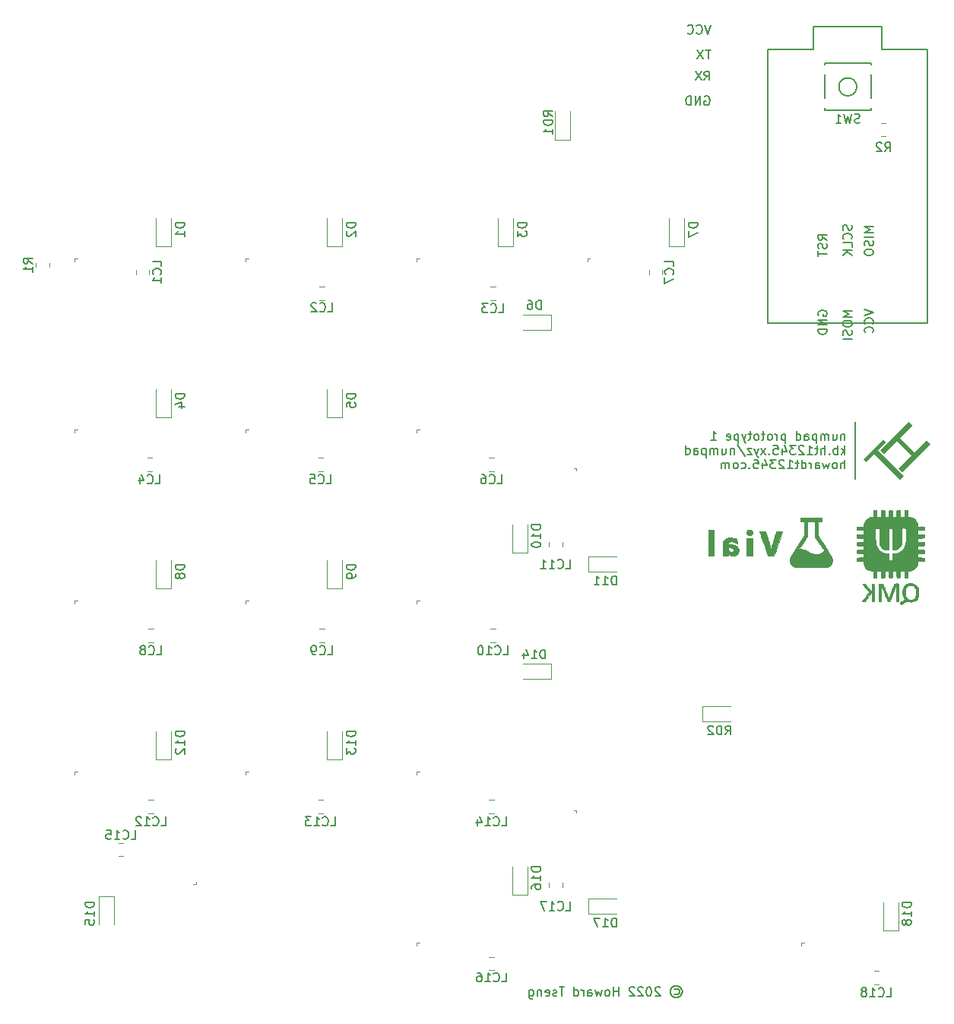
<source format=gbo>
%TF.GenerationSoftware,KiCad,Pcbnew,(5.1.10)-1*%
%TF.CreationDate,2022-01-15T20:04:31-05:00*%
%TF.ProjectId,numpad,6e756d70-6164-42e6-9b69-6361645f7063,rev?*%
%TF.SameCoordinates,Original*%
%TF.FileFunction,Legend,Bot*%
%TF.FilePolarity,Positive*%
%FSLAX46Y46*%
G04 Gerber Fmt 4.6, Leading zero omitted, Abs format (unit mm)*
G04 Created by KiCad (PCBNEW (5.1.10)-1) date 2022-01-15 20:04:31*
%MOMM*%
%LPD*%
G01*
G04 APERTURE LIST*
%ADD10C,0.150000*%
%ADD11C,0.120000*%
%ADD12C,0.010000*%
%ADD13C,0.100000*%
%ADD14R,1.000000X1.000000*%
%ADD15C,4.000000*%
%ADD16C,1.750000*%
%ADD17C,3.000000*%
%ADD18R,2.550000X2.500000*%
%ADD19R,1.800000X0.900000*%
%ADD20R,2.500000X2.550000*%
%ADD21C,3.050000*%
%ADD22R,0.900000X1.800000*%
%ADD23O,1.600000X2.000000*%
%ADD24C,6.400000*%
%ADD25R,1.600000X1.600000*%
%ADD26C,1.600000*%
%ADD27O,1.700000X1.700000*%
%ADD28R,1.700000X1.700000*%
%ADD29C,2.000000*%
%ADD30R,3.200000X2.000000*%
%ADD31R,2.000000X2.000000*%
%ADD32R,1.800000X1.100000*%
G04 APERTURE END LIST*
D10*
X153731276Y-173510776D02*
X153826514Y-173463157D01*
X154016990Y-173463157D01*
X154112228Y-173510776D01*
X154207466Y-173606014D01*
X154255085Y-173701252D01*
X154255085Y-173891728D01*
X154207466Y-173986966D01*
X154112228Y-174082204D01*
X154016990Y-174129823D01*
X153826514Y-174129823D01*
X153731276Y-174082204D01*
X153921752Y-173129823D02*
X154159847Y-173177442D01*
X154397942Y-173320300D01*
X154540800Y-173558395D01*
X154588419Y-173796490D01*
X154540800Y-174034585D01*
X154397942Y-174272680D01*
X154159847Y-174415538D01*
X153921752Y-174463157D01*
X153683657Y-174415538D01*
X153445561Y-174272680D01*
X153302704Y-174034585D01*
X153255085Y-173796490D01*
X153302704Y-173558395D01*
X153445561Y-173320300D01*
X153683657Y-173177442D01*
X153921752Y-173129823D01*
X152112228Y-173367919D02*
X152064609Y-173320300D01*
X151969371Y-173272680D01*
X151731276Y-173272680D01*
X151636038Y-173320300D01*
X151588419Y-173367919D01*
X151540800Y-173463157D01*
X151540800Y-173558395D01*
X151588419Y-173701252D01*
X152159847Y-174272680D01*
X151540800Y-174272680D01*
X150921752Y-173272680D02*
X150826514Y-173272680D01*
X150731276Y-173320300D01*
X150683657Y-173367919D01*
X150636038Y-173463157D01*
X150588419Y-173653633D01*
X150588419Y-173891728D01*
X150636038Y-174082204D01*
X150683657Y-174177442D01*
X150731276Y-174225061D01*
X150826514Y-174272680D01*
X150921752Y-174272680D01*
X151016990Y-174225061D01*
X151064609Y-174177442D01*
X151112228Y-174082204D01*
X151159847Y-173891728D01*
X151159847Y-173653633D01*
X151112228Y-173463157D01*
X151064609Y-173367919D01*
X151016990Y-173320300D01*
X150921752Y-173272680D01*
X150207466Y-173367919D02*
X150159847Y-173320300D01*
X150064609Y-173272680D01*
X149826514Y-173272680D01*
X149731276Y-173320300D01*
X149683657Y-173367919D01*
X149636038Y-173463157D01*
X149636038Y-173558395D01*
X149683657Y-173701252D01*
X150255085Y-174272680D01*
X149636038Y-174272680D01*
X149255085Y-173367919D02*
X149207466Y-173320300D01*
X149112228Y-173272680D01*
X148874133Y-173272680D01*
X148778895Y-173320300D01*
X148731276Y-173367919D01*
X148683657Y-173463157D01*
X148683657Y-173558395D01*
X148731276Y-173701252D01*
X149302704Y-174272680D01*
X148683657Y-174272680D01*
X147493180Y-174272680D02*
X147493180Y-173272680D01*
X147493180Y-173748871D02*
X146921752Y-173748871D01*
X146921752Y-174272680D02*
X146921752Y-173272680D01*
X146302704Y-174272680D02*
X146397942Y-174225061D01*
X146445561Y-174177442D01*
X146493180Y-174082204D01*
X146493180Y-173796490D01*
X146445561Y-173701252D01*
X146397942Y-173653633D01*
X146302704Y-173606014D01*
X146159847Y-173606014D01*
X146064609Y-173653633D01*
X146016990Y-173701252D01*
X145969371Y-173796490D01*
X145969371Y-174082204D01*
X146016990Y-174177442D01*
X146064609Y-174225061D01*
X146159847Y-174272680D01*
X146302704Y-174272680D01*
X145636038Y-173606014D02*
X145445561Y-174272680D01*
X145255085Y-173796490D01*
X145064609Y-174272680D01*
X144874133Y-173606014D01*
X144064609Y-174272680D02*
X144064609Y-173748871D01*
X144112228Y-173653633D01*
X144207466Y-173606014D01*
X144397942Y-173606014D01*
X144493180Y-173653633D01*
X144064609Y-174225061D02*
X144159847Y-174272680D01*
X144397942Y-174272680D01*
X144493180Y-174225061D01*
X144540800Y-174129823D01*
X144540800Y-174034585D01*
X144493180Y-173939347D01*
X144397942Y-173891728D01*
X144159847Y-173891728D01*
X144064609Y-173844109D01*
X143588419Y-174272680D02*
X143588419Y-173606014D01*
X143588419Y-173796490D02*
X143540800Y-173701252D01*
X143493180Y-173653633D01*
X143397942Y-173606014D01*
X143302704Y-173606014D01*
X142540800Y-174272680D02*
X142540800Y-173272680D01*
X142540800Y-174225061D02*
X142636038Y-174272680D01*
X142826514Y-174272680D01*
X142921752Y-174225061D01*
X142969371Y-174177442D01*
X143016990Y-174082204D01*
X143016990Y-173796490D01*
X142969371Y-173701252D01*
X142921752Y-173653633D01*
X142826514Y-173606014D01*
X142636038Y-173606014D01*
X142540800Y-173653633D01*
X141445561Y-173272680D02*
X140874133Y-173272680D01*
X141159847Y-174272680D02*
X141159847Y-173272680D01*
X140588419Y-174225061D02*
X140493180Y-174272680D01*
X140302704Y-174272680D01*
X140207466Y-174225061D01*
X140159847Y-174129823D01*
X140159847Y-174082204D01*
X140207466Y-173986966D01*
X140302704Y-173939347D01*
X140445561Y-173939347D01*
X140540800Y-173891728D01*
X140588419Y-173796490D01*
X140588419Y-173748871D01*
X140540800Y-173653633D01*
X140445561Y-173606014D01*
X140302704Y-173606014D01*
X140207466Y-173653633D01*
X139350323Y-174225061D02*
X139445561Y-174272680D01*
X139636038Y-174272680D01*
X139731276Y-174225061D01*
X139778895Y-174129823D01*
X139778895Y-173748871D01*
X139731276Y-173653633D01*
X139636038Y-173606014D01*
X139445561Y-173606014D01*
X139350323Y-173653633D01*
X139302704Y-173748871D01*
X139302704Y-173844109D01*
X139778895Y-173939347D01*
X138874133Y-173606014D02*
X138874133Y-174272680D01*
X138874133Y-173701252D02*
X138826514Y-173653633D01*
X138731276Y-173606014D01*
X138588419Y-173606014D01*
X138493180Y-173653633D01*
X138445561Y-173748871D01*
X138445561Y-174272680D01*
X137540800Y-173606014D02*
X137540800Y-174415538D01*
X137588419Y-174510776D01*
X137636038Y-174558395D01*
X137731276Y-174606014D01*
X137874133Y-174606014D01*
X137969371Y-174558395D01*
X137540800Y-174225061D02*
X137636038Y-174272680D01*
X137826514Y-174272680D01*
X137921752Y-174225061D01*
X137969371Y-174177442D01*
X138016990Y-174082204D01*
X138016990Y-173796490D01*
X137969371Y-173701252D01*
X137921752Y-173653633D01*
X137826514Y-173606014D01*
X137636038Y-173606014D01*
X137540800Y-173653633D01*
X172691004Y-115538880D02*
X172691004Y-114538880D01*
X172262433Y-115538880D02*
X172262433Y-115015071D01*
X172310052Y-114919833D01*
X172405290Y-114872214D01*
X172548147Y-114872214D01*
X172643385Y-114919833D01*
X172691004Y-114967452D01*
X171643385Y-115538880D02*
X171738623Y-115491261D01*
X171786242Y-115443642D01*
X171833861Y-115348404D01*
X171833861Y-115062690D01*
X171786242Y-114967452D01*
X171738623Y-114919833D01*
X171643385Y-114872214D01*
X171500528Y-114872214D01*
X171405290Y-114919833D01*
X171357671Y-114967452D01*
X171310052Y-115062690D01*
X171310052Y-115348404D01*
X171357671Y-115443642D01*
X171405290Y-115491261D01*
X171500528Y-115538880D01*
X171643385Y-115538880D01*
X170976719Y-114872214D02*
X170786242Y-115538880D01*
X170595766Y-115062690D01*
X170405290Y-115538880D01*
X170214814Y-114872214D01*
X169405290Y-115538880D02*
X169405290Y-115015071D01*
X169452909Y-114919833D01*
X169548147Y-114872214D01*
X169738623Y-114872214D01*
X169833861Y-114919833D01*
X169405290Y-115491261D02*
X169500528Y-115538880D01*
X169738623Y-115538880D01*
X169833861Y-115491261D01*
X169881480Y-115396023D01*
X169881480Y-115300785D01*
X169833861Y-115205547D01*
X169738623Y-115157928D01*
X169500528Y-115157928D01*
X169405290Y-115110309D01*
X168929100Y-115538880D02*
X168929100Y-114872214D01*
X168929100Y-115062690D02*
X168881480Y-114967452D01*
X168833861Y-114919833D01*
X168738623Y-114872214D01*
X168643385Y-114872214D01*
X167881480Y-115538880D02*
X167881480Y-114538880D01*
X167881480Y-115491261D02*
X167976719Y-115538880D01*
X168167195Y-115538880D01*
X168262433Y-115491261D01*
X168310052Y-115443642D01*
X168357671Y-115348404D01*
X168357671Y-115062690D01*
X168310052Y-114967452D01*
X168262433Y-114919833D01*
X168167195Y-114872214D01*
X167976719Y-114872214D01*
X167881480Y-114919833D01*
X167548147Y-114872214D02*
X167167195Y-114872214D01*
X167405290Y-114538880D02*
X167405290Y-115396023D01*
X167357671Y-115491261D01*
X167262433Y-115538880D01*
X167167195Y-115538880D01*
X166310052Y-115538880D02*
X166881480Y-115538880D01*
X166595766Y-115538880D02*
X166595766Y-114538880D01*
X166691004Y-114681738D01*
X166786242Y-114776976D01*
X166881480Y-114824595D01*
X165929100Y-114634119D02*
X165881480Y-114586500D01*
X165786242Y-114538880D01*
X165548147Y-114538880D01*
X165452909Y-114586500D01*
X165405290Y-114634119D01*
X165357671Y-114729357D01*
X165357671Y-114824595D01*
X165405290Y-114967452D01*
X165976719Y-115538880D01*
X165357671Y-115538880D01*
X165024338Y-114538880D02*
X164405290Y-114538880D01*
X164738623Y-114919833D01*
X164595766Y-114919833D01*
X164500528Y-114967452D01*
X164452909Y-115015071D01*
X164405290Y-115110309D01*
X164405290Y-115348404D01*
X164452909Y-115443642D01*
X164500528Y-115491261D01*
X164595766Y-115538880D01*
X164881480Y-115538880D01*
X164976719Y-115491261D01*
X165024338Y-115443642D01*
X163548147Y-114872214D02*
X163548147Y-115538880D01*
X163786242Y-114491261D02*
X164024338Y-115205547D01*
X163405290Y-115205547D01*
X162548147Y-114538880D02*
X163024338Y-114538880D01*
X163071957Y-115015071D01*
X163024338Y-114967452D01*
X162929100Y-114919833D01*
X162691004Y-114919833D01*
X162595766Y-114967452D01*
X162548147Y-115015071D01*
X162500528Y-115110309D01*
X162500528Y-115348404D01*
X162548147Y-115443642D01*
X162595766Y-115491261D01*
X162691004Y-115538880D01*
X162929100Y-115538880D01*
X163024338Y-115491261D01*
X163071957Y-115443642D01*
X162071957Y-115443642D02*
X162024338Y-115491261D01*
X162071957Y-115538880D01*
X162119576Y-115491261D01*
X162071957Y-115443642D01*
X162071957Y-115538880D01*
X161167195Y-115491261D02*
X161262433Y-115538880D01*
X161452909Y-115538880D01*
X161548147Y-115491261D01*
X161595766Y-115443642D01*
X161643385Y-115348404D01*
X161643385Y-115062690D01*
X161595766Y-114967452D01*
X161548147Y-114919833D01*
X161452909Y-114872214D01*
X161262433Y-114872214D01*
X161167195Y-114919833D01*
X160595766Y-115538880D02*
X160691004Y-115491261D01*
X160738623Y-115443642D01*
X160786242Y-115348404D01*
X160786242Y-115062690D01*
X160738623Y-114967452D01*
X160691004Y-114919833D01*
X160595766Y-114872214D01*
X160452909Y-114872214D01*
X160357671Y-114919833D01*
X160310052Y-114967452D01*
X160262433Y-115062690D01*
X160262433Y-115348404D01*
X160310052Y-115443642D01*
X160357671Y-115491261D01*
X160452909Y-115538880D01*
X160595766Y-115538880D01*
X159833861Y-115538880D02*
X159833861Y-114872214D01*
X159833861Y-114967452D02*
X159786242Y-114919833D01*
X159691004Y-114872214D01*
X159548147Y-114872214D01*
X159452909Y-114919833D01*
X159405290Y-115015071D01*
X159405290Y-115538880D01*
X159405290Y-115015071D02*
X159357671Y-114919833D01*
X159262433Y-114872214D01*
X159119576Y-114872214D01*
X159024338Y-114919833D01*
X158976719Y-115015071D01*
X158976719Y-115538880D01*
X172691004Y-111697414D02*
X172691004Y-112364080D01*
X172691004Y-111792652D02*
X172643385Y-111745033D01*
X172548147Y-111697414D01*
X172405290Y-111697414D01*
X172310052Y-111745033D01*
X172262433Y-111840271D01*
X172262433Y-112364080D01*
X171357671Y-111697414D02*
X171357671Y-112364080D01*
X171786242Y-111697414D02*
X171786242Y-112221223D01*
X171738623Y-112316461D01*
X171643385Y-112364080D01*
X171500528Y-112364080D01*
X171405290Y-112316461D01*
X171357671Y-112268842D01*
X170881480Y-112364080D02*
X170881480Y-111697414D01*
X170881480Y-111792652D02*
X170833861Y-111745033D01*
X170738623Y-111697414D01*
X170595766Y-111697414D01*
X170500528Y-111745033D01*
X170452909Y-111840271D01*
X170452909Y-112364080D01*
X170452909Y-111840271D02*
X170405290Y-111745033D01*
X170310052Y-111697414D01*
X170167195Y-111697414D01*
X170071957Y-111745033D01*
X170024338Y-111840271D01*
X170024338Y-112364080D01*
X169548147Y-111697414D02*
X169548147Y-112697414D01*
X169548147Y-111745033D02*
X169452909Y-111697414D01*
X169262433Y-111697414D01*
X169167195Y-111745033D01*
X169119576Y-111792652D01*
X169071957Y-111887890D01*
X169071957Y-112173604D01*
X169119576Y-112268842D01*
X169167195Y-112316461D01*
X169262433Y-112364080D01*
X169452909Y-112364080D01*
X169548147Y-112316461D01*
X168214814Y-112364080D02*
X168214814Y-111840271D01*
X168262433Y-111745033D01*
X168357671Y-111697414D01*
X168548147Y-111697414D01*
X168643385Y-111745033D01*
X168214814Y-112316461D02*
X168310052Y-112364080D01*
X168548147Y-112364080D01*
X168643385Y-112316461D01*
X168691004Y-112221223D01*
X168691004Y-112125985D01*
X168643385Y-112030747D01*
X168548147Y-111983128D01*
X168310052Y-111983128D01*
X168214814Y-111935509D01*
X167310052Y-112364080D02*
X167310052Y-111364080D01*
X167310052Y-112316461D02*
X167405290Y-112364080D01*
X167595766Y-112364080D01*
X167691004Y-112316461D01*
X167738623Y-112268842D01*
X167786242Y-112173604D01*
X167786242Y-111887890D01*
X167738623Y-111792652D01*
X167691004Y-111745033D01*
X167595766Y-111697414D01*
X167405290Y-111697414D01*
X167310052Y-111745033D01*
X166071957Y-111697414D02*
X166071957Y-112697414D01*
X166071957Y-111745033D02*
X165976719Y-111697414D01*
X165786242Y-111697414D01*
X165691004Y-111745033D01*
X165643385Y-111792652D01*
X165595766Y-111887890D01*
X165595766Y-112173604D01*
X165643385Y-112268842D01*
X165691004Y-112316461D01*
X165786242Y-112364080D01*
X165976719Y-112364080D01*
X166071957Y-112316461D01*
X165167195Y-112364080D02*
X165167195Y-111697414D01*
X165167195Y-111887890D02*
X165119576Y-111792652D01*
X165071957Y-111745033D01*
X164976719Y-111697414D01*
X164881480Y-111697414D01*
X164405290Y-112364080D02*
X164500528Y-112316461D01*
X164548147Y-112268842D01*
X164595766Y-112173604D01*
X164595766Y-111887890D01*
X164548147Y-111792652D01*
X164500528Y-111745033D01*
X164405290Y-111697414D01*
X164262433Y-111697414D01*
X164167195Y-111745033D01*
X164119576Y-111792652D01*
X164071957Y-111887890D01*
X164071957Y-112173604D01*
X164119576Y-112268842D01*
X164167195Y-112316461D01*
X164262433Y-112364080D01*
X164405290Y-112364080D01*
X163786242Y-111697414D02*
X163405290Y-111697414D01*
X163643385Y-111364080D02*
X163643385Y-112221223D01*
X163595766Y-112316461D01*
X163500528Y-112364080D01*
X163405290Y-112364080D01*
X162929100Y-112364080D02*
X163024338Y-112316461D01*
X163071957Y-112268842D01*
X163119576Y-112173604D01*
X163119576Y-111887890D01*
X163071957Y-111792652D01*
X163024338Y-111745033D01*
X162929100Y-111697414D01*
X162786242Y-111697414D01*
X162691004Y-111745033D01*
X162643385Y-111792652D01*
X162595766Y-111887890D01*
X162595766Y-112173604D01*
X162643385Y-112268842D01*
X162691004Y-112316461D01*
X162786242Y-112364080D01*
X162929100Y-112364080D01*
X162310052Y-111697414D02*
X161929100Y-111697414D01*
X162167195Y-111364080D02*
X162167195Y-112221223D01*
X162119576Y-112316461D01*
X162024338Y-112364080D01*
X161929100Y-112364080D01*
X161691004Y-111697414D02*
X161452909Y-112364080D01*
X161214814Y-111697414D02*
X161452909Y-112364080D01*
X161548147Y-112602176D01*
X161595766Y-112649795D01*
X161691004Y-112697414D01*
X160833861Y-111697414D02*
X160833861Y-112697414D01*
X160833861Y-111745033D02*
X160738623Y-111697414D01*
X160548147Y-111697414D01*
X160452909Y-111745033D01*
X160405290Y-111792652D01*
X160357671Y-111887890D01*
X160357671Y-112173604D01*
X160405290Y-112268842D01*
X160452909Y-112316461D01*
X160548147Y-112364080D01*
X160738623Y-112364080D01*
X160833861Y-112316461D01*
X159548147Y-112316461D02*
X159643385Y-112364080D01*
X159833861Y-112364080D01*
X159929100Y-112316461D01*
X159976719Y-112221223D01*
X159976719Y-111840271D01*
X159929100Y-111745033D01*
X159833861Y-111697414D01*
X159643385Y-111697414D01*
X159548147Y-111745033D01*
X159500528Y-111840271D01*
X159500528Y-111935509D01*
X159976719Y-112030747D01*
X157786242Y-112364080D02*
X158357671Y-112364080D01*
X158071957Y-112364080D02*
X158071957Y-111364080D01*
X158167195Y-111506938D01*
X158262433Y-111602176D01*
X158357671Y-111649795D01*
X172691004Y-113951480D02*
X172691004Y-112951480D01*
X172595766Y-113570528D02*
X172310052Y-113951480D01*
X172310052Y-113284814D02*
X172691004Y-113665766D01*
X171881480Y-113951480D02*
X171881480Y-112951480D01*
X171881480Y-113332433D02*
X171786242Y-113284814D01*
X171595766Y-113284814D01*
X171500528Y-113332433D01*
X171452909Y-113380052D01*
X171405290Y-113475290D01*
X171405290Y-113761004D01*
X171452909Y-113856242D01*
X171500528Y-113903861D01*
X171595766Y-113951480D01*
X171786242Y-113951480D01*
X171881480Y-113903861D01*
X170976719Y-113856242D02*
X170929100Y-113903861D01*
X170976719Y-113951480D01*
X171024338Y-113903861D01*
X170976719Y-113856242D01*
X170976719Y-113951480D01*
X170500528Y-113951480D02*
X170500528Y-112951480D01*
X170071957Y-113951480D02*
X170071957Y-113427671D01*
X170119576Y-113332433D01*
X170214814Y-113284814D01*
X170357671Y-113284814D01*
X170452909Y-113332433D01*
X170500528Y-113380052D01*
X169738623Y-113284814D02*
X169357671Y-113284814D01*
X169595766Y-112951480D02*
X169595766Y-113808623D01*
X169548147Y-113903861D01*
X169452909Y-113951480D01*
X169357671Y-113951480D01*
X168500528Y-113951480D02*
X169071957Y-113951480D01*
X168786242Y-113951480D02*
X168786242Y-112951480D01*
X168881480Y-113094338D01*
X168976719Y-113189576D01*
X169071957Y-113237195D01*
X168119576Y-113046719D02*
X168071957Y-112999100D01*
X167976719Y-112951480D01*
X167738623Y-112951480D01*
X167643385Y-112999100D01*
X167595766Y-113046719D01*
X167548147Y-113141957D01*
X167548147Y-113237195D01*
X167595766Y-113380052D01*
X168167195Y-113951480D01*
X167548147Y-113951480D01*
X167214814Y-112951480D02*
X166595766Y-112951480D01*
X166929100Y-113332433D01*
X166786242Y-113332433D01*
X166691004Y-113380052D01*
X166643385Y-113427671D01*
X166595766Y-113522909D01*
X166595766Y-113761004D01*
X166643385Y-113856242D01*
X166691004Y-113903861D01*
X166786242Y-113951480D01*
X167071957Y-113951480D01*
X167167195Y-113903861D01*
X167214814Y-113856242D01*
X165738623Y-113284814D02*
X165738623Y-113951480D01*
X165976719Y-112903861D02*
X166214814Y-113618147D01*
X165595766Y-113618147D01*
X164738623Y-112951480D02*
X165214814Y-112951480D01*
X165262433Y-113427671D01*
X165214814Y-113380052D01*
X165119576Y-113332433D01*
X164881480Y-113332433D01*
X164786242Y-113380052D01*
X164738623Y-113427671D01*
X164691004Y-113522909D01*
X164691004Y-113761004D01*
X164738623Y-113856242D01*
X164786242Y-113903861D01*
X164881480Y-113951480D01*
X165119576Y-113951480D01*
X165214814Y-113903861D01*
X165262433Y-113856242D01*
X164262433Y-113856242D02*
X164214814Y-113903861D01*
X164262433Y-113951480D01*
X164310052Y-113903861D01*
X164262433Y-113856242D01*
X164262433Y-113951480D01*
X163881480Y-113951480D02*
X163357671Y-113284814D01*
X163881480Y-113284814D02*
X163357671Y-113951480D01*
X163071957Y-113284814D02*
X162833861Y-113951480D01*
X162595766Y-113284814D02*
X162833861Y-113951480D01*
X162929100Y-114189576D01*
X162976719Y-114237195D01*
X163071957Y-114284814D01*
X162310052Y-113284814D02*
X161786242Y-113284814D01*
X162310052Y-113951480D01*
X161786242Y-113951480D01*
X160691004Y-112903861D02*
X161548147Y-114189576D01*
X160357671Y-113284814D02*
X160357671Y-113951480D01*
X160357671Y-113380052D02*
X160310052Y-113332433D01*
X160214814Y-113284814D01*
X160071957Y-113284814D01*
X159976719Y-113332433D01*
X159929100Y-113427671D01*
X159929100Y-113951480D01*
X159024338Y-113284814D02*
X159024338Y-113951480D01*
X159452909Y-113284814D02*
X159452909Y-113808623D01*
X159405290Y-113903861D01*
X159310052Y-113951480D01*
X159167195Y-113951480D01*
X159071957Y-113903861D01*
X159024338Y-113856242D01*
X158548147Y-113951480D02*
X158548147Y-113284814D01*
X158548147Y-113380052D02*
X158500528Y-113332433D01*
X158405290Y-113284814D01*
X158262433Y-113284814D01*
X158167195Y-113332433D01*
X158119576Y-113427671D01*
X158119576Y-113951480D01*
X158119576Y-113427671D02*
X158071957Y-113332433D01*
X157976719Y-113284814D01*
X157833861Y-113284814D01*
X157738623Y-113332433D01*
X157691004Y-113427671D01*
X157691004Y-113951480D01*
X157214814Y-113284814D02*
X157214814Y-114284814D01*
X157214814Y-113332433D02*
X157119576Y-113284814D01*
X156929100Y-113284814D01*
X156833861Y-113332433D01*
X156786242Y-113380052D01*
X156738623Y-113475290D01*
X156738623Y-113761004D01*
X156786242Y-113856242D01*
X156833861Y-113903861D01*
X156929100Y-113951480D01*
X157119576Y-113951480D01*
X157214814Y-113903861D01*
X155881480Y-113951480D02*
X155881480Y-113427671D01*
X155929100Y-113332433D01*
X156024338Y-113284814D01*
X156214814Y-113284814D01*
X156310052Y-113332433D01*
X155881480Y-113903861D02*
X155976719Y-113951480D01*
X156214814Y-113951480D01*
X156310052Y-113903861D01*
X156357671Y-113808623D01*
X156357671Y-113713385D01*
X156310052Y-113618147D01*
X156214814Y-113570528D01*
X155976719Y-113570528D01*
X155881480Y-113522909D01*
X154976719Y-113951480D02*
X154976719Y-112951480D01*
X154976719Y-113903861D02*
X155071957Y-113951480D01*
X155262433Y-113951480D01*
X155357671Y-113903861D01*
X155405290Y-113856242D01*
X155452909Y-113761004D01*
X155452909Y-113475290D01*
X155405290Y-113380052D01*
X155357671Y-113332433D01*
X155262433Y-113284814D01*
X155071957Y-113284814D01*
X154976719Y-113332433D01*
X173820300Y-110324300D02*
X173820300Y-116673900D01*
X170701030Y-90066938D02*
X170224840Y-89733604D01*
X170701030Y-89495509D02*
X169701030Y-89495509D01*
X169701030Y-89876461D01*
X169748650Y-89971700D01*
X169796269Y-90019319D01*
X169891507Y-90066938D01*
X170034364Y-90066938D01*
X170129602Y-90019319D01*
X170177221Y-89971700D01*
X170224840Y-89876461D01*
X170224840Y-89495509D01*
X170653411Y-90447890D02*
X170701030Y-90590747D01*
X170701030Y-90828842D01*
X170653411Y-90924080D01*
X170605792Y-90971700D01*
X170510554Y-91019319D01*
X170415316Y-91019319D01*
X170320078Y-90971700D01*
X170272459Y-90924080D01*
X170224840Y-90828842D01*
X170177221Y-90638366D01*
X170129602Y-90543128D01*
X170081983Y-90495509D01*
X169986745Y-90447890D01*
X169891507Y-90447890D01*
X169796269Y-90495509D01*
X169748650Y-90543128D01*
X169701030Y-90638366D01*
X169701030Y-90876461D01*
X169748650Y-91019319D01*
X169701030Y-91305033D02*
X169701030Y-91876461D01*
X170701030Y-91590747D02*
X169701030Y-91590747D01*
X173431361Y-88400271D02*
X173478980Y-88543128D01*
X173478980Y-88781223D01*
X173431361Y-88876461D01*
X173383742Y-88924080D01*
X173288504Y-88971700D01*
X173193266Y-88971700D01*
X173098028Y-88924080D01*
X173050409Y-88876461D01*
X173002790Y-88781223D01*
X172955171Y-88590747D01*
X172907552Y-88495509D01*
X172859933Y-88447890D01*
X172764695Y-88400271D01*
X172669457Y-88400271D01*
X172574219Y-88447890D01*
X172526600Y-88495509D01*
X172478980Y-88590747D01*
X172478980Y-88828842D01*
X172526600Y-88971700D01*
X173383742Y-89971700D02*
X173431361Y-89924080D01*
X173478980Y-89781223D01*
X173478980Y-89685985D01*
X173431361Y-89543128D01*
X173336123Y-89447890D01*
X173240885Y-89400271D01*
X173050409Y-89352652D01*
X172907552Y-89352652D01*
X172717076Y-89400271D01*
X172621838Y-89447890D01*
X172526600Y-89543128D01*
X172478980Y-89685985D01*
X172478980Y-89781223D01*
X172526600Y-89924080D01*
X172574219Y-89971700D01*
X173478980Y-90876461D02*
X173478980Y-90400271D01*
X172478980Y-90400271D01*
X173478980Y-91209795D02*
X172478980Y-91209795D01*
X173478980Y-91781223D02*
X172907552Y-91352652D01*
X172478980Y-91781223D02*
X173050409Y-91209795D01*
X175860080Y-88590747D02*
X174860080Y-88590747D01*
X175574366Y-88924080D01*
X174860080Y-89257414D01*
X175860080Y-89257414D01*
X175860080Y-89733604D02*
X174860080Y-89733604D01*
X175812461Y-90162176D02*
X175860080Y-90305033D01*
X175860080Y-90543128D01*
X175812461Y-90638366D01*
X175764842Y-90685985D01*
X175669604Y-90733604D01*
X175574366Y-90733604D01*
X175479128Y-90685985D01*
X175431509Y-90638366D01*
X175383890Y-90543128D01*
X175336271Y-90352652D01*
X175288652Y-90257414D01*
X175241033Y-90209795D01*
X175145795Y-90162176D01*
X175050557Y-90162176D01*
X174955319Y-90209795D01*
X174907700Y-90257414D01*
X174860080Y-90352652D01*
X174860080Y-90590747D01*
X174907700Y-90733604D01*
X174860080Y-91352652D02*
X174860080Y-91543128D01*
X174907700Y-91638366D01*
X175002938Y-91733604D01*
X175193414Y-91781223D01*
X175526747Y-91781223D01*
X175717223Y-91733604D01*
X175812461Y-91638366D01*
X175860080Y-91543128D01*
X175860080Y-91352652D01*
X175812461Y-91257414D01*
X175717223Y-91162176D01*
X175526747Y-91114557D01*
X175193414Y-91114557D01*
X175002938Y-91162176D01*
X174907700Y-91257414D01*
X174860080Y-91352652D01*
X174860080Y-97817838D02*
X175860080Y-98151171D01*
X174860080Y-98484504D01*
X175764842Y-99389266D02*
X175812461Y-99341647D01*
X175860080Y-99198790D01*
X175860080Y-99103552D01*
X175812461Y-98960695D01*
X175717223Y-98865457D01*
X175621985Y-98817838D01*
X175431509Y-98770219D01*
X175288652Y-98770219D01*
X175098176Y-98817838D01*
X175002938Y-98865457D01*
X174907700Y-98960695D01*
X174860080Y-99103552D01*
X174860080Y-99198790D01*
X174907700Y-99341647D01*
X174955319Y-99389266D01*
X175764842Y-100389266D02*
X175812461Y-100341647D01*
X175860080Y-100198790D01*
X175860080Y-100103552D01*
X175812461Y-99960695D01*
X175717223Y-99865457D01*
X175621985Y-99817838D01*
X175431509Y-99770219D01*
X175288652Y-99770219D01*
X175098176Y-99817838D01*
X175002938Y-99865457D01*
X174907700Y-99960695D01*
X174860080Y-100103552D01*
X174860080Y-100198790D01*
X174907700Y-100341647D01*
X174955319Y-100389266D01*
X173478980Y-97960695D02*
X172478980Y-97960695D01*
X173193266Y-98294028D01*
X172478980Y-98627361D01*
X173478980Y-98627361D01*
X172478980Y-99294028D02*
X172478980Y-99484504D01*
X172526600Y-99579742D01*
X172621838Y-99674980D01*
X172812314Y-99722600D01*
X173145647Y-99722600D01*
X173336123Y-99674980D01*
X173431361Y-99579742D01*
X173478980Y-99484504D01*
X173478980Y-99294028D01*
X173431361Y-99198790D01*
X173336123Y-99103552D01*
X173145647Y-99055933D01*
X172812314Y-99055933D01*
X172621838Y-99103552D01*
X172526600Y-99198790D01*
X172478980Y-99294028D01*
X173431361Y-100103552D02*
X173478980Y-100246409D01*
X173478980Y-100484504D01*
X173431361Y-100579742D01*
X173383742Y-100627361D01*
X173288504Y-100674980D01*
X173193266Y-100674980D01*
X173098028Y-100627361D01*
X173050409Y-100579742D01*
X173002790Y-100484504D01*
X172955171Y-100294028D01*
X172907552Y-100198790D01*
X172859933Y-100151171D01*
X172764695Y-100103552D01*
X172669457Y-100103552D01*
X172574219Y-100151171D01*
X172526600Y-100198790D01*
X172478980Y-100294028D01*
X172478980Y-100532123D01*
X172526600Y-100674980D01*
X173478980Y-101103552D02*
X172478980Y-101103552D01*
X169748650Y-98484504D02*
X169701030Y-98389266D01*
X169701030Y-98246409D01*
X169748650Y-98103552D01*
X169843888Y-98008314D01*
X169939126Y-97960695D01*
X170129602Y-97913076D01*
X170272459Y-97913076D01*
X170462935Y-97960695D01*
X170558173Y-98008314D01*
X170653411Y-98103552D01*
X170701030Y-98246409D01*
X170701030Y-98341647D01*
X170653411Y-98484504D01*
X170605792Y-98532123D01*
X170272459Y-98532123D01*
X170272459Y-98341647D01*
X170701030Y-98960695D02*
X169701030Y-98960695D01*
X170701030Y-99532123D01*
X169701030Y-99532123D01*
X170701030Y-100008314D02*
X169701030Y-100008314D01*
X169701030Y-100246409D01*
X169748650Y-100389266D01*
X169843888Y-100484504D01*
X169939126Y-100532123D01*
X170129602Y-100579742D01*
X170272459Y-100579742D01*
X170462935Y-100532123D01*
X170558173Y-100484504D01*
X170653411Y-100389266D01*
X170701030Y-100246409D01*
X170701030Y-100008314D01*
X157753561Y-66123180D02*
X157420228Y-67123180D01*
X157086895Y-66123180D01*
X156182133Y-67027942D02*
X156229752Y-67075561D01*
X156372609Y-67123180D01*
X156467847Y-67123180D01*
X156610704Y-67075561D01*
X156705942Y-66980323D01*
X156753561Y-66885085D01*
X156801180Y-66694609D01*
X156801180Y-66551752D01*
X156753561Y-66361276D01*
X156705942Y-66266038D01*
X156610704Y-66170800D01*
X156467847Y-66123180D01*
X156372609Y-66123180D01*
X156229752Y-66170800D01*
X156182133Y-66218419D01*
X155182133Y-67027942D02*
X155229752Y-67075561D01*
X155372609Y-67123180D01*
X155467847Y-67123180D01*
X155610704Y-67075561D01*
X155705942Y-66980323D01*
X155753561Y-66885085D01*
X155801180Y-66694609D01*
X155801180Y-66551752D01*
X155753561Y-66361276D01*
X155705942Y-66266038D01*
X155610704Y-66170800D01*
X155467847Y-66123180D01*
X155372609Y-66123180D01*
X155229752Y-66170800D01*
X155182133Y-66218419D01*
X157086895Y-74107800D02*
X157182133Y-74060180D01*
X157324990Y-74060180D01*
X157467847Y-74107800D01*
X157563085Y-74203038D01*
X157610704Y-74298276D01*
X157658323Y-74488752D01*
X157658323Y-74631609D01*
X157610704Y-74822085D01*
X157563085Y-74917323D01*
X157467847Y-75012561D01*
X157324990Y-75060180D01*
X157229752Y-75060180D01*
X157086895Y-75012561D01*
X157039276Y-74964942D01*
X157039276Y-74631609D01*
X157229752Y-74631609D01*
X156610704Y-75060180D02*
X156610704Y-74060180D01*
X156039276Y-75060180D01*
X156039276Y-74060180D01*
X155563085Y-75060180D02*
X155563085Y-74060180D01*
X155324990Y-74060180D01*
X155182133Y-74107800D01*
X155086895Y-74203038D01*
X155039276Y-74298276D01*
X154991657Y-74488752D01*
X154991657Y-74631609D01*
X155039276Y-74822085D01*
X155086895Y-74917323D01*
X155182133Y-75012561D01*
X155324990Y-75060180D01*
X155563085Y-75060180D01*
X157039276Y-72282230D02*
X157372609Y-71806040D01*
X157610704Y-72282230D02*
X157610704Y-71282230D01*
X157229752Y-71282230D01*
X157134514Y-71329850D01*
X157086895Y-71377469D01*
X157039276Y-71472707D01*
X157039276Y-71615564D01*
X157086895Y-71710802D01*
X157134514Y-71758421D01*
X157229752Y-71806040D01*
X157610704Y-71806040D01*
X156705942Y-71282230D02*
X156039276Y-72282230D01*
X156039276Y-71282230D02*
X156705942Y-72282230D01*
X157753561Y-68901130D02*
X157182133Y-68901130D01*
X157467847Y-69901130D02*
X157467847Y-68901130D01*
X156944038Y-68901130D02*
X156277371Y-69901130D01*
X156277371Y-68901130D02*
X156944038Y-69901130D01*
D11*
%TO.C,RD2*%
X156840000Y-143716000D02*
X156840000Y-142016000D01*
X156840000Y-142016000D02*
X159990000Y-142016000D01*
X156840000Y-143716000D02*
X159990000Y-143716000D01*
%TO.C,RD1*%
X142128600Y-78888900D02*
X140428600Y-78888900D01*
X140428600Y-78888900D02*
X140428600Y-75738900D01*
X142128600Y-78888900D02*
X142128600Y-75738900D01*
%TO.C,D18*%
X178638800Y-166989600D02*
X176938800Y-166989600D01*
X176938800Y-166989600D02*
X176938800Y-163839600D01*
X178638800Y-166989600D02*
X178638800Y-163839600D01*
%TO.C,D17*%
X144140800Y-165145900D02*
X144140800Y-163445900D01*
X144140800Y-163445900D02*
X147290800Y-163445900D01*
X144140800Y-165145900D02*
X147290800Y-165145900D01*
%TO.C,D16*%
X137366400Y-163021100D02*
X135666400Y-163021100D01*
X135666400Y-163021100D02*
X135666400Y-159871100D01*
X137366400Y-163021100D02*
X137366400Y-159871100D01*
%TO.C,D15*%
X89631800Y-163189600D02*
X91331800Y-163189600D01*
X91331800Y-163189600D02*
X91331800Y-166339600D01*
X89631800Y-163189600D02*
X89631800Y-166339600D01*
%TO.C,D14*%
X140003800Y-137253800D02*
X140003800Y-138953800D01*
X140003800Y-138953800D02*
X136853800Y-138953800D01*
X140003800Y-137253800D02*
X136853800Y-137253800D01*
%TO.C,D13*%
X116730200Y-147940800D02*
X115030200Y-147940800D01*
X115030200Y-147940800D02*
X115030200Y-144790800D01*
X116730200Y-147940800D02*
X116730200Y-144790800D01*
%TO.C,D12*%
X97681400Y-147940800D02*
X95981400Y-147940800D01*
X95981400Y-147940800D02*
X95981400Y-144790800D01*
X97681400Y-147940800D02*
X97681400Y-144790800D01*
%TO.C,D11*%
X144140800Y-127048300D02*
X144140800Y-125348300D01*
X144140800Y-125348300D02*
X147290800Y-125348300D01*
X144140800Y-127048300D02*
X147290800Y-127048300D01*
%TO.C,D10*%
X137366400Y-124923500D02*
X135666400Y-124923500D01*
X135666400Y-124923500D02*
X135666400Y-121773500D01*
X137366400Y-124923500D02*
X137366400Y-121773500D01*
%TO.C,D9*%
X116730200Y-128892000D02*
X115030200Y-128892000D01*
X115030200Y-128892000D02*
X115030200Y-125742000D01*
X116730200Y-128892000D02*
X116730200Y-125742000D01*
%TO.C,D8*%
X97681400Y-128892000D02*
X95981400Y-128892000D01*
X95981400Y-128892000D02*
X95981400Y-125742000D01*
X97681400Y-128892000D02*
X97681400Y-125742000D01*
%TO.C,D7*%
X154827800Y-90794400D02*
X153127800Y-90794400D01*
X153127800Y-90794400D02*
X153127800Y-87644400D01*
X154827800Y-90794400D02*
X154827800Y-87644400D01*
%TO.C,D6*%
X140003800Y-98362500D02*
X140003800Y-100062500D01*
X140003800Y-100062500D02*
X136853800Y-100062500D01*
X140003800Y-98362500D02*
X136853800Y-98362500D01*
%TO.C,D5*%
X116730200Y-109843200D02*
X115030200Y-109843200D01*
X115030200Y-109843200D02*
X115030200Y-106693200D01*
X116730200Y-109843200D02*
X116730200Y-106693200D01*
%TO.C,D4*%
X97681400Y-109843200D02*
X95981400Y-109843200D01*
X95981400Y-109843200D02*
X95981400Y-106693200D01*
X97681400Y-109843200D02*
X97681400Y-106693200D01*
%TO.C,D3*%
X135779000Y-90794400D02*
X134079000Y-90794400D01*
X134079000Y-90794400D02*
X134079000Y-87644400D01*
X135779000Y-90794400D02*
X135779000Y-87644400D01*
%TO.C,D2*%
X116730200Y-90794400D02*
X115030200Y-90794400D01*
X115030200Y-90794400D02*
X115030200Y-87644400D01*
X116730200Y-90794400D02*
X116730200Y-87644400D01*
%TO.C,D1*%
X97681400Y-90794400D02*
X95981400Y-90794400D01*
X95981400Y-90794400D02*
X95981400Y-87644400D01*
X97681400Y-90794400D02*
X97681400Y-87644400D01*
%TO.C,MX7*%
X144340800Y-92144400D02*
X144040800Y-92144400D01*
X144040800Y-92144400D02*
X144040800Y-92444400D01*
%TO.C,MX18*%
X167851800Y-168339600D02*
X167851800Y-168639600D01*
X168151800Y-168339600D02*
X167851800Y-168339600D01*
D12*
%TO.C,LOGO3*%
G36*
X167718600Y-121455000D02*
G01*
X168150400Y-121455000D01*
X168150400Y-122242400D01*
X168149705Y-122439936D01*
X168147729Y-122618491D01*
X168144640Y-122772192D01*
X168140605Y-122895165D01*
X168135793Y-122981538D01*
X168130369Y-123025439D01*
X168127963Y-123029799D01*
X168101919Y-123050417D01*
X168090159Y-123074249D01*
X168065092Y-123127332D01*
X168030046Y-123185803D01*
X167994163Y-123241162D01*
X167942673Y-123322439D01*
X167886569Y-123412278D01*
X167885252Y-123414403D01*
X167835115Y-123494042D01*
X167794886Y-123555568D01*
X167772293Y-123587203D01*
X167770952Y-123588600D01*
X167743347Y-123623939D01*
X167707293Y-123681427D01*
X167677261Y-123737873D01*
X167675842Y-123741000D01*
X167651750Y-123781973D01*
X167642628Y-123791800D01*
X167623954Y-123817370D01*
X167585024Y-123877651D01*
X167531508Y-123963664D01*
X167469078Y-124066434D01*
X167468359Y-124067630D01*
X167403481Y-124173633D01*
X167344841Y-124265848D01*
X167299019Y-124334151D01*
X167273135Y-124367894D01*
X167242153Y-124415218D01*
X167236000Y-124441314D01*
X167221959Y-124473938D01*
X167211084Y-124477600D01*
X167187009Y-124499151D01*
X167170231Y-124541100D01*
X167152612Y-124588586D01*
X167137423Y-124604600D01*
X167115881Y-124624783D01*
X167082975Y-124675060D01*
X167072677Y-124693500D01*
X167037087Y-124749879D01*
X167007561Y-124780539D01*
X167001902Y-124782400D01*
X166989169Y-124797476D01*
X166991755Y-124803034D01*
X166985150Y-124833694D01*
X166952687Y-124883473D01*
X166942454Y-124895885D01*
X166901534Y-124952038D01*
X166880972Y-124996959D01*
X166880400Y-125002250D01*
X166865605Y-125033438D01*
X166855484Y-125036400D01*
X166831409Y-125057951D01*
X166814631Y-125099900D01*
X166797012Y-125147386D01*
X166781823Y-125163400D01*
X166760281Y-125183583D01*
X166727375Y-125233860D01*
X166717077Y-125252300D01*
X166682135Y-125308619D01*
X166654126Y-125339306D01*
X166648952Y-125341200D01*
X166631446Y-125363377D01*
X166614492Y-125417959D01*
X166612025Y-125430100D01*
X166595395Y-125488706D01*
X166575999Y-125518174D01*
X166572774Y-125519000D01*
X166562833Y-125542505D01*
X166555126Y-125605467D01*
X166550772Y-125696554D01*
X166550200Y-125747600D01*
X166552486Y-125848266D01*
X166558607Y-125926316D01*
X166567463Y-125970416D01*
X166572425Y-125976200D01*
X166592270Y-125998170D01*
X166609657Y-126051295D01*
X166610185Y-126053874D01*
X166634370Y-126124524D01*
X166665672Y-126174524D01*
X166777021Y-126290922D01*
X166862343Y-126371840D01*
X166926881Y-126421830D01*
X166975879Y-126445446D01*
X166978466Y-126446130D01*
X167034951Y-126468970D01*
X167063359Y-126492563D01*
X167080667Y-126498753D01*
X167126105Y-126504165D01*
X167202164Y-126508843D01*
X167311332Y-126512834D01*
X167456100Y-126516183D01*
X167638958Y-126518935D01*
X167862394Y-126521135D01*
X168128900Y-126522829D01*
X168440964Y-126524061D01*
X168801077Y-126524879D01*
X168841613Y-126524942D01*
X169138627Y-126525236D01*
X169422613Y-126525224D01*
X169689185Y-126524925D01*
X169933957Y-126524357D01*
X170152545Y-126523539D01*
X170340563Y-126522490D01*
X170493626Y-126521227D01*
X170607349Y-126519770D01*
X170677345Y-126518138D01*
X170696750Y-126517059D01*
X170757983Y-126505319D01*
X170790436Y-126489403D01*
X170792000Y-126485420D01*
X170813559Y-126464403D01*
X170857675Y-126447823D01*
X170946700Y-126406447D01*
X171041336Y-126331927D01*
X171131503Y-126236286D01*
X171207119Y-126131547D01*
X171258105Y-126029733D01*
X171274600Y-125950562D01*
X171284183Y-125914654D01*
X171300000Y-125912700D01*
X171314471Y-125898786D01*
X171323158Y-125839126D01*
X171325400Y-125761799D01*
X171321841Y-125674933D01*
X171312397Y-125615394D01*
X171300000Y-125595200D01*
X171278129Y-125574359D01*
X171274600Y-125552934D01*
X171265253Y-125504787D01*
X171242285Y-125439745D01*
X171213307Y-125375206D01*
X171185930Y-125328568D01*
X171170866Y-125315800D01*
X171152195Y-125294332D01*
X171137170Y-125252300D01*
X171116774Y-125204728D01*
X171096317Y-125188800D01*
X171073915Y-125168351D01*
X171071400Y-125152514D01*
X171054677Y-125105126D01*
X171035592Y-125080420D01*
X171003690Y-125040277D01*
X170957257Y-124972454D01*
X170915944Y-124907155D01*
X170869348Y-124834354D01*
X170831335Y-124781392D01*
X170812052Y-124761233D01*
X170793183Y-124732004D01*
X170792000Y-124720669D01*
X170776513Y-124679793D01*
X170759214Y-124655400D01*
X170411000Y-124655400D01*
X170390583Y-124678284D01*
X170375017Y-124680800D01*
X170337044Y-124692435D01*
X170330567Y-124700284D01*
X170304798Y-124730037D01*
X170252432Y-124776196D01*
X170187536Y-124827840D01*
X170124177Y-124874045D01*
X170076422Y-124903889D01*
X170061251Y-124909400D01*
X170028373Y-124924154D01*
X170025767Y-124928450D01*
X169992333Y-124960271D01*
X169929607Y-124995037D01*
X169857609Y-125023478D01*
X169796357Y-125036323D01*
X169792631Y-125036400D01*
X169737893Y-125045425D01*
X169712500Y-125061800D01*
X169680957Y-125074525D01*
X169613191Y-125083638D01*
X169523749Y-125087198D01*
X169522000Y-125087200D01*
X169432297Y-125083759D01*
X169364003Y-125074730D01*
X169331666Y-125062053D01*
X169331500Y-125061800D01*
X169298197Y-125045564D01*
X169235026Y-125036864D01*
X169215701Y-125036400D01*
X169152635Y-125030687D01*
X169117929Y-125016442D01*
X169115600Y-125011000D01*
X169101417Y-124989628D01*
X169096550Y-124989875D01*
X169052779Y-124988760D01*
X168991045Y-124976357D01*
X168930989Y-124958094D01*
X168892254Y-124939396D01*
X168887000Y-124931973D01*
X168865782Y-124913403D01*
X168838015Y-124909400D01*
X168779779Y-124892128D01*
X168750929Y-124871300D01*
X168708914Y-124840126D01*
X168687429Y-124833200D01*
X168648842Y-124817413D01*
X168628465Y-124801405D01*
X168565418Y-124751420D01*
X168481436Y-124696636D01*
X168395586Y-124648453D01*
X168326937Y-124618269D01*
X168317556Y-124615546D01*
X168269085Y-124597020D01*
X168252000Y-124579731D01*
X168228747Y-124567512D01*
X168166787Y-124551782D01*
X168077824Y-124535322D01*
X168042450Y-124529901D01*
X167925353Y-124513217D01*
X167844721Y-124503557D01*
X167786774Y-124500464D01*
X167737729Y-124503487D01*
X167683807Y-124512170D01*
X167657317Y-124517216D01*
X167557934Y-124536388D01*
X167695417Y-124335544D01*
X167756283Y-124247625D01*
X167806880Y-124176389D01*
X167840112Y-124131735D01*
X167848527Y-124122000D01*
X167867669Y-124090054D01*
X167881989Y-124052150D01*
X167902395Y-124007916D01*
X167917736Y-123995000D01*
X167939953Y-123974797D01*
X167973240Y-123924477D01*
X167983524Y-123906100D01*
X168017330Y-123849887D01*
X168042684Y-123819152D01*
X168046981Y-123817200D01*
X168066932Y-123796865D01*
X168101011Y-123744816D01*
X168125000Y-123702900D01*
X168163983Y-123637934D01*
X168195543Y-123596526D01*
X168207020Y-123588600D01*
X168226321Y-123569437D01*
X168226600Y-123565560D01*
X168239577Y-123535988D01*
X168273413Y-123476512D01*
X168320465Y-123399278D01*
X168373089Y-123316435D01*
X168423644Y-123240128D01*
X168464487Y-123182506D01*
X168479119Y-123164222D01*
X168487656Y-123128272D01*
X168494588Y-123042093D01*
X168499898Y-122906227D01*
X168503569Y-122721221D01*
X168505584Y-122487617D01*
X168506000Y-122294272D01*
X168506000Y-121455000D01*
X169344200Y-121455000D01*
X169344200Y-122289774D01*
X169344331Y-122518296D01*
X169344932Y-122701542D01*
X169346313Y-122845035D01*
X169348789Y-122954300D01*
X169352669Y-123034860D01*
X169358268Y-123092238D01*
X169365896Y-123131960D01*
X169375865Y-123159547D01*
X169388488Y-123180524D01*
X169395000Y-123189130D01*
X169430144Y-123238313D01*
X169445753Y-123269071D01*
X169445800Y-123269828D01*
X169457434Y-123296174D01*
X169496001Y-123345740D01*
X169541050Y-123397167D01*
X169568211Y-123439594D01*
X169572800Y-123457669D01*
X169588558Y-123489392D01*
X169591850Y-123491233D01*
X169620621Y-123518497D01*
X169660544Y-123570925D01*
X169698808Y-123629704D01*
X169722603Y-123676021D01*
X169725200Y-123687054D01*
X169741409Y-123718298D01*
X169744250Y-123719833D01*
X169773678Y-123747633D01*
X169813863Y-123800782D01*
X169852005Y-123860280D01*
X169875302Y-123907125D01*
X169877600Y-123917771D01*
X169891754Y-123943345D01*
X169896650Y-123944249D01*
X169919566Y-123963797D01*
X169960396Y-124014708D01*
X170004600Y-124077593D01*
X170056688Y-124153535D01*
X170101591Y-124215263D01*
X170125250Y-124244458D01*
X170152468Y-124282384D01*
X170157000Y-124296824D01*
X170172654Y-124327058D01*
X170208790Y-124371210D01*
X170240650Y-124409884D01*
X170246302Y-124426772D01*
X170245862Y-124426800D01*
X170251415Y-124442917D01*
X170283503Y-124482967D01*
X170295673Y-124496390D01*
X170338183Y-124550213D01*
X170359590Y-124592938D01*
X170360200Y-124597990D01*
X170376134Y-124627681D01*
X170385600Y-124630000D01*
X170410262Y-124649328D01*
X170411000Y-124655400D01*
X170759214Y-124655400D01*
X170741200Y-124630000D01*
X170704703Y-124577442D01*
X170690400Y-124537213D01*
X170678590Y-124505943D01*
X170670562Y-124503000D01*
X170649915Y-124482637D01*
X170609936Y-124427683D01*
X170557038Y-124347339D01*
X170515655Y-124280750D01*
X170432681Y-124145268D01*
X170346453Y-124006296D01*
X170261779Y-123871390D01*
X170183465Y-123748108D01*
X170116319Y-123644006D01*
X170065146Y-123566644D01*
X170034755Y-123523577D01*
X170031662Y-123519822D01*
X170007674Y-123485092D01*
X170004600Y-123475152D01*
X169990921Y-123448292D01*
X169955936Y-123394931D01*
X169928400Y-123355969D01*
X169884496Y-123289443D01*
X169856957Y-123236333D01*
X169852200Y-123218605D01*
X169838894Y-123182752D01*
X169832069Y-123177966D01*
X169807352Y-123152693D01*
X169769731Y-123099622D01*
X169755869Y-123077601D01*
X169739942Y-123049873D01*
X169727356Y-123020798D01*
X169717718Y-122984368D01*
X169710637Y-122934575D01*
X169705717Y-122865411D01*
X169702567Y-122770867D01*
X169700794Y-122644936D01*
X169700004Y-122481608D01*
X169699804Y-122274875D01*
X169699800Y-122220351D01*
X169699800Y-121455000D01*
X170159055Y-121455000D01*
X170151678Y-121245450D01*
X170144300Y-121035900D01*
X168931450Y-121029303D01*
X167718600Y-121022707D01*
X167718600Y-121455000D01*
G37*
X167718600Y-121455000D02*
X168150400Y-121455000D01*
X168150400Y-122242400D01*
X168149705Y-122439936D01*
X168147729Y-122618491D01*
X168144640Y-122772192D01*
X168140605Y-122895165D01*
X168135793Y-122981538D01*
X168130369Y-123025439D01*
X168127963Y-123029799D01*
X168101919Y-123050417D01*
X168090159Y-123074249D01*
X168065092Y-123127332D01*
X168030046Y-123185803D01*
X167994163Y-123241162D01*
X167942673Y-123322439D01*
X167886569Y-123412278D01*
X167885252Y-123414403D01*
X167835115Y-123494042D01*
X167794886Y-123555568D01*
X167772293Y-123587203D01*
X167770952Y-123588600D01*
X167743347Y-123623939D01*
X167707293Y-123681427D01*
X167677261Y-123737873D01*
X167675842Y-123741000D01*
X167651750Y-123781973D01*
X167642628Y-123791800D01*
X167623954Y-123817370D01*
X167585024Y-123877651D01*
X167531508Y-123963664D01*
X167469078Y-124066434D01*
X167468359Y-124067630D01*
X167403481Y-124173633D01*
X167344841Y-124265848D01*
X167299019Y-124334151D01*
X167273135Y-124367894D01*
X167242153Y-124415218D01*
X167236000Y-124441314D01*
X167221959Y-124473938D01*
X167211084Y-124477600D01*
X167187009Y-124499151D01*
X167170231Y-124541100D01*
X167152612Y-124588586D01*
X167137423Y-124604600D01*
X167115881Y-124624783D01*
X167082975Y-124675060D01*
X167072677Y-124693500D01*
X167037087Y-124749879D01*
X167007561Y-124780539D01*
X167001902Y-124782400D01*
X166989169Y-124797476D01*
X166991755Y-124803034D01*
X166985150Y-124833694D01*
X166952687Y-124883473D01*
X166942454Y-124895885D01*
X166901534Y-124952038D01*
X166880972Y-124996959D01*
X166880400Y-125002250D01*
X166865605Y-125033438D01*
X166855484Y-125036400D01*
X166831409Y-125057951D01*
X166814631Y-125099900D01*
X166797012Y-125147386D01*
X166781823Y-125163400D01*
X166760281Y-125183583D01*
X166727375Y-125233860D01*
X166717077Y-125252300D01*
X166682135Y-125308619D01*
X166654126Y-125339306D01*
X166648952Y-125341200D01*
X166631446Y-125363377D01*
X166614492Y-125417959D01*
X166612025Y-125430100D01*
X166595395Y-125488706D01*
X166575999Y-125518174D01*
X166572774Y-125519000D01*
X166562833Y-125542505D01*
X166555126Y-125605467D01*
X166550772Y-125696554D01*
X166550200Y-125747600D01*
X166552486Y-125848266D01*
X166558607Y-125926316D01*
X166567463Y-125970416D01*
X166572425Y-125976200D01*
X166592270Y-125998170D01*
X166609657Y-126051295D01*
X166610185Y-126053874D01*
X166634370Y-126124524D01*
X166665672Y-126174524D01*
X166777021Y-126290922D01*
X166862343Y-126371840D01*
X166926881Y-126421830D01*
X166975879Y-126445446D01*
X166978466Y-126446130D01*
X167034951Y-126468970D01*
X167063359Y-126492563D01*
X167080667Y-126498753D01*
X167126105Y-126504165D01*
X167202164Y-126508843D01*
X167311332Y-126512834D01*
X167456100Y-126516183D01*
X167638958Y-126518935D01*
X167862394Y-126521135D01*
X168128900Y-126522829D01*
X168440964Y-126524061D01*
X168801077Y-126524879D01*
X168841613Y-126524942D01*
X169138627Y-126525236D01*
X169422613Y-126525224D01*
X169689185Y-126524925D01*
X169933957Y-126524357D01*
X170152545Y-126523539D01*
X170340563Y-126522490D01*
X170493626Y-126521227D01*
X170607349Y-126519770D01*
X170677345Y-126518138D01*
X170696750Y-126517059D01*
X170757983Y-126505319D01*
X170790436Y-126489403D01*
X170792000Y-126485420D01*
X170813559Y-126464403D01*
X170857675Y-126447823D01*
X170946700Y-126406447D01*
X171041336Y-126331927D01*
X171131503Y-126236286D01*
X171207119Y-126131547D01*
X171258105Y-126029733D01*
X171274600Y-125950562D01*
X171284183Y-125914654D01*
X171300000Y-125912700D01*
X171314471Y-125898786D01*
X171323158Y-125839126D01*
X171325400Y-125761799D01*
X171321841Y-125674933D01*
X171312397Y-125615394D01*
X171300000Y-125595200D01*
X171278129Y-125574359D01*
X171274600Y-125552934D01*
X171265253Y-125504787D01*
X171242285Y-125439745D01*
X171213307Y-125375206D01*
X171185930Y-125328568D01*
X171170866Y-125315800D01*
X171152195Y-125294332D01*
X171137170Y-125252300D01*
X171116774Y-125204728D01*
X171096317Y-125188800D01*
X171073915Y-125168351D01*
X171071400Y-125152514D01*
X171054677Y-125105126D01*
X171035592Y-125080420D01*
X171003690Y-125040277D01*
X170957257Y-124972454D01*
X170915944Y-124907155D01*
X170869348Y-124834354D01*
X170831335Y-124781392D01*
X170812052Y-124761233D01*
X170793183Y-124732004D01*
X170792000Y-124720669D01*
X170776513Y-124679793D01*
X170759214Y-124655400D01*
X170411000Y-124655400D01*
X170390583Y-124678284D01*
X170375017Y-124680800D01*
X170337044Y-124692435D01*
X170330567Y-124700284D01*
X170304798Y-124730037D01*
X170252432Y-124776196D01*
X170187536Y-124827840D01*
X170124177Y-124874045D01*
X170076422Y-124903889D01*
X170061251Y-124909400D01*
X170028373Y-124924154D01*
X170025767Y-124928450D01*
X169992333Y-124960271D01*
X169929607Y-124995037D01*
X169857609Y-125023478D01*
X169796357Y-125036323D01*
X169792631Y-125036400D01*
X169737893Y-125045425D01*
X169712500Y-125061800D01*
X169680957Y-125074525D01*
X169613191Y-125083638D01*
X169523749Y-125087198D01*
X169522000Y-125087200D01*
X169432297Y-125083759D01*
X169364003Y-125074730D01*
X169331666Y-125062053D01*
X169331500Y-125061800D01*
X169298197Y-125045564D01*
X169235026Y-125036864D01*
X169215701Y-125036400D01*
X169152635Y-125030687D01*
X169117929Y-125016442D01*
X169115600Y-125011000D01*
X169101417Y-124989628D01*
X169096550Y-124989875D01*
X169052779Y-124988760D01*
X168991045Y-124976357D01*
X168930989Y-124958094D01*
X168892254Y-124939396D01*
X168887000Y-124931973D01*
X168865782Y-124913403D01*
X168838015Y-124909400D01*
X168779779Y-124892128D01*
X168750929Y-124871300D01*
X168708914Y-124840126D01*
X168687429Y-124833200D01*
X168648842Y-124817413D01*
X168628465Y-124801405D01*
X168565418Y-124751420D01*
X168481436Y-124696636D01*
X168395586Y-124648453D01*
X168326937Y-124618269D01*
X168317556Y-124615546D01*
X168269085Y-124597020D01*
X168252000Y-124579731D01*
X168228747Y-124567512D01*
X168166787Y-124551782D01*
X168077824Y-124535322D01*
X168042450Y-124529901D01*
X167925353Y-124513217D01*
X167844721Y-124503557D01*
X167786774Y-124500464D01*
X167737729Y-124503487D01*
X167683807Y-124512170D01*
X167657317Y-124517216D01*
X167557934Y-124536388D01*
X167695417Y-124335544D01*
X167756283Y-124247625D01*
X167806880Y-124176389D01*
X167840112Y-124131735D01*
X167848527Y-124122000D01*
X167867669Y-124090054D01*
X167881989Y-124052150D01*
X167902395Y-124007916D01*
X167917736Y-123995000D01*
X167939953Y-123974797D01*
X167973240Y-123924477D01*
X167983524Y-123906100D01*
X168017330Y-123849887D01*
X168042684Y-123819152D01*
X168046981Y-123817200D01*
X168066932Y-123796865D01*
X168101011Y-123744816D01*
X168125000Y-123702900D01*
X168163983Y-123637934D01*
X168195543Y-123596526D01*
X168207020Y-123588600D01*
X168226321Y-123569437D01*
X168226600Y-123565560D01*
X168239577Y-123535988D01*
X168273413Y-123476512D01*
X168320465Y-123399278D01*
X168373089Y-123316435D01*
X168423644Y-123240128D01*
X168464487Y-123182506D01*
X168479119Y-123164222D01*
X168487656Y-123128272D01*
X168494588Y-123042093D01*
X168499898Y-122906227D01*
X168503569Y-122721221D01*
X168505584Y-122487617D01*
X168506000Y-122294272D01*
X168506000Y-121455000D01*
X169344200Y-121455000D01*
X169344200Y-122289774D01*
X169344331Y-122518296D01*
X169344932Y-122701542D01*
X169346313Y-122845035D01*
X169348789Y-122954300D01*
X169352669Y-123034860D01*
X169358268Y-123092238D01*
X169365896Y-123131960D01*
X169375865Y-123159547D01*
X169388488Y-123180524D01*
X169395000Y-123189130D01*
X169430144Y-123238313D01*
X169445753Y-123269071D01*
X169445800Y-123269828D01*
X169457434Y-123296174D01*
X169496001Y-123345740D01*
X169541050Y-123397167D01*
X169568211Y-123439594D01*
X169572800Y-123457669D01*
X169588558Y-123489392D01*
X169591850Y-123491233D01*
X169620621Y-123518497D01*
X169660544Y-123570925D01*
X169698808Y-123629704D01*
X169722603Y-123676021D01*
X169725200Y-123687054D01*
X169741409Y-123718298D01*
X169744250Y-123719833D01*
X169773678Y-123747633D01*
X169813863Y-123800782D01*
X169852005Y-123860280D01*
X169875302Y-123907125D01*
X169877600Y-123917771D01*
X169891754Y-123943345D01*
X169896650Y-123944249D01*
X169919566Y-123963797D01*
X169960396Y-124014708D01*
X170004600Y-124077593D01*
X170056688Y-124153535D01*
X170101591Y-124215263D01*
X170125250Y-124244458D01*
X170152468Y-124282384D01*
X170157000Y-124296824D01*
X170172654Y-124327058D01*
X170208790Y-124371210D01*
X170240650Y-124409884D01*
X170246302Y-124426772D01*
X170245862Y-124426800D01*
X170251415Y-124442917D01*
X170283503Y-124482967D01*
X170295673Y-124496390D01*
X170338183Y-124550213D01*
X170359590Y-124592938D01*
X170360200Y-124597990D01*
X170376134Y-124627681D01*
X170385600Y-124630000D01*
X170410262Y-124649328D01*
X170411000Y-124655400D01*
X170759214Y-124655400D01*
X170741200Y-124630000D01*
X170704703Y-124577442D01*
X170690400Y-124537213D01*
X170678590Y-124505943D01*
X170670562Y-124503000D01*
X170649915Y-124482637D01*
X170609936Y-124427683D01*
X170557038Y-124347339D01*
X170515655Y-124280750D01*
X170432681Y-124145268D01*
X170346453Y-124006296D01*
X170261779Y-123871390D01*
X170183465Y-123748108D01*
X170116319Y-123644006D01*
X170065146Y-123566644D01*
X170034755Y-123523577D01*
X170031662Y-123519822D01*
X170007674Y-123485092D01*
X170004600Y-123475152D01*
X169990921Y-123448292D01*
X169955936Y-123394931D01*
X169928400Y-123355969D01*
X169884496Y-123289443D01*
X169856957Y-123236333D01*
X169852200Y-123218605D01*
X169838894Y-123182752D01*
X169832069Y-123177966D01*
X169807352Y-123152693D01*
X169769731Y-123099622D01*
X169755869Y-123077601D01*
X169739942Y-123049873D01*
X169727356Y-123020798D01*
X169717718Y-122984368D01*
X169710637Y-122934575D01*
X169705717Y-122865411D01*
X169702567Y-122770867D01*
X169700794Y-122644936D01*
X169700004Y-122481608D01*
X169699804Y-122274875D01*
X169699800Y-122220351D01*
X169699800Y-121455000D01*
X170159055Y-121455000D01*
X170151678Y-121245450D01*
X170144300Y-121035900D01*
X168931450Y-121029303D01*
X167718600Y-121022707D01*
X167718600Y-121455000D01*
G36*
X159817433Y-123246607D02*
G01*
X159715767Y-123248609D01*
X159642905Y-123254333D01*
X159587851Y-123265502D01*
X159539606Y-123283842D01*
X159487173Y-123311077D01*
X159463600Y-123324265D01*
X159325532Y-123430351D01*
X159221204Y-123573130D01*
X159152486Y-123749735D01*
X159135796Y-123826848D01*
X159127853Y-123898156D01*
X159120795Y-124010733D01*
X159114964Y-124155049D01*
X159110702Y-124321576D01*
X159108353Y-124500784D01*
X159108000Y-124600330D01*
X159108000Y-125214200D01*
X159692200Y-125214200D01*
X159692200Y-124975290D01*
X159787450Y-125068104D01*
X159889517Y-125152069D01*
X159997891Y-125205202D01*
X160127065Y-125232636D01*
X160271590Y-125239600D01*
X160390052Y-125236004D01*
X160476979Y-125222831D01*
X160551281Y-125196496D01*
X160583555Y-125180499D01*
X160668124Y-125121592D01*
X160747850Y-125043664D01*
X160771288Y-125013799D01*
X160813515Y-124945794D01*
X160838397Y-124878626D01*
X160851598Y-124792728D01*
X160856507Y-124719418D01*
X160854719Y-124618870D01*
X160292147Y-124618870D01*
X160266418Y-124701502D01*
X160223191Y-124766569D01*
X160203220Y-124782229D01*
X160124635Y-124805507D01*
X160024616Y-124806355D01*
X159926278Y-124786752D01*
X159857535Y-124752646D01*
X159783151Y-124668329D01*
X159725867Y-124554840D01*
X159695336Y-124433260D01*
X159692758Y-124392817D01*
X159692200Y-124295334D01*
X159800150Y-124311692D01*
X159968611Y-124340213D01*
X160093365Y-124369591D01*
X160181449Y-124403126D01*
X160239896Y-124444119D01*
X160275742Y-124495871D01*
X160291670Y-124542296D01*
X160292147Y-124618870D01*
X160854719Y-124618870D01*
X160853351Y-124541999D01*
X160821988Y-124394856D01*
X160758914Y-124274714D01*
X160660625Y-124178292D01*
X160523615Y-124102313D01*
X160344381Y-124043499D01*
X160119417Y-123998571D01*
X160079426Y-123992522D01*
X159954581Y-123974655D01*
X159846435Y-123959797D01*
X159765737Y-123949383D01*
X159723235Y-123944846D01*
X159721197Y-123944764D01*
X159697416Y-123926428D01*
X159701101Y-123880918D01*
X159727786Y-123820568D01*
X159773001Y-123757708D01*
X159798388Y-123731719D01*
X159839046Y-123696679D01*
X159876642Y-123675852D01*
X159924918Y-123666372D01*
X159997614Y-123665373D01*
X160096993Y-123669438D01*
X160218073Y-123678142D01*
X160310943Y-123694418D01*
X160398159Y-123723982D01*
X160500605Y-123771715D01*
X160684586Y-123863492D01*
X160670100Y-123372700D01*
X160492300Y-123310103D01*
X160412643Y-123284154D01*
X160338652Y-123266392D01*
X160257453Y-123255283D01*
X160156169Y-123249295D01*
X160021925Y-123246895D01*
X159958900Y-123246603D01*
X159817433Y-123246607D01*
G37*
X159817433Y-123246607D02*
X159715767Y-123248609D01*
X159642905Y-123254333D01*
X159587851Y-123265502D01*
X159539606Y-123283842D01*
X159487173Y-123311077D01*
X159463600Y-123324265D01*
X159325532Y-123430351D01*
X159221204Y-123573130D01*
X159152486Y-123749735D01*
X159135796Y-123826848D01*
X159127853Y-123898156D01*
X159120795Y-124010733D01*
X159114964Y-124155049D01*
X159110702Y-124321576D01*
X159108353Y-124500784D01*
X159108000Y-124600330D01*
X159108000Y-125214200D01*
X159692200Y-125214200D01*
X159692200Y-124975290D01*
X159787450Y-125068104D01*
X159889517Y-125152069D01*
X159997891Y-125205202D01*
X160127065Y-125232636D01*
X160271590Y-125239600D01*
X160390052Y-125236004D01*
X160476979Y-125222831D01*
X160551281Y-125196496D01*
X160583555Y-125180499D01*
X160668124Y-125121592D01*
X160747850Y-125043664D01*
X160771288Y-125013799D01*
X160813515Y-124945794D01*
X160838397Y-124878626D01*
X160851598Y-124792728D01*
X160856507Y-124719418D01*
X160854719Y-124618870D01*
X160292147Y-124618870D01*
X160266418Y-124701502D01*
X160223191Y-124766569D01*
X160203220Y-124782229D01*
X160124635Y-124805507D01*
X160024616Y-124806355D01*
X159926278Y-124786752D01*
X159857535Y-124752646D01*
X159783151Y-124668329D01*
X159725867Y-124554840D01*
X159695336Y-124433260D01*
X159692758Y-124392817D01*
X159692200Y-124295334D01*
X159800150Y-124311692D01*
X159968611Y-124340213D01*
X160093365Y-124369591D01*
X160181449Y-124403126D01*
X160239896Y-124444119D01*
X160275742Y-124495871D01*
X160291670Y-124542296D01*
X160292147Y-124618870D01*
X160854719Y-124618870D01*
X160853351Y-124541999D01*
X160821988Y-124394856D01*
X160758914Y-124274714D01*
X160660625Y-124178292D01*
X160523615Y-124102313D01*
X160344381Y-124043499D01*
X160119417Y-123998571D01*
X160079426Y-123992522D01*
X159954581Y-123974655D01*
X159846435Y-123959797D01*
X159765737Y-123949383D01*
X159723235Y-123944846D01*
X159721197Y-123944764D01*
X159697416Y-123926428D01*
X159701101Y-123880918D01*
X159727786Y-123820568D01*
X159773001Y-123757708D01*
X159798388Y-123731719D01*
X159839046Y-123696679D01*
X159876642Y-123675852D01*
X159924918Y-123666372D01*
X159997614Y-123665373D01*
X160096993Y-123669438D01*
X160218073Y-123678142D01*
X160310943Y-123694418D01*
X160398159Y-123723982D01*
X160500605Y-123771715D01*
X160684586Y-123863492D01*
X160670100Y-123372700D01*
X160492300Y-123310103D01*
X160412643Y-123284154D01*
X160338652Y-123266392D01*
X160257453Y-123255283D01*
X160156169Y-123249295D01*
X160021925Y-123246895D01*
X159958900Y-123246603D01*
X159817433Y-123246607D01*
G36*
X165029206Y-122604350D02*
G01*
X165008760Y-122670241D01*
X164977246Y-122774097D01*
X164936675Y-122909111D01*
X164889060Y-123068474D01*
X164836413Y-123245379D01*
X164780745Y-123433019D01*
X164724069Y-123624586D01*
X164668396Y-123813273D01*
X164615740Y-123992273D01*
X164568111Y-124154777D01*
X164527522Y-124293979D01*
X164495986Y-124403070D01*
X164475513Y-124475244D01*
X164468722Y-124500658D01*
X164454299Y-124549365D01*
X164445971Y-124549795D01*
X164444552Y-124535922D01*
X164437124Y-124502818D01*
X164416983Y-124427445D01*
X164385997Y-124316197D01*
X164346034Y-124175469D01*
X164298962Y-124011654D01*
X164246649Y-123831146D01*
X164190963Y-123640339D01*
X164133772Y-123445627D01*
X164076945Y-123253403D01*
X164022350Y-123070061D01*
X163971854Y-122901996D01*
X163927325Y-122755602D01*
X163890633Y-122637271D01*
X163880205Y-122604350D01*
X163853861Y-122521800D01*
X163522913Y-122521800D01*
X163382096Y-122522934D01*
X163286114Y-122526730D01*
X163229042Y-122533778D01*
X163204957Y-122544666D01*
X163203971Y-122553550D01*
X163214298Y-122582927D01*
X163239622Y-122655847D01*
X163278393Y-122767823D01*
X163329062Y-122914368D01*
X163390078Y-123090995D01*
X163459891Y-123293217D01*
X163536951Y-123516548D01*
X163619707Y-123756502D01*
X163669093Y-123899750D01*
X164122209Y-125214200D01*
X164818462Y-125214200D01*
X164894315Y-124991950D01*
X164918269Y-124921695D01*
X164956531Y-124809382D01*
X165007049Y-124661043D01*
X165067768Y-124482711D01*
X165136634Y-124280419D01*
X165211593Y-124060202D01*
X165290591Y-123828092D01*
X165352643Y-123645750D01*
X165735118Y-122521800D01*
X165055540Y-122521800D01*
X165029206Y-122604350D01*
G37*
X165029206Y-122604350D02*
X165008760Y-122670241D01*
X164977246Y-122774097D01*
X164936675Y-122909111D01*
X164889060Y-123068474D01*
X164836413Y-123245379D01*
X164780745Y-123433019D01*
X164724069Y-123624586D01*
X164668396Y-123813273D01*
X164615740Y-123992273D01*
X164568111Y-124154777D01*
X164527522Y-124293979D01*
X164495986Y-124403070D01*
X164475513Y-124475244D01*
X164468722Y-124500658D01*
X164454299Y-124549365D01*
X164445971Y-124549795D01*
X164444552Y-124535922D01*
X164437124Y-124502818D01*
X164416983Y-124427445D01*
X164385997Y-124316197D01*
X164346034Y-124175469D01*
X164298962Y-124011654D01*
X164246649Y-123831146D01*
X164190963Y-123640339D01*
X164133772Y-123445627D01*
X164076945Y-123253403D01*
X164022350Y-123070061D01*
X163971854Y-122901996D01*
X163927325Y-122755602D01*
X163890633Y-122637271D01*
X163880205Y-122604350D01*
X163853861Y-122521800D01*
X163522913Y-122521800D01*
X163382096Y-122522934D01*
X163286114Y-122526730D01*
X163229042Y-122533778D01*
X163204957Y-122544666D01*
X163203971Y-122553550D01*
X163214298Y-122582927D01*
X163239622Y-122655847D01*
X163278393Y-122767823D01*
X163329062Y-122914368D01*
X163390078Y-123090995D01*
X163459891Y-123293217D01*
X163536951Y-123516548D01*
X163619707Y-123756502D01*
X163669093Y-123899750D01*
X164122209Y-125214200D01*
X164818462Y-125214200D01*
X164894315Y-124991950D01*
X164918269Y-124921695D01*
X164956531Y-124809382D01*
X165007049Y-124661043D01*
X165067768Y-124482711D01*
X165136634Y-124280419D01*
X165211593Y-124060202D01*
X165290591Y-123828092D01*
X165352643Y-123645750D01*
X165735118Y-122521800D01*
X165055540Y-122521800D01*
X165029206Y-122604350D01*
G36*
X161775000Y-125214200D02*
G01*
X162384600Y-125214200D01*
X162384600Y-123283800D01*
X161775000Y-123283800D01*
X161775000Y-125214200D01*
G37*
X161775000Y-125214200D02*
X162384600Y-125214200D01*
X162384600Y-123283800D01*
X161775000Y-123283800D01*
X161775000Y-125214200D01*
G36*
X157507800Y-125214200D02*
G01*
X158117400Y-125214200D01*
X158117400Y-122369400D01*
X157507800Y-122369400D01*
X157507800Y-125214200D01*
G37*
X157507800Y-125214200D02*
X158117400Y-125214200D01*
X158117400Y-122369400D01*
X157507800Y-122369400D01*
X157507800Y-125214200D01*
G36*
X161973321Y-122371344D02*
G01*
X161912414Y-122381195D01*
X161866487Y-122404974D01*
X161817646Y-122448706D01*
X161810560Y-122455759D01*
X161757055Y-122516454D01*
X161731607Y-122573314D01*
X161724341Y-122650986D01*
X161724200Y-122671259D01*
X161745189Y-122796693D01*
X161805285Y-122892775D01*
X161900184Y-122956533D01*
X162025583Y-122985000D01*
X162167246Y-122976954D01*
X162279832Y-122935202D01*
X162359846Y-122856519D01*
X162403224Y-122746024D01*
X162410000Y-122671259D01*
X162405193Y-122586441D01*
X162384187Y-122527381D01*
X162337104Y-122469433D01*
X162323640Y-122455760D01*
X162273205Y-122409157D01*
X162227885Y-122383248D01*
X162169786Y-122372008D01*
X162081017Y-122369416D01*
X162067100Y-122369399D01*
X161973321Y-122371344D01*
G37*
X161973321Y-122371344D02*
X161912414Y-122381195D01*
X161866487Y-122404974D01*
X161817646Y-122448706D01*
X161810560Y-122455759D01*
X161757055Y-122516454D01*
X161731607Y-122573314D01*
X161724341Y-122650986D01*
X161724200Y-122671259D01*
X161745189Y-122796693D01*
X161805285Y-122892775D01*
X161900184Y-122956533D01*
X162025583Y-122985000D01*
X162167246Y-122976954D01*
X162279832Y-122935202D01*
X162359846Y-122856519D01*
X162403224Y-122746024D01*
X162410000Y-122671259D01*
X162405193Y-122586441D01*
X162384187Y-122527381D01*
X162337104Y-122469433D01*
X162323640Y-122455760D01*
X162273205Y-122409157D01*
X162227885Y-122383248D01*
X162169786Y-122372008D01*
X162081017Y-122369416D01*
X162067100Y-122369399D01*
X161973321Y-122371344D01*
%TO.C,LOGO2*%
G36*
X175981732Y-120161294D02*
G01*
X175940461Y-120165380D01*
X175912486Y-120174475D01*
X175889528Y-120190446D01*
X175882241Y-120196987D01*
X175842706Y-120233627D01*
X175842706Y-120937289D01*
X175737488Y-120937289D01*
X175566647Y-120950725D01*
X175407310Y-120990226D01*
X175261571Y-121054581D01*
X175131523Y-121142579D01*
X175019259Y-121253009D01*
X174926872Y-121384659D01*
X174909364Y-121416462D01*
X174866343Y-121509387D01*
X174835821Y-121603827D01*
X174815428Y-121709073D01*
X174802797Y-121834417D01*
X174802794Y-121834456D01*
X174792552Y-121983171D01*
X174452263Y-121983171D01*
X174353256Y-121983566D01*
X174263436Y-121984671D01*
X174187401Y-121986371D01*
X174129749Y-121988547D01*
X174095076Y-121991083D01*
X174087787Y-121992452D01*
X174055444Y-122020251D01*
X174032775Y-122072880D01*
X174021148Y-122146462D01*
X174019882Y-122184877D01*
X174026163Y-122266528D01*
X174044093Y-122328948D01*
X174072306Y-122368260D01*
X174087787Y-122377302D01*
X174109220Y-122379975D01*
X174155933Y-122382347D01*
X174223327Y-122384301D01*
X174306801Y-122385718D01*
X174401755Y-122386482D01*
X174451908Y-122386583D01*
X174549546Y-122386843D01*
X174636768Y-122387572D01*
X174709279Y-122388693D01*
X174762782Y-122390129D01*
X174792980Y-122391804D01*
X174798069Y-122392764D01*
X174799954Y-122409077D01*
X174801016Y-122449925D01*
X174801216Y-122509970D01*
X174800513Y-122583876D01*
X174799810Y-122624352D01*
X174795326Y-122849759D01*
X174097245Y-122849759D01*
X174058563Y-122895729D01*
X174038207Y-122923503D01*
X174026512Y-122952612D01*
X174021173Y-122992493D01*
X174019883Y-123052584D01*
X174019882Y-123054040D01*
X174021781Y-123119181D01*
X174028687Y-123163748D01*
X174042412Y-123196881D01*
X174050782Y-123209776D01*
X174081682Y-123253171D01*
X174796824Y-123253171D01*
X174796824Y-123716348D01*
X174107231Y-123716348D01*
X174063557Y-123760022D01*
X174040744Y-123785340D01*
X174027641Y-123810396D01*
X174021599Y-123844490D01*
X174019968Y-123896924D01*
X174019938Y-123913169D01*
X174022700Y-123982971D01*
X174032067Y-124032633D01*
X174049436Y-124070929D01*
X174078878Y-124119217D01*
X174434115Y-124123223D01*
X174789353Y-124127230D01*
X174793473Y-124354313D01*
X174797594Y-124581395D01*
X174444651Y-124585901D01*
X174091709Y-124590406D01*
X174055870Y-124635230D01*
X174036917Y-124663227D01*
X174026010Y-124694179D01*
X174021055Y-124737352D01*
X174019957Y-124794267D01*
X174020863Y-124853994D01*
X174025323Y-124893024D01*
X174035806Y-124920522D01*
X174054781Y-124945653D01*
X174063230Y-124954885D01*
X174106577Y-125001289D01*
X174797602Y-125001289D01*
X174793477Y-125225566D01*
X174789353Y-125449843D01*
X174440540Y-125453419D01*
X174091726Y-125456995D01*
X174055878Y-125501818D01*
X174037155Y-125529344D01*
X174026269Y-125559665D01*
X174021207Y-125601845D01*
X174019957Y-125663585D01*
X174020742Y-125723697D01*
X174024778Y-125762699D01*
X174034441Y-125789351D01*
X174052110Y-125812412D01*
X174063557Y-125824203D01*
X174107231Y-125867877D01*
X174792413Y-125867877D01*
X174802650Y-126013553D01*
X174809803Y-126089292D01*
X174820042Y-126165560D01*
X174831557Y-126229564D01*
X174835839Y-126247810D01*
X174887863Y-126391537D01*
X174965078Y-126524811D01*
X175063838Y-126643257D01*
X175180500Y-126742499D01*
X175310462Y-126817725D01*
X175405732Y-126856346D01*
X175500171Y-126882960D01*
X175604787Y-126900150D01*
X175697029Y-126908444D01*
X175842706Y-126918251D01*
X175842706Y-127257637D01*
X175842846Y-127367366D01*
X175843488Y-127451273D01*
X175844964Y-127513421D01*
X175847605Y-127557870D01*
X175851744Y-127588681D01*
X175857713Y-127609916D01*
X175865844Y-127625636D01*
X175873673Y-127636391D01*
X175890078Y-127654980D01*
X175908384Y-127666560D01*
X175935656Y-127672782D01*
X175978958Y-127675299D01*
X176042172Y-127675759D01*
X176102927Y-127676029D01*
X176150277Y-127674640D01*
X176185886Y-127668293D01*
X176211419Y-127653688D01*
X176228540Y-127627526D01*
X176238914Y-127586507D01*
X176244205Y-127527333D01*
X176246078Y-127446703D01*
X176246197Y-127341320D01*
X176246118Y-127271500D01*
X176246118Y-126913759D01*
X176707759Y-126913759D01*
X176712262Y-127263340D01*
X176713760Y-127385033D01*
X176715838Y-127480132D01*
X176720132Y-127551908D01*
X176728277Y-127603629D01*
X176741906Y-127638567D01*
X176762656Y-127659990D01*
X176792162Y-127671170D01*
X176832058Y-127675376D01*
X176883979Y-127675877D01*
X176918471Y-127675759D01*
X176977748Y-127675902D01*
X177024095Y-127674150D01*
X177059147Y-127667233D01*
X177084539Y-127651881D01*
X177101906Y-127624824D01*
X177112883Y-127582793D01*
X177119105Y-127522517D01*
X177122208Y-127440727D01*
X177123825Y-127334152D01*
X177124679Y-127263340D01*
X177129182Y-126913759D01*
X177574347Y-126913759D01*
X177578850Y-127266221D01*
X177580340Y-127387427D01*
X177582490Y-127482053D01*
X177587016Y-127553379D01*
X177595637Y-127604688D01*
X177610069Y-127639262D01*
X177632029Y-127660384D01*
X177663234Y-127671336D01*
X177705402Y-127675399D01*
X177760250Y-127675857D01*
X177793100Y-127675759D01*
X177858879Y-127675265D01*
X177901781Y-127672701D01*
X177928812Y-127666448D01*
X177946973Y-127654885D01*
X177963268Y-127636392D01*
X177963269Y-127636391D01*
X177973235Y-127622196D01*
X177980802Y-127605581D01*
X177986298Y-127582501D01*
X177990053Y-127548913D01*
X177992396Y-127500772D01*
X177993654Y-127434033D01*
X177994156Y-127344651D01*
X177994235Y-127255391D01*
X177994235Y-126913759D01*
X178457412Y-126913759D01*
X178457412Y-127271500D01*
X178457274Y-127391930D01*
X178457972Y-127485788D01*
X178461174Y-127556373D01*
X178468550Y-127606985D01*
X178481768Y-127640923D01*
X178502495Y-127661487D01*
X178532402Y-127671974D01*
X178573155Y-127675685D01*
X178626424Y-127675918D01*
X178661860Y-127675759D01*
X178720479Y-127675804D01*
X178766301Y-127673759D01*
X178800899Y-127666353D01*
X178825847Y-127650317D01*
X178842716Y-127622381D01*
X178853079Y-127579275D01*
X178858510Y-127517729D01*
X178860579Y-127434472D01*
X178860862Y-127326236D01*
X178860824Y-127262060D01*
X178860824Y-126913759D01*
X179324000Y-126913759D01*
X179324000Y-127264877D01*
X179323926Y-127386341D01*
X179324777Y-127481208D01*
X179328161Y-127552755D01*
X179335689Y-127604261D01*
X179348967Y-127639003D01*
X179369607Y-127660257D01*
X179399216Y-127671303D01*
X179439404Y-127675417D01*
X179491779Y-127675877D01*
X179525706Y-127675759D01*
X179594443Y-127674922D01*
X179640163Y-127671616D01*
X179669706Y-127664652D01*
X179689910Y-127652842D01*
X179697529Y-127645877D01*
X179707054Y-127634787D01*
X179714312Y-127620449D01*
X179719608Y-127598978D01*
X179723251Y-127566488D01*
X179725546Y-127519095D01*
X179726800Y-127452913D01*
X179727319Y-127364057D01*
X179727412Y-127267123D01*
X179727412Y-126918251D01*
X179873088Y-126908697D01*
X180004648Y-126895235D01*
X180116537Y-126872214D01*
X180218094Y-126837250D01*
X180294121Y-126801219D01*
X180430033Y-126713688D01*
X180544644Y-126605856D01*
X180636972Y-126479333D01*
X180706037Y-126335729D01*
X180750858Y-126176652D01*
X180769686Y-126021024D01*
X180777586Y-125867877D01*
X181126558Y-125867877D01*
X181247679Y-125867967D01*
X181342213Y-125867127D01*
X181413443Y-125863696D01*
X181464655Y-125856010D01*
X181499134Y-125842408D01*
X181520165Y-125821227D01*
X181531032Y-125790803D01*
X181535021Y-125749476D01*
X181535418Y-125695581D01*
X181535294Y-125661016D01*
X181535440Y-125600764D01*
X181533688Y-125553719D01*
X181526752Y-125518213D01*
X181511348Y-125492576D01*
X181484192Y-125475141D01*
X181441997Y-125464239D01*
X181381479Y-125458202D01*
X181299353Y-125455359D01*
X181192335Y-125454044D01*
X181126599Y-125453419D01*
X180780765Y-125449843D01*
X180776640Y-125225566D01*
X180772516Y-125001289D01*
X181110064Y-125001289D01*
X181228732Y-125000858D01*
X181321182Y-124999266D01*
X181391070Y-124996064D01*
X181442052Y-124990804D01*
X181477783Y-124983037D01*
X181501919Y-124972313D01*
X181518117Y-124958185D01*
X181523859Y-124950493D01*
X181529088Y-124927836D01*
X181532580Y-124883711D01*
X181534342Y-124826480D01*
X181534384Y-124764508D01*
X181532713Y-124706156D01*
X181529337Y-124659787D01*
X181524264Y-124633766D01*
X181523555Y-124632429D01*
X181508655Y-124616897D01*
X181483847Y-124604839D01*
X181445779Y-124595863D01*
X181391097Y-124589578D01*
X181316449Y-124585590D01*
X181218481Y-124583507D01*
X181100638Y-124582936D01*
X180772516Y-124582936D01*
X180776640Y-124355083D01*
X180780765Y-124127230D01*
X181131018Y-124123212D01*
X181244838Y-124121654D01*
X181332488Y-124119732D01*
X181397682Y-124117167D01*
X181444133Y-124113677D01*
X181475553Y-124108984D01*
X181495655Y-124102807D01*
X181508153Y-124094866D01*
X181508283Y-124094749D01*
X181521110Y-124078432D01*
X181529211Y-124053383D01*
X181533576Y-124013323D01*
X181535194Y-123951973D01*
X181535294Y-123923208D01*
X181535479Y-123862049D01*
X181533849Y-123814281D01*
X181527127Y-123778253D01*
X181512038Y-123752317D01*
X181485306Y-123734823D01*
X181443654Y-123724122D01*
X181383806Y-123718564D01*
X181302485Y-123716500D01*
X181196417Y-123716280D01*
X181124412Y-123716347D01*
X180773294Y-123716348D01*
X180773294Y-123253171D01*
X181129567Y-123253171D01*
X181250257Y-123253320D01*
X181344369Y-123252690D01*
X181415194Y-123249665D01*
X181466025Y-123242630D01*
X181500153Y-123229968D01*
X181520871Y-123210063D01*
X181531469Y-123181301D01*
X181535241Y-123142064D01*
X181535479Y-123090737D01*
X181535294Y-123054024D01*
X181535462Y-122993636D01*
X181533781Y-122946471D01*
X181526973Y-122910898D01*
X181511763Y-122885291D01*
X181484873Y-122868018D01*
X181443027Y-122857451D01*
X181382947Y-122851961D01*
X181301356Y-122849920D01*
X181194978Y-122849697D01*
X181124412Y-122849759D01*
X180773294Y-122849759D01*
X180773294Y-122469339D01*
X179487174Y-122469339D01*
X179487149Y-122573132D01*
X179486673Y-122699643D01*
X179485801Y-122851206D01*
X179484584Y-123030160D01*
X179484493Y-123042982D01*
X179483165Y-123223959D01*
X179481894Y-123377705D01*
X179480573Y-123506874D01*
X179479096Y-123614115D01*
X179477359Y-123702083D01*
X179475255Y-123773427D01*
X179472680Y-123830801D01*
X179469527Y-123876856D01*
X179465691Y-123914243D01*
X179461067Y-123945616D01*
X179455548Y-123973624D01*
X179449030Y-124000921D01*
X179445871Y-124013189D01*
X179383251Y-124205069D01*
X179301014Y-124374596D01*
X179198510Y-124522507D01*
X179075090Y-124649542D01*
X178930103Y-124756437D01*
X178762899Y-124843932D01*
X178687414Y-124874502D01*
X178562388Y-124917804D01*
X178449905Y-124947977D01*
X178337180Y-124967741D01*
X178211423Y-124979820D01*
X178184735Y-124981486D01*
X178024118Y-124990824D01*
X178024118Y-125329377D01*
X178023899Y-125445983D01*
X178022705Y-125536329D01*
X178019726Y-125604039D01*
X178014153Y-125652735D01*
X178005177Y-125686040D01*
X177991989Y-125707576D01*
X177973780Y-125720966D01*
X177949742Y-125729832D01*
X177933741Y-125734094D01*
X177889209Y-125740489D01*
X177828159Y-125743026D01*
X177759545Y-125742072D01*
X177692319Y-125737997D01*
X177635436Y-125731168D01*
X177597848Y-125721954D01*
X177593917Y-125720121D01*
X177583677Y-125713703D01*
X177575802Y-125704326D01*
X177569928Y-125688271D01*
X177565690Y-125661821D01*
X177562723Y-125621255D01*
X177560664Y-125562856D01*
X177559148Y-125482905D01*
X177557810Y-125377682D01*
X177557475Y-125348290D01*
X177553471Y-124993818D01*
X177404059Y-124983849D01*
X177274325Y-124971091D01*
X177155697Y-124949584D01*
X177036459Y-124916620D01*
X176904896Y-124869491D01*
X176898378Y-124866947D01*
X176777148Y-124814554D01*
X176675267Y-124758165D01*
X176582323Y-124691117D01*
X176487901Y-124606749D01*
X176480712Y-124599774D01*
X176363363Y-124467276D01*
X176266546Y-124317760D01*
X176188980Y-124148779D01*
X176129387Y-123957884D01*
X176116400Y-123903112D01*
X176110568Y-123862685D01*
X176105210Y-123797990D01*
X176100353Y-123712368D01*
X176096026Y-123609159D01*
X176092256Y-123491706D01*
X176089072Y-123363347D01*
X176086502Y-123227424D01*
X176084574Y-123087277D01*
X176083316Y-122946247D01*
X176082757Y-122807675D01*
X176082924Y-122674900D01*
X176083846Y-122551265D01*
X176085551Y-122440108D01*
X176088066Y-122344772D01*
X176091421Y-122268596D01*
X176095643Y-122214922D01*
X176100761Y-122187089D01*
X176101924Y-122184877D01*
X176113837Y-122172320D01*
X176131099Y-122163851D01*
X176159200Y-122158678D01*
X176203632Y-122156014D01*
X176269885Y-122155069D01*
X176309852Y-122154995D01*
X176397799Y-122156110D01*
X176459717Y-122159704D01*
X176499385Y-122166142D01*
X176520233Y-122175500D01*
X176525866Y-122182328D01*
X176530583Y-122194309D01*
X176534465Y-122213925D01*
X176537594Y-122243655D01*
X176540051Y-122285982D01*
X176541917Y-122343385D01*
X176543274Y-122418346D01*
X176544204Y-122513345D01*
X176544787Y-122630863D01*
X176545105Y-122773381D01*
X176545237Y-122937500D01*
X176545598Y-123089486D01*
X176546518Y-123234928D01*
X176547937Y-123370495D01*
X176549795Y-123492853D01*
X176552033Y-123598669D01*
X176554590Y-123684610D01*
X176557407Y-123747343D01*
X176560424Y-123783534D01*
X176560431Y-123783583D01*
X176598122Y-123957978D01*
X176658303Y-124112897D01*
X176740218Y-124247643D01*
X176843112Y-124361518D01*
X176966229Y-124453825D01*
X177108813Y-124523865D01*
X177270109Y-124570942D01*
X177437676Y-124593602D01*
X177560941Y-124602089D01*
X177560941Y-123389279D01*
X177560970Y-123170210D01*
X177561083Y-122979102D01*
X177561321Y-122814035D01*
X177561725Y-122673086D01*
X177562338Y-122554336D01*
X177563198Y-122455863D01*
X177564349Y-122375746D01*
X177565830Y-122312063D01*
X177567682Y-122262895D01*
X177569948Y-122226319D01*
X177572667Y-122200416D01*
X177575881Y-122183262D01*
X177579631Y-122172939D01*
X177583958Y-122167524D01*
X177587088Y-122165732D01*
X177611635Y-122161577D01*
X177659237Y-122158171D01*
X177723071Y-122155861D01*
X177796312Y-122154995D01*
X177797481Y-122154995D01*
X177875632Y-122155436D01*
X177929376Y-122157273D01*
X177964183Y-122161280D01*
X177985524Y-122168227D01*
X177998867Y-122178888D01*
X178002922Y-122183997D01*
X178006854Y-122193099D01*
X178010284Y-122210167D01*
X178013244Y-122237060D01*
X178015767Y-122275637D01*
X178017885Y-122327756D01*
X178019630Y-122395275D01*
X178021035Y-122480054D01*
X178022131Y-122583950D01*
X178022951Y-122708823D01*
X178023527Y-122856531D01*
X178023892Y-123028933D01*
X178024077Y-123227887D01*
X178024118Y-123405438D01*
X178024118Y-124597877D01*
X178092741Y-124597877D01*
X178155879Y-124593485D01*
X178235299Y-124581671D01*
X178321757Y-124564473D01*
X178406008Y-124543931D01*
X178478809Y-124522084D01*
X178530147Y-124501369D01*
X178658547Y-124423934D01*
X178764951Y-124333061D01*
X178852230Y-124225157D01*
X178923253Y-124096631D01*
X178980890Y-123943890D01*
X178984255Y-123932995D01*
X178991185Y-123909161D01*
X178997077Y-123884985D01*
X179002044Y-123857827D01*
X179006202Y-123825047D01*
X179009664Y-123784008D01*
X179012545Y-123732070D01*
X179014959Y-123666595D01*
X179017021Y-123584943D01*
X179018846Y-123484475D01*
X179020547Y-123362553D01*
X179022239Y-123216539D01*
X179024037Y-123043792D01*
X179024407Y-123007071D01*
X179032647Y-122185736D01*
X179070000Y-122166188D01*
X179103958Y-122156958D01*
X179158052Y-122151414D01*
X179224465Y-122149354D01*
X179295382Y-122150575D01*
X179362987Y-122154875D01*
X179419464Y-122162052D01*
X179456998Y-122171904D01*
X179464773Y-122176394D01*
X179470266Y-122182574D01*
X179474884Y-122192777D01*
X179478679Y-122209340D01*
X179481704Y-122234600D01*
X179484013Y-122270893D01*
X179485659Y-122320556D01*
X179486695Y-122385926D01*
X179487174Y-122469339D01*
X180773294Y-122469339D01*
X180773294Y-122386583D01*
X181129567Y-122386583D01*
X181250257Y-122386732D01*
X181344369Y-122386102D01*
X181415194Y-122383077D01*
X181466025Y-122376042D01*
X181500153Y-122363380D01*
X181520871Y-122343475D01*
X181531469Y-122314713D01*
X181535241Y-122275476D01*
X181535479Y-122224149D01*
X181535294Y-122187436D01*
X181535454Y-122126903D01*
X181533743Y-122079661D01*
X181526874Y-122044066D01*
X181511562Y-122018476D01*
X181484521Y-122001249D01*
X181442464Y-121990742D01*
X181382106Y-121985312D01*
X181300160Y-121983317D01*
X181193341Y-121983114D01*
X181126650Y-121983171D01*
X180777771Y-121983171D01*
X180769194Y-121820588D01*
X180751886Y-121663787D01*
X180716083Y-121526213D01*
X180659309Y-121401868D01*
X180579090Y-121284753D01*
X180520210Y-121217097D01*
X180407989Y-121114986D01*
X180284263Y-121037456D01*
X180146022Y-120983196D01*
X179990258Y-120950895D01*
X179888029Y-120941557D01*
X179727412Y-120932812D01*
X179727412Y-120233695D01*
X179690738Y-120197021D01*
X179669655Y-120178819D01*
X179645951Y-120167856D01*
X179611691Y-120162338D01*
X179558937Y-120160473D01*
X179528400Y-120160348D01*
X179462172Y-120161613D01*
X179417681Y-120166420D01*
X179386849Y-120176285D01*
X179363368Y-120191314D01*
X179324000Y-120222281D01*
X179324000Y-120937289D01*
X178860824Y-120937289D01*
X178860824Y-120233627D01*
X178821289Y-120196987D01*
X178798212Y-120178541D01*
X178772649Y-120167543D01*
X178736321Y-120162124D01*
X178680949Y-120160416D01*
X178658951Y-120160348D01*
X178593304Y-120161691D01*
X178549237Y-120166767D01*
X178518526Y-120177147D01*
X178496780Y-120191314D01*
X178457412Y-120222281D01*
X178457412Y-120937289D01*
X177994235Y-120937289D01*
X177994235Y-120600130D01*
X177993921Y-120474334D01*
X177991986Y-120375229D01*
X177986945Y-120299627D01*
X177977313Y-120244337D01*
X177961604Y-120206169D01*
X177938331Y-120181934D01*
X177906010Y-120168441D01*
X177863155Y-120162500D01*
X177808279Y-120160921D01*
X177789627Y-120160823D01*
X177726451Y-120161591D01*
X177684646Y-120165713D01*
X177655744Y-120175023D01*
X177631271Y-120191351D01*
X177625274Y-120196382D01*
X177583353Y-120232416D01*
X177578850Y-120584852D01*
X177574347Y-120937289D01*
X177127647Y-120937289D01*
X177127647Y-120600130D01*
X177127349Y-120474288D01*
X177125445Y-120375146D01*
X177120416Y-120299519D01*
X177110745Y-120244224D01*
X177094916Y-120206079D01*
X177071410Y-120181900D01*
X177038711Y-120168504D01*
X176995301Y-120162707D01*
X176939662Y-120161327D01*
X176918471Y-120161298D01*
X176858510Y-120161920D01*
X176811265Y-120165909D01*
X176775221Y-120176445D01*
X176748862Y-120196711D01*
X176730672Y-120229889D01*
X176719138Y-120279160D01*
X176712743Y-120347707D01*
X176709971Y-120438710D01*
X176709308Y-120555353D01*
X176709294Y-120600519D01*
X176709294Y-120938067D01*
X176481441Y-120933943D01*
X176253588Y-120929818D01*
X176249585Y-120575838D01*
X176245581Y-120221859D01*
X176206481Y-120191103D01*
X176180685Y-120175070D01*
X176148314Y-120165642D01*
X176101177Y-120161263D01*
X176044579Y-120160348D01*
X175981732Y-120161294D01*
G37*
X175981732Y-120161294D02*
X175940461Y-120165380D01*
X175912486Y-120174475D01*
X175889528Y-120190446D01*
X175882241Y-120196987D01*
X175842706Y-120233627D01*
X175842706Y-120937289D01*
X175737488Y-120937289D01*
X175566647Y-120950725D01*
X175407310Y-120990226D01*
X175261571Y-121054581D01*
X175131523Y-121142579D01*
X175019259Y-121253009D01*
X174926872Y-121384659D01*
X174909364Y-121416462D01*
X174866343Y-121509387D01*
X174835821Y-121603827D01*
X174815428Y-121709073D01*
X174802797Y-121834417D01*
X174802794Y-121834456D01*
X174792552Y-121983171D01*
X174452263Y-121983171D01*
X174353256Y-121983566D01*
X174263436Y-121984671D01*
X174187401Y-121986371D01*
X174129749Y-121988547D01*
X174095076Y-121991083D01*
X174087787Y-121992452D01*
X174055444Y-122020251D01*
X174032775Y-122072880D01*
X174021148Y-122146462D01*
X174019882Y-122184877D01*
X174026163Y-122266528D01*
X174044093Y-122328948D01*
X174072306Y-122368260D01*
X174087787Y-122377302D01*
X174109220Y-122379975D01*
X174155933Y-122382347D01*
X174223327Y-122384301D01*
X174306801Y-122385718D01*
X174401755Y-122386482D01*
X174451908Y-122386583D01*
X174549546Y-122386843D01*
X174636768Y-122387572D01*
X174709279Y-122388693D01*
X174762782Y-122390129D01*
X174792980Y-122391804D01*
X174798069Y-122392764D01*
X174799954Y-122409077D01*
X174801016Y-122449925D01*
X174801216Y-122509970D01*
X174800513Y-122583876D01*
X174799810Y-122624352D01*
X174795326Y-122849759D01*
X174097245Y-122849759D01*
X174058563Y-122895729D01*
X174038207Y-122923503D01*
X174026512Y-122952612D01*
X174021173Y-122992493D01*
X174019883Y-123052584D01*
X174019882Y-123054040D01*
X174021781Y-123119181D01*
X174028687Y-123163748D01*
X174042412Y-123196881D01*
X174050782Y-123209776D01*
X174081682Y-123253171D01*
X174796824Y-123253171D01*
X174796824Y-123716348D01*
X174107231Y-123716348D01*
X174063557Y-123760022D01*
X174040744Y-123785340D01*
X174027641Y-123810396D01*
X174021599Y-123844490D01*
X174019968Y-123896924D01*
X174019938Y-123913169D01*
X174022700Y-123982971D01*
X174032067Y-124032633D01*
X174049436Y-124070929D01*
X174078878Y-124119217D01*
X174434115Y-124123223D01*
X174789353Y-124127230D01*
X174793473Y-124354313D01*
X174797594Y-124581395D01*
X174444651Y-124585901D01*
X174091709Y-124590406D01*
X174055870Y-124635230D01*
X174036917Y-124663227D01*
X174026010Y-124694179D01*
X174021055Y-124737352D01*
X174019957Y-124794267D01*
X174020863Y-124853994D01*
X174025323Y-124893024D01*
X174035806Y-124920522D01*
X174054781Y-124945653D01*
X174063230Y-124954885D01*
X174106577Y-125001289D01*
X174797602Y-125001289D01*
X174793477Y-125225566D01*
X174789353Y-125449843D01*
X174440540Y-125453419D01*
X174091726Y-125456995D01*
X174055878Y-125501818D01*
X174037155Y-125529344D01*
X174026269Y-125559665D01*
X174021207Y-125601845D01*
X174019957Y-125663585D01*
X174020742Y-125723697D01*
X174024778Y-125762699D01*
X174034441Y-125789351D01*
X174052110Y-125812412D01*
X174063557Y-125824203D01*
X174107231Y-125867877D01*
X174792413Y-125867877D01*
X174802650Y-126013553D01*
X174809803Y-126089292D01*
X174820042Y-126165560D01*
X174831557Y-126229564D01*
X174835839Y-126247810D01*
X174887863Y-126391537D01*
X174965078Y-126524811D01*
X175063838Y-126643257D01*
X175180500Y-126742499D01*
X175310462Y-126817725D01*
X175405732Y-126856346D01*
X175500171Y-126882960D01*
X175604787Y-126900150D01*
X175697029Y-126908444D01*
X175842706Y-126918251D01*
X175842706Y-127257637D01*
X175842846Y-127367366D01*
X175843488Y-127451273D01*
X175844964Y-127513421D01*
X175847605Y-127557870D01*
X175851744Y-127588681D01*
X175857713Y-127609916D01*
X175865844Y-127625636D01*
X175873673Y-127636391D01*
X175890078Y-127654980D01*
X175908384Y-127666560D01*
X175935656Y-127672782D01*
X175978958Y-127675299D01*
X176042172Y-127675759D01*
X176102927Y-127676029D01*
X176150277Y-127674640D01*
X176185886Y-127668293D01*
X176211419Y-127653688D01*
X176228540Y-127627526D01*
X176238914Y-127586507D01*
X176244205Y-127527333D01*
X176246078Y-127446703D01*
X176246197Y-127341320D01*
X176246118Y-127271500D01*
X176246118Y-126913759D01*
X176707759Y-126913759D01*
X176712262Y-127263340D01*
X176713760Y-127385033D01*
X176715838Y-127480132D01*
X176720132Y-127551908D01*
X176728277Y-127603629D01*
X176741906Y-127638567D01*
X176762656Y-127659990D01*
X176792162Y-127671170D01*
X176832058Y-127675376D01*
X176883979Y-127675877D01*
X176918471Y-127675759D01*
X176977748Y-127675902D01*
X177024095Y-127674150D01*
X177059147Y-127667233D01*
X177084539Y-127651881D01*
X177101906Y-127624824D01*
X177112883Y-127582793D01*
X177119105Y-127522517D01*
X177122208Y-127440727D01*
X177123825Y-127334152D01*
X177124679Y-127263340D01*
X177129182Y-126913759D01*
X177574347Y-126913759D01*
X177578850Y-127266221D01*
X177580340Y-127387427D01*
X177582490Y-127482053D01*
X177587016Y-127553379D01*
X177595637Y-127604688D01*
X177610069Y-127639262D01*
X177632029Y-127660384D01*
X177663234Y-127671336D01*
X177705402Y-127675399D01*
X177760250Y-127675857D01*
X177793100Y-127675759D01*
X177858879Y-127675265D01*
X177901781Y-127672701D01*
X177928812Y-127666448D01*
X177946973Y-127654885D01*
X177963268Y-127636392D01*
X177963269Y-127636391D01*
X177973235Y-127622196D01*
X177980802Y-127605581D01*
X177986298Y-127582501D01*
X177990053Y-127548913D01*
X177992396Y-127500772D01*
X177993654Y-127434033D01*
X177994156Y-127344651D01*
X177994235Y-127255391D01*
X177994235Y-126913759D01*
X178457412Y-126913759D01*
X178457412Y-127271500D01*
X178457274Y-127391930D01*
X178457972Y-127485788D01*
X178461174Y-127556373D01*
X178468550Y-127606985D01*
X178481768Y-127640923D01*
X178502495Y-127661487D01*
X178532402Y-127671974D01*
X178573155Y-127675685D01*
X178626424Y-127675918D01*
X178661860Y-127675759D01*
X178720479Y-127675804D01*
X178766301Y-127673759D01*
X178800899Y-127666353D01*
X178825847Y-127650317D01*
X178842716Y-127622381D01*
X178853079Y-127579275D01*
X178858510Y-127517729D01*
X178860579Y-127434472D01*
X178860862Y-127326236D01*
X178860824Y-127262060D01*
X178860824Y-126913759D01*
X179324000Y-126913759D01*
X179324000Y-127264877D01*
X179323926Y-127386341D01*
X179324777Y-127481208D01*
X179328161Y-127552755D01*
X179335689Y-127604261D01*
X179348967Y-127639003D01*
X179369607Y-127660257D01*
X179399216Y-127671303D01*
X179439404Y-127675417D01*
X179491779Y-127675877D01*
X179525706Y-127675759D01*
X179594443Y-127674922D01*
X179640163Y-127671616D01*
X179669706Y-127664652D01*
X179689910Y-127652842D01*
X179697529Y-127645877D01*
X179707054Y-127634787D01*
X179714312Y-127620449D01*
X179719608Y-127598978D01*
X179723251Y-127566488D01*
X179725546Y-127519095D01*
X179726800Y-127452913D01*
X179727319Y-127364057D01*
X179727412Y-127267123D01*
X179727412Y-126918251D01*
X179873088Y-126908697D01*
X180004648Y-126895235D01*
X180116537Y-126872214D01*
X180218094Y-126837250D01*
X180294121Y-126801219D01*
X180430033Y-126713688D01*
X180544644Y-126605856D01*
X180636972Y-126479333D01*
X180706037Y-126335729D01*
X180750858Y-126176652D01*
X180769686Y-126021024D01*
X180777586Y-125867877D01*
X181126558Y-125867877D01*
X181247679Y-125867967D01*
X181342213Y-125867127D01*
X181413443Y-125863696D01*
X181464655Y-125856010D01*
X181499134Y-125842408D01*
X181520165Y-125821227D01*
X181531032Y-125790803D01*
X181535021Y-125749476D01*
X181535418Y-125695581D01*
X181535294Y-125661016D01*
X181535440Y-125600764D01*
X181533688Y-125553719D01*
X181526752Y-125518213D01*
X181511348Y-125492576D01*
X181484192Y-125475141D01*
X181441997Y-125464239D01*
X181381479Y-125458202D01*
X181299353Y-125455359D01*
X181192335Y-125454044D01*
X181126599Y-125453419D01*
X180780765Y-125449843D01*
X180776640Y-125225566D01*
X180772516Y-125001289D01*
X181110064Y-125001289D01*
X181228732Y-125000858D01*
X181321182Y-124999266D01*
X181391070Y-124996064D01*
X181442052Y-124990804D01*
X181477783Y-124983037D01*
X181501919Y-124972313D01*
X181518117Y-124958185D01*
X181523859Y-124950493D01*
X181529088Y-124927836D01*
X181532580Y-124883711D01*
X181534342Y-124826480D01*
X181534384Y-124764508D01*
X181532713Y-124706156D01*
X181529337Y-124659787D01*
X181524264Y-124633766D01*
X181523555Y-124632429D01*
X181508655Y-124616897D01*
X181483847Y-124604839D01*
X181445779Y-124595863D01*
X181391097Y-124589578D01*
X181316449Y-124585590D01*
X181218481Y-124583507D01*
X181100638Y-124582936D01*
X180772516Y-124582936D01*
X180776640Y-124355083D01*
X180780765Y-124127230D01*
X181131018Y-124123212D01*
X181244838Y-124121654D01*
X181332488Y-124119732D01*
X181397682Y-124117167D01*
X181444133Y-124113677D01*
X181475553Y-124108984D01*
X181495655Y-124102807D01*
X181508153Y-124094866D01*
X181508283Y-124094749D01*
X181521110Y-124078432D01*
X181529211Y-124053383D01*
X181533576Y-124013323D01*
X181535194Y-123951973D01*
X181535294Y-123923208D01*
X181535479Y-123862049D01*
X181533849Y-123814281D01*
X181527127Y-123778253D01*
X181512038Y-123752317D01*
X181485306Y-123734823D01*
X181443654Y-123724122D01*
X181383806Y-123718564D01*
X181302485Y-123716500D01*
X181196417Y-123716280D01*
X181124412Y-123716347D01*
X180773294Y-123716348D01*
X180773294Y-123253171D01*
X181129567Y-123253171D01*
X181250257Y-123253320D01*
X181344369Y-123252690D01*
X181415194Y-123249665D01*
X181466025Y-123242630D01*
X181500153Y-123229968D01*
X181520871Y-123210063D01*
X181531469Y-123181301D01*
X181535241Y-123142064D01*
X181535479Y-123090737D01*
X181535294Y-123054024D01*
X181535462Y-122993636D01*
X181533781Y-122946471D01*
X181526973Y-122910898D01*
X181511763Y-122885291D01*
X181484873Y-122868018D01*
X181443027Y-122857451D01*
X181382947Y-122851961D01*
X181301356Y-122849920D01*
X181194978Y-122849697D01*
X181124412Y-122849759D01*
X180773294Y-122849759D01*
X180773294Y-122469339D01*
X179487174Y-122469339D01*
X179487149Y-122573132D01*
X179486673Y-122699643D01*
X179485801Y-122851206D01*
X179484584Y-123030160D01*
X179484493Y-123042982D01*
X179483165Y-123223959D01*
X179481894Y-123377705D01*
X179480573Y-123506874D01*
X179479096Y-123614115D01*
X179477359Y-123702083D01*
X179475255Y-123773427D01*
X179472680Y-123830801D01*
X179469527Y-123876856D01*
X179465691Y-123914243D01*
X179461067Y-123945616D01*
X179455548Y-123973624D01*
X179449030Y-124000921D01*
X179445871Y-124013189D01*
X179383251Y-124205069D01*
X179301014Y-124374596D01*
X179198510Y-124522507D01*
X179075090Y-124649542D01*
X178930103Y-124756437D01*
X178762899Y-124843932D01*
X178687414Y-124874502D01*
X178562388Y-124917804D01*
X178449905Y-124947977D01*
X178337180Y-124967741D01*
X178211423Y-124979820D01*
X178184735Y-124981486D01*
X178024118Y-124990824D01*
X178024118Y-125329377D01*
X178023899Y-125445983D01*
X178022705Y-125536329D01*
X178019726Y-125604039D01*
X178014153Y-125652735D01*
X178005177Y-125686040D01*
X177991989Y-125707576D01*
X177973780Y-125720966D01*
X177949742Y-125729832D01*
X177933741Y-125734094D01*
X177889209Y-125740489D01*
X177828159Y-125743026D01*
X177759545Y-125742072D01*
X177692319Y-125737997D01*
X177635436Y-125731168D01*
X177597848Y-125721954D01*
X177593917Y-125720121D01*
X177583677Y-125713703D01*
X177575802Y-125704326D01*
X177569928Y-125688271D01*
X177565690Y-125661821D01*
X177562723Y-125621255D01*
X177560664Y-125562856D01*
X177559148Y-125482905D01*
X177557810Y-125377682D01*
X177557475Y-125348290D01*
X177553471Y-124993818D01*
X177404059Y-124983849D01*
X177274325Y-124971091D01*
X177155697Y-124949584D01*
X177036459Y-124916620D01*
X176904896Y-124869491D01*
X176898378Y-124866947D01*
X176777148Y-124814554D01*
X176675267Y-124758165D01*
X176582323Y-124691117D01*
X176487901Y-124606749D01*
X176480712Y-124599774D01*
X176363363Y-124467276D01*
X176266546Y-124317760D01*
X176188980Y-124148779D01*
X176129387Y-123957884D01*
X176116400Y-123903112D01*
X176110568Y-123862685D01*
X176105210Y-123797990D01*
X176100353Y-123712368D01*
X176096026Y-123609159D01*
X176092256Y-123491706D01*
X176089072Y-123363347D01*
X176086502Y-123227424D01*
X176084574Y-123087277D01*
X176083316Y-122946247D01*
X176082757Y-122807675D01*
X176082924Y-122674900D01*
X176083846Y-122551265D01*
X176085551Y-122440108D01*
X176088066Y-122344772D01*
X176091421Y-122268596D01*
X176095643Y-122214922D01*
X176100761Y-122187089D01*
X176101924Y-122184877D01*
X176113837Y-122172320D01*
X176131099Y-122163851D01*
X176159200Y-122158678D01*
X176203632Y-122156014D01*
X176269885Y-122155069D01*
X176309852Y-122154995D01*
X176397799Y-122156110D01*
X176459717Y-122159704D01*
X176499385Y-122166142D01*
X176520233Y-122175500D01*
X176525866Y-122182328D01*
X176530583Y-122194309D01*
X176534465Y-122213925D01*
X176537594Y-122243655D01*
X176540051Y-122285982D01*
X176541917Y-122343385D01*
X176543274Y-122418346D01*
X176544204Y-122513345D01*
X176544787Y-122630863D01*
X176545105Y-122773381D01*
X176545237Y-122937500D01*
X176545598Y-123089486D01*
X176546518Y-123234928D01*
X176547937Y-123370495D01*
X176549795Y-123492853D01*
X176552033Y-123598669D01*
X176554590Y-123684610D01*
X176557407Y-123747343D01*
X176560424Y-123783534D01*
X176560431Y-123783583D01*
X176598122Y-123957978D01*
X176658303Y-124112897D01*
X176740218Y-124247643D01*
X176843112Y-124361518D01*
X176966229Y-124453825D01*
X177108813Y-124523865D01*
X177270109Y-124570942D01*
X177437676Y-124593602D01*
X177560941Y-124602089D01*
X177560941Y-123389279D01*
X177560970Y-123170210D01*
X177561083Y-122979102D01*
X177561321Y-122814035D01*
X177561725Y-122673086D01*
X177562338Y-122554336D01*
X177563198Y-122455863D01*
X177564349Y-122375746D01*
X177565830Y-122312063D01*
X177567682Y-122262895D01*
X177569948Y-122226319D01*
X177572667Y-122200416D01*
X177575881Y-122183262D01*
X177579631Y-122172939D01*
X177583958Y-122167524D01*
X177587088Y-122165732D01*
X177611635Y-122161577D01*
X177659237Y-122158171D01*
X177723071Y-122155861D01*
X177796312Y-122154995D01*
X177797481Y-122154995D01*
X177875632Y-122155436D01*
X177929376Y-122157273D01*
X177964183Y-122161280D01*
X177985524Y-122168227D01*
X177998867Y-122178888D01*
X178002922Y-122183997D01*
X178006854Y-122193099D01*
X178010284Y-122210167D01*
X178013244Y-122237060D01*
X178015767Y-122275637D01*
X178017885Y-122327756D01*
X178019630Y-122395275D01*
X178021035Y-122480054D01*
X178022131Y-122583950D01*
X178022951Y-122708823D01*
X178023527Y-122856531D01*
X178023892Y-123028933D01*
X178024077Y-123227887D01*
X178024118Y-123405438D01*
X178024118Y-124597877D01*
X178092741Y-124597877D01*
X178155879Y-124593485D01*
X178235299Y-124581671D01*
X178321757Y-124564473D01*
X178406008Y-124543931D01*
X178478809Y-124522084D01*
X178530147Y-124501369D01*
X178658547Y-124423934D01*
X178764951Y-124333061D01*
X178852230Y-124225157D01*
X178923253Y-124096631D01*
X178980890Y-123943890D01*
X178984255Y-123932995D01*
X178991185Y-123909161D01*
X178997077Y-123884985D01*
X179002044Y-123857827D01*
X179006202Y-123825047D01*
X179009664Y-123784008D01*
X179012545Y-123732070D01*
X179014959Y-123666595D01*
X179017021Y-123584943D01*
X179018846Y-123484475D01*
X179020547Y-123362553D01*
X179022239Y-123216539D01*
X179024037Y-123043792D01*
X179024407Y-123007071D01*
X179032647Y-122185736D01*
X179070000Y-122166188D01*
X179103958Y-122156958D01*
X179158052Y-122151414D01*
X179224465Y-122149354D01*
X179295382Y-122150575D01*
X179362987Y-122154875D01*
X179419464Y-122162052D01*
X179456998Y-122171904D01*
X179464773Y-122176394D01*
X179470266Y-122182574D01*
X179474884Y-122192777D01*
X179478679Y-122209340D01*
X179481704Y-122234600D01*
X179484013Y-122270893D01*
X179485659Y-122320556D01*
X179486695Y-122385926D01*
X179487174Y-122469339D01*
X180773294Y-122469339D01*
X180773294Y-122386583D01*
X181129567Y-122386583D01*
X181250257Y-122386732D01*
X181344369Y-122386102D01*
X181415194Y-122383077D01*
X181466025Y-122376042D01*
X181500153Y-122363380D01*
X181520871Y-122343475D01*
X181531469Y-122314713D01*
X181535241Y-122275476D01*
X181535479Y-122224149D01*
X181535294Y-122187436D01*
X181535454Y-122126903D01*
X181533743Y-122079661D01*
X181526874Y-122044066D01*
X181511562Y-122018476D01*
X181484521Y-122001249D01*
X181442464Y-121990742D01*
X181382106Y-121985312D01*
X181300160Y-121983317D01*
X181193341Y-121983114D01*
X181126650Y-121983171D01*
X180777771Y-121983171D01*
X180769194Y-121820588D01*
X180751886Y-121663787D01*
X180716083Y-121526213D01*
X180659309Y-121401868D01*
X180579090Y-121284753D01*
X180520210Y-121217097D01*
X180407989Y-121114986D01*
X180284263Y-121037456D01*
X180146022Y-120983196D01*
X179990258Y-120950895D01*
X179888029Y-120941557D01*
X179727412Y-120932812D01*
X179727412Y-120233695D01*
X179690738Y-120197021D01*
X179669655Y-120178819D01*
X179645951Y-120167856D01*
X179611691Y-120162338D01*
X179558937Y-120160473D01*
X179528400Y-120160348D01*
X179462172Y-120161613D01*
X179417681Y-120166420D01*
X179386849Y-120176285D01*
X179363368Y-120191314D01*
X179324000Y-120222281D01*
X179324000Y-120937289D01*
X178860824Y-120937289D01*
X178860824Y-120233627D01*
X178821289Y-120196987D01*
X178798212Y-120178541D01*
X178772649Y-120167543D01*
X178736321Y-120162124D01*
X178680949Y-120160416D01*
X178658951Y-120160348D01*
X178593304Y-120161691D01*
X178549237Y-120166767D01*
X178518526Y-120177147D01*
X178496780Y-120191314D01*
X178457412Y-120222281D01*
X178457412Y-120937289D01*
X177994235Y-120937289D01*
X177994235Y-120600130D01*
X177993921Y-120474334D01*
X177991986Y-120375229D01*
X177986945Y-120299627D01*
X177977313Y-120244337D01*
X177961604Y-120206169D01*
X177938331Y-120181934D01*
X177906010Y-120168441D01*
X177863155Y-120162500D01*
X177808279Y-120160921D01*
X177789627Y-120160823D01*
X177726451Y-120161591D01*
X177684646Y-120165713D01*
X177655744Y-120175023D01*
X177631271Y-120191351D01*
X177625274Y-120196382D01*
X177583353Y-120232416D01*
X177578850Y-120584852D01*
X177574347Y-120937289D01*
X177127647Y-120937289D01*
X177127647Y-120600130D01*
X177127349Y-120474288D01*
X177125445Y-120375146D01*
X177120416Y-120299519D01*
X177110745Y-120244224D01*
X177094916Y-120206079D01*
X177071410Y-120181900D01*
X177038711Y-120168504D01*
X176995301Y-120162707D01*
X176939662Y-120161327D01*
X176918471Y-120161298D01*
X176858510Y-120161920D01*
X176811265Y-120165909D01*
X176775221Y-120176445D01*
X176748862Y-120196711D01*
X176730672Y-120229889D01*
X176719138Y-120279160D01*
X176712743Y-120347707D01*
X176709971Y-120438710D01*
X176709308Y-120555353D01*
X176709294Y-120600519D01*
X176709294Y-120938067D01*
X176481441Y-120933943D01*
X176253588Y-120929818D01*
X176249585Y-120575838D01*
X176245581Y-120221859D01*
X176206481Y-120191103D01*
X176180685Y-120175070D01*
X176148314Y-120165642D01*
X176101177Y-120161263D01*
X176044579Y-120160348D01*
X175981732Y-120161294D01*
G36*
X174750408Y-128335256D02*
G01*
X174708660Y-128341165D01*
X174693948Y-128346737D01*
X174680066Y-128372094D01*
X174682484Y-128396640D01*
X174693970Y-128416314D01*
X174722542Y-128455944D01*
X174765963Y-128512691D01*
X174821997Y-128583717D01*
X174888406Y-128666184D01*
X174962953Y-128757255D01*
X175038284Y-128847976D01*
X175129065Y-128956726D01*
X175202294Y-129045004D01*
X175259694Y-129115167D01*
X175302992Y-129169576D01*
X175333912Y-129210588D01*
X175354179Y-129240563D01*
X175365519Y-129261859D01*
X175369657Y-129276836D01*
X175368319Y-129287853D01*
X175364944Y-129294638D01*
X175351642Y-129313535D01*
X175322404Y-129353403D01*
X175279350Y-129411401D01*
X175224603Y-129484692D01*
X175160284Y-129570435D01*
X175088513Y-129665793D01*
X175011412Y-129767925D01*
X175003578Y-129778285D01*
X174926080Y-129881156D01*
X174853830Y-129977813D01*
X174788938Y-130065376D01*
X174733515Y-130140964D01*
X174689673Y-130201696D01*
X174659522Y-130244692D01*
X174645173Y-130267072D01*
X174644711Y-130268013D01*
X174634824Y-130301075D01*
X174644115Y-130322977D01*
X174645576Y-130324488D01*
X174671511Y-130335033D01*
X174717319Y-130341163D01*
X174773329Y-130342944D01*
X174829870Y-130340442D01*
X174877270Y-130333724D01*
X174905858Y-130322856D01*
X174906042Y-130322705D01*
X174919874Y-130306660D01*
X174949374Y-130269138D01*
X174992556Y-130212774D01*
X175047431Y-130140199D01*
X175112014Y-130054048D01*
X175184318Y-129956954D01*
X175262357Y-129851551D01*
X175300544Y-129799764D01*
X175670882Y-129296877D01*
X175678746Y-130321237D01*
X175716875Y-130335733D01*
X175772545Y-130347243D01*
X175837493Y-130347492D01*
X175894105Y-130336569D01*
X175898735Y-130334823D01*
X175932353Y-130321310D01*
X175932353Y-129336310D01*
X175932299Y-129139282D01*
X175932102Y-128970038D01*
X175931714Y-128826477D01*
X175931084Y-128706501D01*
X175930162Y-128608011D01*
X175928898Y-128528908D01*
X175927243Y-128467092D01*
X175925146Y-128420465D01*
X175922558Y-128386927D01*
X175919429Y-128364379D01*
X175915709Y-128350722D01*
X175911347Y-128343858D01*
X175908719Y-128342240D01*
X175877381Y-128336386D01*
X175829920Y-128333780D01*
X175777280Y-128334263D01*
X175730405Y-128337672D01*
X175700238Y-128343848D01*
X175697253Y-128345349D01*
X175691599Y-128356851D01*
X175686929Y-128385040D01*
X175683134Y-128432225D01*
X175680101Y-128500717D01*
X175677721Y-128592825D01*
X175675882Y-128710859D01*
X175674841Y-128812032D01*
X175670882Y-129266995D01*
X175314336Y-128818759D01*
X175233920Y-128717943D01*
X175158623Y-128624076D01*
X175090626Y-128539840D01*
X175032109Y-128467912D01*
X174985256Y-128410973D01*
X174952246Y-128371702D01*
X174935261Y-128352778D01*
X174934215Y-128351848D01*
X174906658Y-128342111D01*
X174859865Y-128335952D01*
X174804296Y-128333593D01*
X174750408Y-128335256D01*
G37*
X174750408Y-128335256D02*
X174708660Y-128341165D01*
X174693948Y-128346737D01*
X174680066Y-128372094D01*
X174682484Y-128396640D01*
X174693970Y-128416314D01*
X174722542Y-128455944D01*
X174765963Y-128512691D01*
X174821997Y-128583717D01*
X174888406Y-128666184D01*
X174962953Y-128757255D01*
X175038284Y-128847976D01*
X175129065Y-128956726D01*
X175202294Y-129045004D01*
X175259694Y-129115167D01*
X175302992Y-129169576D01*
X175333912Y-129210588D01*
X175354179Y-129240563D01*
X175365519Y-129261859D01*
X175369657Y-129276836D01*
X175368319Y-129287853D01*
X175364944Y-129294638D01*
X175351642Y-129313535D01*
X175322404Y-129353403D01*
X175279350Y-129411401D01*
X175224603Y-129484692D01*
X175160284Y-129570435D01*
X175088513Y-129665793D01*
X175011412Y-129767925D01*
X175003578Y-129778285D01*
X174926080Y-129881156D01*
X174853830Y-129977813D01*
X174788938Y-130065376D01*
X174733515Y-130140964D01*
X174689673Y-130201696D01*
X174659522Y-130244692D01*
X174645173Y-130267072D01*
X174644711Y-130268013D01*
X174634824Y-130301075D01*
X174644115Y-130322977D01*
X174645576Y-130324488D01*
X174671511Y-130335033D01*
X174717319Y-130341163D01*
X174773329Y-130342944D01*
X174829870Y-130340442D01*
X174877270Y-130333724D01*
X174905858Y-130322856D01*
X174906042Y-130322705D01*
X174919874Y-130306660D01*
X174949374Y-130269138D01*
X174992556Y-130212774D01*
X175047431Y-130140199D01*
X175112014Y-130054048D01*
X175184318Y-129956954D01*
X175262357Y-129851551D01*
X175300544Y-129799764D01*
X175670882Y-129296877D01*
X175678746Y-130321237D01*
X175716875Y-130335733D01*
X175772545Y-130347243D01*
X175837493Y-130347492D01*
X175894105Y-130336569D01*
X175898735Y-130334823D01*
X175932353Y-130321310D01*
X175932353Y-129336310D01*
X175932299Y-129139282D01*
X175932102Y-128970038D01*
X175931714Y-128826477D01*
X175931084Y-128706501D01*
X175930162Y-128608011D01*
X175928898Y-128528908D01*
X175927243Y-128467092D01*
X175925146Y-128420465D01*
X175922558Y-128386927D01*
X175919429Y-128364379D01*
X175915709Y-128350722D01*
X175911347Y-128343858D01*
X175908719Y-128342240D01*
X175877381Y-128336386D01*
X175829920Y-128333780D01*
X175777280Y-128334263D01*
X175730405Y-128337672D01*
X175700238Y-128343848D01*
X175697253Y-128345349D01*
X175691599Y-128356851D01*
X175686929Y-128385040D01*
X175683134Y-128432225D01*
X175680101Y-128500717D01*
X175677721Y-128592825D01*
X175675882Y-128710859D01*
X175674841Y-128812032D01*
X175670882Y-129266995D01*
X175314336Y-128818759D01*
X175233920Y-128717943D01*
X175158623Y-128624076D01*
X175090626Y-128539840D01*
X175032109Y-128467912D01*
X174985256Y-128410973D01*
X174952246Y-128371702D01*
X174935261Y-128352778D01*
X174934215Y-128351848D01*
X174906658Y-128342111D01*
X174859865Y-128335952D01*
X174804296Y-128333593D01*
X174750408Y-128335256D01*
G36*
X178348337Y-128340348D02*
G01*
X178278880Y-128357565D01*
X178225546Y-128382679D01*
X178209853Y-128395628D01*
X178196931Y-128417214D01*
X178174295Y-128464548D01*
X178142863Y-128535454D01*
X178103553Y-128627753D01*
X178057284Y-128739268D01*
X178004973Y-128867821D01*
X177947539Y-129011233D01*
X177905454Y-129117583D01*
X177851098Y-129255564D01*
X177799338Y-129386928D01*
X177751354Y-129508682D01*
X177708325Y-129617836D01*
X177671429Y-129711400D01*
X177641847Y-129786382D01*
X177620758Y-129839791D01*
X177609341Y-129868635D01*
X177608863Y-129869836D01*
X177590912Y-129908764D01*
X177574978Y-129933189D01*
X177569571Y-129937072D01*
X177561528Y-129924090D01*
X177543283Y-129885938D01*
X177515916Y-129825116D01*
X177480502Y-129744124D01*
X177438121Y-129645463D01*
X177389849Y-129531635D01*
X177336765Y-129405141D01*
X177279947Y-129268480D01*
X177246046Y-129186372D01*
X177174075Y-129012163D01*
X177112267Y-128863836D01*
X177059777Y-128739494D01*
X177015757Y-128637239D01*
X176979363Y-128555174D01*
X176949747Y-128491400D01*
X176926063Y-128444020D01*
X176907465Y-128411136D01*
X176893108Y-128390850D01*
X176889583Y-128387019D01*
X176867978Y-128366412D01*
X176848048Y-128353043D01*
X176822901Y-128345345D01*
X176785645Y-128341754D01*
X176729389Y-128340704D01*
X176685431Y-128340642D01*
X176613589Y-128341244D01*
X176565610Y-128343700D01*
X176535488Y-128348982D01*
X176517217Y-128358063D01*
X176506410Y-128369644D01*
X176502060Y-128379466D01*
X176498327Y-128397544D01*
X176495166Y-128425950D01*
X176492534Y-128466752D01*
X176490385Y-128522020D01*
X176488677Y-128593822D01*
X176487365Y-128684229D01*
X176486404Y-128795310D01*
X176485752Y-128929134D01*
X176485362Y-129087770D01*
X176485193Y-129273288D01*
X176485176Y-129366052D01*
X176485176Y-130333458D01*
X176554793Y-130343897D01*
X176610594Y-130347493D01*
X176664747Y-130343707D01*
X176678057Y-130341077D01*
X176731706Y-130327818D01*
X176739176Y-129438818D01*
X176746647Y-128549818D01*
X176954181Y-129065289D01*
X177040793Y-129280428D01*
X177116949Y-129469551D01*
X177183372Y-129634349D01*
X177240785Y-129776519D01*
X177289913Y-129897754D01*
X177331478Y-129999748D01*
X177366205Y-130084196D01*
X177394817Y-130152792D01*
X177418038Y-130207231D01*
X177436592Y-130249206D01*
X177451201Y-130280412D01*
X177462590Y-130302543D01*
X177471483Y-130317294D01*
X177478603Y-130326358D01*
X177484673Y-130331431D01*
X177490418Y-130334206D01*
X177496561Y-130336377D01*
X177497180Y-130336610D01*
X177538240Y-130346381D01*
X177583353Y-130350230D01*
X177620549Y-130349320D01*
X177650110Y-130344239D01*
X177674715Y-130331462D01*
X177697045Y-130307465D01*
X177719779Y-130268722D01*
X177745596Y-130211708D01*
X177777177Y-130132898D01*
X177806536Y-130056635D01*
X177838441Y-129973366D01*
X177878673Y-129868477D01*
X177924827Y-129748236D01*
X177974496Y-129618911D01*
X178025272Y-129486769D01*
X178074750Y-129358078D01*
X178086796Y-129326759D01*
X178132443Y-129208060D01*
X178177228Y-129091544D01*
X178219344Y-128981916D01*
X178256985Y-128883879D01*
X178288346Y-128802138D01*
X178311618Y-128741396D01*
X178319171Y-128721642D01*
X178343162Y-128660473D01*
X178364323Y-128609508D01*
X178379805Y-128575450D01*
X178385514Y-128565506D01*
X178387698Y-128577409D01*
X178389755Y-128616650D01*
X178391651Y-128680685D01*
X178393350Y-128766970D01*
X178394816Y-128872962D01*
X178396014Y-128996117D01*
X178396909Y-129133890D01*
X178397465Y-129283737D01*
X178397647Y-129436200D01*
X178397647Y-130321087D01*
X178435973Y-130335658D01*
X178491809Y-130347227D01*
X178556855Y-130347490D01*
X178613518Y-130336527D01*
X178618029Y-130334823D01*
X178651647Y-130321310D01*
X178651647Y-128395105D01*
X178612279Y-128364138D01*
X178565887Y-128342921D01*
X178500596Y-128332341D01*
X178425161Y-128331711D01*
X178348337Y-128340348D01*
G37*
X178348337Y-128340348D02*
X178278880Y-128357565D01*
X178225546Y-128382679D01*
X178209853Y-128395628D01*
X178196931Y-128417214D01*
X178174295Y-128464548D01*
X178142863Y-128535454D01*
X178103553Y-128627753D01*
X178057284Y-128739268D01*
X178004973Y-128867821D01*
X177947539Y-129011233D01*
X177905454Y-129117583D01*
X177851098Y-129255564D01*
X177799338Y-129386928D01*
X177751354Y-129508682D01*
X177708325Y-129617836D01*
X177671429Y-129711400D01*
X177641847Y-129786382D01*
X177620758Y-129839791D01*
X177609341Y-129868635D01*
X177608863Y-129869836D01*
X177590912Y-129908764D01*
X177574978Y-129933189D01*
X177569571Y-129937072D01*
X177561528Y-129924090D01*
X177543283Y-129885938D01*
X177515916Y-129825116D01*
X177480502Y-129744124D01*
X177438121Y-129645463D01*
X177389849Y-129531635D01*
X177336765Y-129405141D01*
X177279947Y-129268480D01*
X177246046Y-129186372D01*
X177174075Y-129012163D01*
X177112267Y-128863836D01*
X177059777Y-128739494D01*
X177015757Y-128637239D01*
X176979363Y-128555174D01*
X176949747Y-128491400D01*
X176926063Y-128444020D01*
X176907465Y-128411136D01*
X176893108Y-128390850D01*
X176889583Y-128387019D01*
X176867978Y-128366412D01*
X176848048Y-128353043D01*
X176822901Y-128345345D01*
X176785645Y-128341754D01*
X176729389Y-128340704D01*
X176685431Y-128340642D01*
X176613589Y-128341244D01*
X176565610Y-128343700D01*
X176535488Y-128348982D01*
X176517217Y-128358063D01*
X176506410Y-128369644D01*
X176502060Y-128379466D01*
X176498327Y-128397544D01*
X176495166Y-128425950D01*
X176492534Y-128466752D01*
X176490385Y-128522020D01*
X176488677Y-128593822D01*
X176487365Y-128684229D01*
X176486404Y-128795310D01*
X176485752Y-128929134D01*
X176485362Y-129087770D01*
X176485193Y-129273288D01*
X176485176Y-129366052D01*
X176485176Y-130333458D01*
X176554793Y-130343897D01*
X176610594Y-130347493D01*
X176664747Y-130343707D01*
X176678057Y-130341077D01*
X176731706Y-130327818D01*
X176739176Y-129438818D01*
X176746647Y-128549818D01*
X176954181Y-129065289D01*
X177040793Y-129280428D01*
X177116949Y-129469551D01*
X177183372Y-129634349D01*
X177240785Y-129776519D01*
X177289913Y-129897754D01*
X177331478Y-129999748D01*
X177366205Y-130084196D01*
X177394817Y-130152792D01*
X177418038Y-130207231D01*
X177436592Y-130249206D01*
X177451201Y-130280412D01*
X177462590Y-130302543D01*
X177471483Y-130317294D01*
X177478603Y-130326358D01*
X177484673Y-130331431D01*
X177490418Y-130334206D01*
X177496561Y-130336377D01*
X177497180Y-130336610D01*
X177538240Y-130346381D01*
X177583353Y-130350230D01*
X177620549Y-130349320D01*
X177650110Y-130344239D01*
X177674715Y-130331462D01*
X177697045Y-130307465D01*
X177719779Y-130268722D01*
X177745596Y-130211708D01*
X177777177Y-130132898D01*
X177806536Y-130056635D01*
X177838441Y-129973366D01*
X177878673Y-129868477D01*
X177924827Y-129748236D01*
X177974496Y-129618911D01*
X178025272Y-129486769D01*
X178074750Y-129358078D01*
X178086796Y-129326759D01*
X178132443Y-129208060D01*
X178177228Y-129091544D01*
X178219344Y-128981916D01*
X178256985Y-128883879D01*
X178288346Y-128802138D01*
X178311618Y-128741396D01*
X178319171Y-128721642D01*
X178343162Y-128660473D01*
X178364323Y-128609508D01*
X178379805Y-128575450D01*
X178385514Y-128565506D01*
X178387698Y-128577409D01*
X178389755Y-128616650D01*
X178391651Y-128680685D01*
X178393350Y-128766970D01*
X178394816Y-128872962D01*
X178396014Y-128996117D01*
X178396909Y-129133890D01*
X178397465Y-129283737D01*
X178397647Y-129436200D01*
X178397647Y-130321087D01*
X178435973Y-130335658D01*
X178491809Y-130347227D01*
X178556855Y-130347490D01*
X178613518Y-130336527D01*
X178618029Y-130334823D01*
X178651647Y-130321310D01*
X178651647Y-128395105D01*
X178612279Y-128364138D01*
X178565887Y-128342921D01*
X178500596Y-128332341D01*
X178425161Y-128331711D01*
X178348337Y-128340348D01*
G36*
X179864863Y-128318074D02*
G01*
X179776863Y-128328245D01*
X179730499Y-128337838D01*
X179592663Y-128387376D01*
X179468160Y-128458000D01*
X179361498Y-128546462D01*
X179277179Y-128649514D01*
X179260326Y-128676818D01*
X179200589Y-128805504D01*
X179157115Y-128953391D01*
X179129885Y-129114623D01*
X179118877Y-129283345D01*
X179124071Y-129453703D01*
X179145448Y-129619841D01*
X179182985Y-129775905D01*
X179236663Y-129916039D01*
X179264861Y-129970221D01*
X179294225Y-130017210D01*
X179323307Y-130056798D01*
X179338468Y-130073390D01*
X179360912Y-130097601D01*
X179368824Y-130112732D01*
X179356611Y-130128941D01*
X179323211Y-130156544D01*
X179273485Y-130192284D01*
X179212291Y-130232906D01*
X179144488Y-130275154D01*
X179074935Y-130315772D01*
X179025833Y-130342532D01*
X178883235Y-130417465D01*
X178878766Y-130502988D01*
X178879038Y-130555744D01*
X178884511Y-130600050D01*
X178890498Y-130618782D01*
X178914902Y-130644407D01*
X178942959Y-130647409D01*
X178954625Y-130639919D01*
X178971801Y-130630034D01*
X179009236Y-130611948D01*
X179059681Y-130589128D01*
X179073809Y-130582944D01*
X179155172Y-130543126D01*
X179247074Y-130491039D01*
X179340333Y-130432485D01*
X179425766Y-130373270D01*
X179494192Y-130319196D01*
X179501884Y-130312374D01*
X179563211Y-130256968D01*
X179636612Y-130288545D01*
X179774488Y-130334889D01*
X179919893Y-130360400D01*
X180068014Y-130365807D01*
X180214036Y-130351838D01*
X180353145Y-130319222D01*
X180480528Y-130268685D01*
X180591371Y-130200958D01*
X180666937Y-130132673D01*
X180749659Y-130021137D01*
X180815627Y-129887246D01*
X180864062Y-129733901D01*
X180894185Y-129564000D01*
X180905218Y-129380443D01*
X180904097Y-129338595D01*
X180623623Y-129338595D01*
X180616081Y-129519108D01*
X180592723Y-129674886D01*
X180553234Y-129806742D01*
X180497303Y-129915488D01*
X180424615Y-130001935D01*
X180344883Y-130061183D01*
X180276778Y-130096987D01*
X180212134Y-130120286D01*
X180141783Y-130133064D01*
X180056556Y-130137307D01*
X179996353Y-130136631D01*
X179918980Y-130133532D01*
X179862342Y-130127789D01*
X179817312Y-130117769D01*
X179774759Y-130101839D01*
X179757294Y-130093875D01*
X179654415Y-130032657D01*
X179570420Y-129953722D01*
X179503235Y-129854295D01*
X179450785Y-129731601D01*
X179427332Y-129652685D01*
X179408989Y-129554953D01*
X179398271Y-129438523D01*
X179395187Y-129313359D01*
X179399747Y-129189420D01*
X179411960Y-129076669D01*
X179426721Y-129003221D01*
X179467440Y-128875756D01*
X179518059Y-128773180D01*
X179581725Y-128691276D01*
X179661581Y-128625825D01*
X179741029Y-128581625D01*
X179787167Y-128560838D01*
X179825870Y-128547371D01*
X179866001Y-128539659D01*
X179916422Y-128536138D01*
X179985997Y-128535244D01*
X180003824Y-128535244D01*
X180080093Y-128536088D01*
X180135103Y-128539363D01*
X180177460Y-128546445D01*
X180215767Y-128558709D01*
X180253611Y-128575184D01*
X180365190Y-128643186D01*
X180458433Y-128733963D01*
X180531998Y-128845711D01*
X180584544Y-128976625D01*
X180601307Y-129042877D01*
X180611004Y-129106286D01*
X180618419Y-129189374D01*
X180622785Y-129281979D01*
X180623623Y-129338595D01*
X180904097Y-129338595D01*
X180901926Y-129257563D01*
X180879466Y-129065080D01*
X180836308Y-128893172D01*
X180772749Y-128742248D01*
X180689083Y-128612718D01*
X180585606Y-128504992D01*
X180462611Y-128419479D01*
X180320394Y-128356589D01*
X180235412Y-128332107D01*
X180160726Y-128320156D01*
X180067161Y-128313912D01*
X179965085Y-128313257D01*
X179864863Y-128318074D01*
G37*
X179864863Y-128318074D02*
X179776863Y-128328245D01*
X179730499Y-128337838D01*
X179592663Y-128387376D01*
X179468160Y-128458000D01*
X179361498Y-128546462D01*
X179277179Y-128649514D01*
X179260326Y-128676818D01*
X179200589Y-128805504D01*
X179157115Y-128953391D01*
X179129885Y-129114623D01*
X179118877Y-129283345D01*
X179124071Y-129453703D01*
X179145448Y-129619841D01*
X179182985Y-129775905D01*
X179236663Y-129916039D01*
X179264861Y-129970221D01*
X179294225Y-130017210D01*
X179323307Y-130056798D01*
X179338468Y-130073390D01*
X179360912Y-130097601D01*
X179368824Y-130112732D01*
X179356611Y-130128941D01*
X179323211Y-130156544D01*
X179273485Y-130192284D01*
X179212291Y-130232906D01*
X179144488Y-130275154D01*
X179074935Y-130315772D01*
X179025833Y-130342532D01*
X178883235Y-130417465D01*
X178878766Y-130502988D01*
X178879038Y-130555744D01*
X178884511Y-130600050D01*
X178890498Y-130618782D01*
X178914902Y-130644407D01*
X178942959Y-130647409D01*
X178954625Y-130639919D01*
X178971801Y-130630034D01*
X179009236Y-130611948D01*
X179059681Y-130589128D01*
X179073809Y-130582944D01*
X179155172Y-130543126D01*
X179247074Y-130491039D01*
X179340333Y-130432485D01*
X179425766Y-130373270D01*
X179494192Y-130319196D01*
X179501884Y-130312374D01*
X179563211Y-130256968D01*
X179636612Y-130288545D01*
X179774488Y-130334889D01*
X179919893Y-130360400D01*
X180068014Y-130365807D01*
X180214036Y-130351838D01*
X180353145Y-130319222D01*
X180480528Y-130268685D01*
X180591371Y-130200958D01*
X180666937Y-130132673D01*
X180749659Y-130021137D01*
X180815627Y-129887246D01*
X180864062Y-129733901D01*
X180894185Y-129564000D01*
X180905218Y-129380443D01*
X180904097Y-129338595D01*
X180623623Y-129338595D01*
X180616081Y-129519108D01*
X180592723Y-129674886D01*
X180553234Y-129806742D01*
X180497303Y-129915488D01*
X180424615Y-130001935D01*
X180344883Y-130061183D01*
X180276778Y-130096987D01*
X180212134Y-130120286D01*
X180141783Y-130133064D01*
X180056556Y-130137307D01*
X179996353Y-130136631D01*
X179918980Y-130133532D01*
X179862342Y-130127789D01*
X179817312Y-130117769D01*
X179774759Y-130101839D01*
X179757294Y-130093875D01*
X179654415Y-130032657D01*
X179570420Y-129953722D01*
X179503235Y-129854295D01*
X179450785Y-129731601D01*
X179427332Y-129652685D01*
X179408989Y-129554953D01*
X179398271Y-129438523D01*
X179395187Y-129313359D01*
X179399747Y-129189420D01*
X179411960Y-129076669D01*
X179426721Y-129003221D01*
X179467440Y-128875756D01*
X179518059Y-128773180D01*
X179581725Y-128691276D01*
X179661581Y-128625825D01*
X179741029Y-128581625D01*
X179787167Y-128560838D01*
X179825870Y-128547371D01*
X179866001Y-128539659D01*
X179916422Y-128536138D01*
X179985997Y-128535244D01*
X180003824Y-128535244D01*
X180080093Y-128536088D01*
X180135103Y-128539363D01*
X180177460Y-128546445D01*
X180215767Y-128558709D01*
X180253611Y-128575184D01*
X180365190Y-128643186D01*
X180458433Y-128733963D01*
X180531998Y-128845711D01*
X180584544Y-128976625D01*
X180601307Y-129042877D01*
X180611004Y-129106286D01*
X180618419Y-129189374D01*
X180622785Y-129281979D01*
X180623623Y-129338595D01*
X180904097Y-129338595D01*
X180901926Y-129257563D01*
X180879466Y-129065080D01*
X180836308Y-128893172D01*
X180772749Y-128742248D01*
X180689083Y-128612718D01*
X180585606Y-128504992D01*
X180462611Y-128419479D01*
X180320394Y-128356589D01*
X180235412Y-128332107D01*
X180160726Y-128320156D01*
X180067161Y-128313912D01*
X179965085Y-128313257D01*
X179864863Y-128318074D01*
D13*
%TO.C,LOGO1*%
G36*
X179085208Y-115930821D02*
G01*
X182260208Y-112755821D01*
X181847458Y-112351008D01*
X180482208Y-113718904D01*
X178876187Y-112110238D01*
X180244083Y-110739696D01*
X179828687Y-110324300D01*
X176653687Y-113499300D01*
X177074375Y-113909404D01*
X178534875Y-112443613D01*
X180143542Y-114046988D01*
X178677750Y-115512779D01*
X179085208Y-115930821D01*
G37*
G36*
X176391750Y-113496654D02*
G01*
X177286042Y-112602363D01*
X176968542Y-112271633D01*
X174772500Y-114470321D01*
X175103229Y-114798404D01*
X175992229Y-113906758D01*
X178820625Y-116751029D01*
X179230729Y-116338279D01*
X176391750Y-113496654D01*
G37*
D11*
%TO.C,MX11*%
X142790800Y-115467600D02*
X142490800Y-115467600D01*
X142790800Y-115767600D02*
X142790800Y-115467600D01*
%TO.C,MX17*%
X142790800Y-153565200D02*
X142490800Y-153565200D01*
X142790800Y-153865200D02*
X142790800Y-153565200D01*
%TO.C,MX15*%
X100418800Y-161839600D02*
X100418800Y-161539600D01*
X100118800Y-161839600D02*
X100418800Y-161839600D01*
D10*
%TO.C,U1*%
X181916600Y-99372200D02*
X164136600Y-99372200D01*
X164136600Y-99372200D02*
X164136600Y-68892200D01*
X164136600Y-68892200D02*
X169216600Y-68892200D01*
X169216600Y-68892200D02*
X169216600Y-66352200D01*
X169216600Y-66352200D02*
X176836600Y-66352200D01*
X176836600Y-66352200D02*
X176836600Y-68892200D01*
X176836600Y-68892200D02*
X181916600Y-68892200D01*
X181916600Y-68892200D02*
X181916600Y-99372200D01*
D11*
%TO.C,MX16*%
X125292000Y-168339600D02*
X124992000Y-168339600D01*
X124992000Y-168339600D02*
X124992000Y-168639600D01*
%TO.C,MX10*%
X125292000Y-130242000D02*
X124992000Y-130242000D01*
X124992000Y-130242000D02*
X124992000Y-130542000D01*
%TO.C,MX9*%
X106243200Y-130242000D02*
X105943200Y-130242000D01*
X105943200Y-130242000D02*
X105943200Y-130542000D01*
%TO.C,MX8*%
X87194400Y-130242000D02*
X86894400Y-130242000D01*
X86894400Y-130242000D02*
X86894400Y-130542000D01*
%TO.C,MX3*%
X125292000Y-92144400D02*
X124992000Y-92144400D01*
X124992000Y-92144400D02*
X124992000Y-92444400D01*
%TO.C,MX2*%
X106243200Y-92144400D02*
X105943200Y-92144400D01*
X105943200Y-92144400D02*
X105943200Y-92444400D01*
%TO.C,MX1*%
X87194400Y-92144400D02*
X86894400Y-92144400D01*
X86894400Y-92144400D02*
X86894400Y-92444400D01*
%TO.C,LC11*%
X141219900Y-123712248D02*
X141219900Y-124234752D01*
X139749900Y-123712248D02*
X139749900Y-124234752D01*
%TO.C,MX4*%
X87194400Y-111193200D02*
X86894400Y-111193200D01*
X86894400Y-111193200D02*
X86894400Y-111493200D01*
%TO.C,LC16*%
X133080348Y-169910500D02*
X133602852Y-169910500D01*
X133080348Y-171380500D02*
X133602852Y-171380500D01*
%TO.C,LC18*%
X175940148Y-171497900D02*
X176462652Y-171497900D01*
X175940148Y-172967900D02*
X176462652Y-172967900D01*
%TO.C,LC17*%
X141219900Y-161653548D02*
X141219900Y-162176052D01*
X139749900Y-161653548D02*
X139749900Y-162176052D01*
%TO.C,LC10*%
X133236648Y-133400300D02*
X133759152Y-133400300D01*
X133236648Y-134870300D02*
X133759152Y-134870300D01*
%TO.C,LC9*%
X114187848Y-133400300D02*
X114710352Y-133400300D01*
X114187848Y-134870300D02*
X114710352Y-134870300D01*
%TO.C,LC4*%
X94982748Y-114351500D02*
X95505252Y-114351500D01*
X94982748Y-115821500D02*
X95505252Y-115821500D01*
%TO.C,LC3*%
X133236648Y-95302700D02*
X133759152Y-95302700D01*
X133236648Y-96772700D02*
X133759152Y-96772700D01*
%TO.C,LC2*%
X114187848Y-95302700D02*
X114710352Y-95302700D01*
X114187848Y-96772700D02*
X114710352Y-96772700D01*
%TO.C,MX14*%
X125292000Y-149290800D02*
X124992000Y-149290800D01*
X124992000Y-149290800D02*
X124992000Y-149590800D01*
%TO.C,MX13*%
X106243200Y-149290800D02*
X105943200Y-149290800D01*
X105943200Y-149290800D02*
X105943200Y-149590800D01*
%TO.C,MX12*%
X87194400Y-149290800D02*
X86894400Y-149290800D01*
X86894400Y-149290800D02*
X86894400Y-149590800D01*
%TO.C,MX6*%
X125292000Y-111193200D02*
X124992000Y-111193200D01*
X124992000Y-111193200D02*
X124992000Y-111493200D01*
%TO.C,MX5*%
X106243200Y-111193200D02*
X105943200Y-111193200D01*
X105943200Y-111193200D02*
X105943200Y-111493200D01*
%TO.C,R1*%
X82603500Y-93089964D02*
X82603500Y-92635836D01*
X84073500Y-93089964D02*
X84073500Y-92635836D01*
%TO.C,LC15*%
X92330452Y-158681300D02*
X91807948Y-158681300D01*
X92330452Y-157211300D02*
X91807948Y-157211300D01*
%TO.C,LC14*%
X133080348Y-152449100D02*
X133602852Y-152449100D01*
X133080348Y-153919100D02*
X133602852Y-153919100D01*
%TO.C,LC13*%
X114031548Y-152449100D02*
X114554052Y-152449100D01*
X114031548Y-153919100D02*
X114554052Y-153919100D01*
%TO.C,LC12*%
X95139048Y-152449100D02*
X95661552Y-152449100D01*
X95139048Y-153919100D02*
X95661552Y-153919100D01*
%TO.C,LC8*%
X95139048Y-133400300D02*
X95661552Y-133400300D01*
X95139048Y-134870300D02*
X95661552Y-134870300D01*
%TO.C,LC7*%
X150861700Y-93917852D02*
X150861700Y-93395348D01*
X152331700Y-93917852D02*
X152331700Y-93395348D01*
%TO.C,LC6*%
X133080348Y-114351500D02*
X133602852Y-114351500D01*
X133080348Y-115821500D02*
X133602852Y-115821500D01*
%TO.C,LC5*%
X114031548Y-114351500D02*
X114554052Y-114351500D01*
X114031548Y-115821500D02*
X114554052Y-115821500D01*
%TO.C,LC1*%
X93715300Y-93917852D02*
X93715300Y-93395348D01*
X95185300Y-93917852D02*
X95185300Y-93395348D01*
D10*
%TO.C,SW1*%
X174026600Y-73020400D02*
G75*
G03*
X174026600Y-73020400I-1000000J0D01*
G01*
X175626600Y-75620400D02*
X175626600Y-70420400D01*
X170426600Y-75620400D02*
X175626600Y-75620400D01*
X170426600Y-70420400D02*
X170426600Y-75620400D01*
X175626600Y-70420400D02*
X170426600Y-70420400D01*
D11*
%TO.C,R2*%
X177222164Y-78517600D02*
X176768036Y-78517600D01*
X177222164Y-77047600D02*
X176768036Y-77047600D01*
%TO.C,RD2*%
D10*
X159406666Y-145168380D02*
X159740000Y-144692190D01*
X159978095Y-145168380D02*
X159978095Y-144168380D01*
X159597142Y-144168380D01*
X159501904Y-144216000D01*
X159454285Y-144263619D01*
X159406666Y-144358857D01*
X159406666Y-144501714D01*
X159454285Y-144596952D01*
X159501904Y-144644571D01*
X159597142Y-144692190D01*
X159978095Y-144692190D01*
X158978095Y-145168380D02*
X158978095Y-144168380D01*
X158740000Y-144168380D01*
X158597142Y-144216000D01*
X158501904Y-144311238D01*
X158454285Y-144406476D01*
X158406666Y-144596952D01*
X158406666Y-144739809D01*
X158454285Y-144930285D01*
X158501904Y-145025523D01*
X158597142Y-145120761D01*
X158740000Y-145168380D01*
X158978095Y-145168380D01*
X158025714Y-144263619D02*
X157978095Y-144216000D01*
X157882857Y-144168380D01*
X157644761Y-144168380D01*
X157549523Y-144216000D01*
X157501904Y-144263619D01*
X157454285Y-144358857D01*
X157454285Y-144454095D01*
X157501904Y-144596952D01*
X158073333Y-145168380D01*
X157454285Y-145168380D01*
%TO.C,RD1*%
X140143580Y-76322233D02*
X139667390Y-75988900D01*
X140143580Y-75750804D02*
X139143580Y-75750804D01*
X139143580Y-76131757D01*
X139191200Y-76226995D01*
X139238819Y-76274614D01*
X139334057Y-76322233D01*
X139476914Y-76322233D01*
X139572152Y-76274614D01*
X139619771Y-76226995D01*
X139667390Y-76131757D01*
X139667390Y-75750804D01*
X140143580Y-76750804D02*
X139143580Y-76750804D01*
X139143580Y-76988900D01*
X139191200Y-77131757D01*
X139286438Y-77226995D01*
X139381676Y-77274614D01*
X139572152Y-77322233D01*
X139715009Y-77322233D01*
X139905485Y-77274614D01*
X140000723Y-77226995D01*
X140095961Y-77131757D01*
X140143580Y-76988900D01*
X140143580Y-76750804D01*
X140143580Y-78274614D02*
X140143580Y-77703185D01*
X140143580Y-77988900D02*
X139143580Y-77988900D01*
X139286438Y-77893661D01*
X139381676Y-77798423D01*
X139429295Y-77703185D01*
%TO.C,D18*%
X180091180Y-163875314D02*
X179091180Y-163875314D01*
X179091180Y-164113409D01*
X179138800Y-164256266D01*
X179234038Y-164351504D01*
X179329276Y-164399123D01*
X179519752Y-164446742D01*
X179662609Y-164446742D01*
X179853085Y-164399123D01*
X179948323Y-164351504D01*
X180043561Y-164256266D01*
X180091180Y-164113409D01*
X180091180Y-163875314D01*
X180091180Y-165399123D02*
X180091180Y-164827695D01*
X180091180Y-165113409D02*
X179091180Y-165113409D01*
X179234038Y-165018171D01*
X179329276Y-164922933D01*
X179376895Y-164827695D01*
X179519752Y-165970552D02*
X179472133Y-165875314D01*
X179424514Y-165827695D01*
X179329276Y-165780076D01*
X179281657Y-165780076D01*
X179186419Y-165827695D01*
X179138800Y-165875314D01*
X179091180Y-165970552D01*
X179091180Y-166161028D01*
X179138800Y-166256266D01*
X179186419Y-166303885D01*
X179281657Y-166351504D01*
X179329276Y-166351504D01*
X179424514Y-166303885D01*
X179472133Y-166256266D01*
X179519752Y-166161028D01*
X179519752Y-165970552D01*
X179567371Y-165875314D01*
X179614990Y-165827695D01*
X179710228Y-165780076D01*
X179900704Y-165780076D01*
X179995942Y-165827695D01*
X180043561Y-165875314D01*
X180091180Y-165970552D01*
X180091180Y-166161028D01*
X180043561Y-166256266D01*
X179995942Y-166303885D01*
X179900704Y-166351504D01*
X179710228Y-166351504D01*
X179614990Y-166303885D01*
X179567371Y-166256266D01*
X179519752Y-166161028D01*
%TO.C,D17*%
X147255085Y-166598280D02*
X147255085Y-165598280D01*
X147016990Y-165598280D01*
X146874133Y-165645900D01*
X146778895Y-165741138D01*
X146731276Y-165836376D01*
X146683657Y-166026852D01*
X146683657Y-166169709D01*
X146731276Y-166360185D01*
X146778895Y-166455423D01*
X146874133Y-166550661D01*
X147016990Y-166598280D01*
X147255085Y-166598280D01*
X145731276Y-166598280D02*
X146302704Y-166598280D01*
X146016990Y-166598280D02*
X146016990Y-165598280D01*
X146112228Y-165741138D01*
X146207466Y-165836376D01*
X146302704Y-165883995D01*
X145397942Y-165598280D02*
X144731276Y-165598280D01*
X145159847Y-166598280D01*
%TO.C,D16*%
X138818780Y-159906814D02*
X137818780Y-159906814D01*
X137818780Y-160144909D01*
X137866400Y-160287766D01*
X137961638Y-160383004D01*
X138056876Y-160430623D01*
X138247352Y-160478242D01*
X138390209Y-160478242D01*
X138580685Y-160430623D01*
X138675923Y-160383004D01*
X138771161Y-160287766D01*
X138818780Y-160144909D01*
X138818780Y-159906814D01*
X138818780Y-161430623D02*
X138818780Y-160859195D01*
X138818780Y-161144909D02*
X137818780Y-161144909D01*
X137961638Y-161049671D01*
X138056876Y-160954433D01*
X138104495Y-160859195D01*
X137818780Y-162287766D02*
X137818780Y-162097290D01*
X137866400Y-162002052D01*
X137914019Y-161954433D01*
X138056876Y-161859195D01*
X138247352Y-161811576D01*
X138628304Y-161811576D01*
X138723542Y-161859195D01*
X138771161Y-161906814D01*
X138818780Y-162002052D01*
X138818780Y-162192528D01*
X138771161Y-162287766D01*
X138723542Y-162335385D01*
X138628304Y-162383004D01*
X138390209Y-162383004D01*
X138294971Y-162335385D01*
X138247352Y-162287766D01*
X138199733Y-162192528D01*
X138199733Y-162002052D01*
X138247352Y-161906814D01*
X138294971Y-161859195D01*
X138390209Y-161811576D01*
%TO.C,D15*%
X89084180Y-163875314D02*
X88084180Y-163875314D01*
X88084180Y-164113409D01*
X88131800Y-164256266D01*
X88227038Y-164351504D01*
X88322276Y-164399123D01*
X88512752Y-164446742D01*
X88655609Y-164446742D01*
X88846085Y-164399123D01*
X88941323Y-164351504D01*
X89036561Y-164256266D01*
X89084180Y-164113409D01*
X89084180Y-163875314D01*
X89084180Y-165399123D02*
X89084180Y-164827695D01*
X89084180Y-165113409D02*
X88084180Y-165113409D01*
X88227038Y-165018171D01*
X88322276Y-164922933D01*
X88369895Y-164827695D01*
X88084180Y-166303885D02*
X88084180Y-165827695D01*
X88560371Y-165780076D01*
X88512752Y-165827695D01*
X88465133Y-165922933D01*
X88465133Y-166161028D01*
X88512752Y-166256266D01*
X88560371Y-166303885D01*
X88655609Y-166351504D01*
X88893704Y-166351504D01*
X88988942Y-166303885D01*
X89036561Y-166256266D01*
X89084180Y-166161028D01*
X89084180Y-165922933D01*
X89036561Y-165827695D01*
X88988942Y-165780076D01*
%TO.C,D14*%
X139318085Y-136706180D02*
X139318085Y-135706180D01*
X139079990Y-135706180D01*
X138937133Y-135753800D01*
X138841895Y-135849038D01*
X138794276Y-135944276D01*
X138746657Y-136134752D01*
X138746657Y-136277609D01*
X138794276Y-136468085D01*
X138841895Y-136563323D01*
X138937133Y-136658561D01*
X139079990Y-136706180D01*
X139318085Y-136706180D01*
X137794276Y-136706180D02*
X138365704Y-136706180D01*
X138079990Y-136706180D02*
X138079990Y-135706180D01*
X138175228Y-135849038D01*
X138270466Y-135944276D01*
X138365704Y-135991895D01*
X136937133Y-136039514D02*
X136937133Y-136706180D01*
X137175228Y-135658561D02*
X137413323Y-136372847D01*
X136794276Y-136372847D01*
%TO.C,D13*%
X118182580Y-144826514D02*
X117182580Y-144826514D01*
X117182580Y-145064609D01*
X117230200Y-145207466D01*
X117325438Y-145302704D01*
X117420676Y-145350323D01*
X117611152Y-145397942D01*
X117754009Y-145397942D01*
X117944485Y-145350323D01*
X118039723Y-145302704D01*
X118134961Y-145207466D01*
X118182580Y-145064609D01*
X118182580Y-144826514D01*
X118182580Y-146350323D02*
X118182580Y-145778895D01*
X118182580Y-146064609D02*
X117182580Y-146064609D01*
X117325438Y-145969371D01*
X117420676Y-145874133D01*
X117468295Y-145778895D01*
X117182580Y-146683657D02*
X117182580Y-147302704D01*
X117563533Y-146969371D01*
X117563533Y-147112228D01*
X117611152Y-147207466D01*
X117658771Y-147255085D01*
X117754009Y-147302704D01*
X117992104Y-147302704D01*
X118087342Y-147255085D01*
X118134961Y-147207466D01*
X118182580Y-147112228D01*
X118182580Y-146826514D01*
X118134961Y-146731276D01*
X118087342Y-146683657D01*
%TO.C,D12*%
X99133780Y-144826514D02*
X98133780Y-144826514D01*
X98133780Y-145064609D01*
X98181400Y-145207466D01*
X98276638Y-145302704D01*
X98371876Y-145350323D01*
X98562352Y-145397942D01*
X98705209Y-145397942D01*
X98895685Y-145350323D01*
X98990923Y-145302704D01*
X99086161Y-145207466D01*
X99133780Y-145064609D01*
X99133780Y-144826514D01*
X99133780Y-146350323D02*
X99133780Y-145778895D01*
X99133780Y-146064609D02*
X98133780Y-146064609D01*
X98276638Y-145969371D01*
X98371876Y-145874133D01*
X98419495Y-145778895D01*
X98229019Y-146731276D02*
X98181400Y-146778895D01*
X98133780Y-146874133D01*
X98133780Y-147112228D01*
X98181400Y-147207466D01*
X98229019Y-147255085D01*
X98324257Y-147302704D01*
X98419495Y-147302704D01*
X98562352Y-147255085D01*
X99133780Y-146683657D01*
X99133780Y-147302704D01*
%TO.C,D11*%
X147255085Y-128500680D02*
X147255085Y-127500680D01*
X147016990Y-127500680D01*
X146874133Y-127548300D01*
X146778895Y-127643538D01*
X146731276Y-127738776D01*
X146683657Y-127929252D01*
X146683657Y-128072109D01*
X146731276Y-128262585D01*
X146778895Y-128357823D01*
X146874133Y-128453061D01*
X147016990Y-128500680D01*
X147255085Y-128500680D01*
X145731276Y-128500680D02*
X146302704Y-128500680D01*
X146016990Y-128500680D02*
X146016990Y-127500680D01*
X146112228Y-127643538D01*
X146207466Y-127738776D01*
X146302704Y-127786395D01*
X144778895Y-128500680D02*
X145350323Y-128500680D01*
X145064609Y-128500680D02*
X145064609Y-127500680D01*
X145159847Y-127643538D01*
X145255085Y-127738776D01*
X145350323Y-127786395D01*
%TO.C,D10*%
X138818780Y-121809214D02*
X137818780Y-121809214D01*
X137818780Y-122047309D01*
X137866400Y-122190166D01*
X137961638Y-122285404D01*
X138056876Y-122333023D01*
X138247352Y-122380642D01*
X138390209Y-122380642D01*
X138580685Y-122333023D01*
X138675923Y-122285404D01*
X138771161Y-122190166D01*
X138818780Y-122047309D01*
X138818780Y-121809214D01*
X138818780Y-123333023D02*
X138818780Y-122761595D01*
X138818780Y-123047309D02*
X137818780Y-123047309D01*
X137961638Y-122952071D01*
X138056876Y-122856833D01*
X138104495Y-122761595D01*
X137818780Y-123952071D02*
X137818780Y-124047309D01*
X137866400Y-124142547D01*
X137914019Y-124190166D01*
X138009257Y-124237785D01*
X138199733Y-124285404D01*
X138437828Y-124285404D01*
X138628304Y-124237785D01*
X138723542Y-124190166D01*
X138771161Y-124142547D01*
X138818780Y-124047309D01*
X138818780Y-123952071D01*
X138771161Y-123856833D01*
X138723542Y-123809214D01*
X138628304Y-123761595D01*
X138437828Y-123713976D01*
X138199733Y-123713976D01*
X138009257Y-123761595D01*
X137914019Y-123809214D01*
X137866400Y-123856833D01*
X137818780Y-123952071D01*
%TO.C,D9*%
X118182580Y-126253904D02*
X117182580Y-126253904D01*
X117182580Y-126492000D01*
X117230200Y-126634857D01*
X117325438Y-126730095D01*
X117420676Y-126777714D01*
X117611152Y-126825333D01*
X117754009Y-126825333D01*
X117944485Y-126777714D01*
X118039723Y-126730095D01*
X118134961Y-126634857D01*
X118182580Y-126492000D01*
X118182580Y-126253904D01*
X118182580Y-127301523D02*
X118182580Y-127492000D01*
X118134961Y-127587238D01*
X118087342Y-127634857D01*
X117944485Y-127730095D01*
X117754009Y-127777714D01*
X117373057Y-127777714D01*
X117277819Y-127730095D01*
X117230200Y-127682476D01*
X117182580Y-127587238D01*
X117182580Y-127396761D01*
X117230200Y-127301523D01*
X117277819Y-127253904D01*
X117373057Y-127206285D01*
X117611152Y-127206285D01*
X117706390Y-127253904D01*
X117754009Y-127301523D01*
X117801628Y-127396761D01*
X117801628Y-127587238D01*
X117754009Y-127682476D01*
X117706390Y-127730095D01*
X117611152Y-127777714D01*
%TO.C,D8*%
X99133780Y-126253904D02*
X98133780Y-126253904D01*
X98133780Y-126492000D01*
X98181400Y-126634857D01*
X98276638Y-126730095D01*
X98371876Y-126777714D01*
X98562352Y-126825333D01*
X98705209Y-126825333D01*
X98895685Y-126777714D01*
X98990923Y-126730095D01*
X99086161Y-126634857D01*
X99133780Y-126492000D01*
X99133780Y-126253904D01*
X98562352Y-127396761D02*
X98514733Y-127301523D01*
X98467114Y-127253904D01*
X98371876Y-127206285D01*
X98324257Y-127206285D01*
X98229019Y-127253904D01*
X98181400Y-127301523D01*
X98133780Y-127396761D01*
X98133780Y-127587238D01*
X98181400Y-127682476D01*
X98229019Y-127730095D01*
X98324257Y-127777714D01*
X98371876Y-127777714D01*
X98467114Y-127730095D01*
X98514733Y-127682476D01*
X98562352Y-127587238D01*
X98562352Y-127396761D01*
X98609971Y-127301523D01*
X98657590Y-127253904D01*
X98752828Y-127206285D01*
X98943304Y-127206285D01*
X99038542Y-127253904D01*
X99086161Y-127301523D01*
X99133780Y-127396761D01*
X99133780Y-127587238D01*
X99086161Y-127682476D01*
X99038542Y-127730095D01*
X98943304Y-127777714D01*
X98752828Y-127777714D01*
X98657590Y-127730095D01*
X98609971Y-127682476D01*
X98562352Y-127587238D01*
%TO.C,D7*%
X156280180Y-88156304D02*
X155280180Y-88156304D01*
X155280180Y-88394400D01*
X155327800Y-88537257D01*
X155423038Y-88632495D01*
X155518276Y-88680114D01*
X155708752Y-88727733D01*
X155851609Y-88727733D01*
X156042085Y-88680114D01*
X156137323Y-88632495D01*
X156232561Y-88537257D01*
X156280180Y-88394400D01*
X156280180Y-88156304D01*
X155280180Y-89061066D02*
X155280180Y-89727733D01*
X156280180Y-89299161D01*
%TO.C,D6*%
X138841895Y-97814880D02*
X138841895Y-96814880D01*
X138603800Y-96814880D01*
X138460942Y-96862500D01*
X138365704Y-96957738D01*
X138318085Y-97052976D01*
X138270466Y-97243452D01*
X138270466Y-97386309D01*
X138318085Y-97576785D01*
X138365704Y-97672023D01*
X138460942Y-97767261D01*
X138603800Y-97814880D01*
X138841895Y-97814880D01*
X137413323Y-96814880D02*
X137603800Y-96814880D01*
X137699038Y-96862500D01*
X137746657Y-96910119D01*
X137841895Y-97052976D01*
X137889514Y-97243452D01*
X137889514Y-97624404D01*
X137841895Y-97719642D01*
X137794276Y-97767261D01*
X137699038Y-97814880D01*
X137508561Y-97814880D01*
X137413323Y-97767261D01*
X137365704Y-97719642D01*
X137318085Y-97624404D01*
X137318085Y-97386309D01*
X137365704Y-97291071D01*
X137413323Y-97243452D01*
X137508561Y-97195833D01*
X137699038Y-97195833D01*
X137794276Y-97243452D01*
X137841895Y-97291071D01*
X137889514Y-97386309D01*
%TO.C,D5*%
X118182580Y-107205104D02*
X117182580Y-107205104D01*
X117182580Y-107443200D01*
X117230200Y-107586057D01*
X117325438Y-107681295D01*
X117420676Y-107728914D01*
X117611152Y-107776533D01*
X117754009Y-107776533D01*
X117944485Y-107728914D01*
X118039723Y-107681295D01*
X118134961Y-107586057D01*
X118182580Y-107443200D01*
X118182580Y-107205104D01*
X117182580Y-108681295D02*
X117182580Y-108205104D01*
X117658771Y-108157485D01*
X117611152Y-108205104D01*
X117563533Y-108300342D01*
X117563533Y-108538438D01*
X117611152Y-108633676D01*
X117658771Y-108681295D01*
X117754009Y-108728914D01*
X117992104Y-108728914D01*
X118087342Y-108681295D01*
X118134961Y-108633676D01*
X118182580Y-108538438D01*
X118182580Y-108300342D01*
X118134961Y-108205104D01*
X118087342Y-108157485D01*
%TO.C,D4*%
X99133780Y-107205104D02*
X98133780Y-107205104D01*
X98133780Y-107443200D01*
X98181400Y-107586057D01*
X98276638Y-107681295D01*
X98371876Y-107728914D01*
X98562352Y-107776533D01*
X98705209Y-107776533D01*
X98895685Y-107728914D01*
X98990923Y-107681295D01*
X99086161Y-107586057D01*
X99133780Y-107443200D01*
X99133780Y-107205104D01*
X98467114Y-108633676D02*
X99133780Y-108633676D01*
X98086161Y-108395580D02*
X98800447Y-108157485D01*
X98800447Y-108776533D01*
%TO.C,D3*%
X137231380Y-88156304D02*
X136231380Y-88156304D01*
X136231380Y-88394400D01*
X136279000Y-88537257D01*
X136374238Y-88632495D01*
X136469476Y-88680114D01*
X136659952Y-88727733D01*
X136802809Y-88727733D01*
X136993285Y-88680114D01*
X137088523Y-88632495D01*
X137183761Y-88537257D01*
X137231380Y-88394400D01*
X137231380Y-88156304D01*
X136231380Y-89061066D02*
X136231380Y-89680114D01*
X136612333Y-89346780D01*
X136612333Y-89489638D01*
X136659952Y-89584876D01*
X136707571Y-89632495D01*
X136802809Y-89680114D01*
X137040904Y-89680114D01*
X137136142Y-89632495D01*
X137183761Y-89584876D01*
X137231380Y-89489638D01*
X137231380Y-89203923D01*
X137183761Y-89108685D01*
X137136142Y-89061066D01*
%TO.C,D2*%
X118182580Y-88156304D02*
X117182580Y-88156304D01*
X117182580Y-88394400D01*
X117230200Y-88537257D01*
X117325438Y-88632495D01*
X117420676Y-88680114D01*
X117611152Y-88727733D01*
X117754009Y-88727733D01*
X117944485Y-88680114D01*
X118039723Y-88632495D01*
X118134961Y-88537257D01*
X118182580Y-88394400D01*
X118182580Y-88156304D01*
X117277819Y-89108685D02*
X117230200Y-89156304D01*
X117182580Y-89251542D01*
X117182580Y-89489638D01*
X117230200Y-89584876D01*
X117277819Y-89632495D01*
X117373057Y-89680114D01*
X117468295Y-89680114D01*
X117611152Y-89632495D01*
X118182580Y-89061066D01*
X118182580Y-89680114D01*
%TO.C,D1*%
X99133780Y-88156304D02*
X98133780Y-88156304D01*
X98133780Y-88394400D01*
X98181400Y-88537257D01*
X98276638Y-88632495D01*
X98371876Y-88680114D01*
X98562352Y-88727733D01*
X98705209Y-88727733D01*
X98895685Y-88680114D01*
X98990923Y-88632495D01*
X99086161Y-88537257D01*
X99133780Y-88394400D01*
X99133780Y-88156304D01*
X99133780Y-89680114D02*
X99133780Y-89108685D01*
X99133780Y-89394400D02*
X98133780Y-89394400D01*
X98276638Y-89299161D01*
X98371876Y-89203923D01*
X98419495Y-89108685D01*
%TO.C,LC11*%
X141627757Y-126650680D02*
X142103947Y-126650680D01*
X142103947Y-125650680D01*
X140722995Y-126555442D02*
X140770614Y-126603061D01*
X140913471Y-126650680D01*
X141008709Y-126650680D01*
X141151566Y-126603061D01*
X141246804Y-126507823D01*
X141294423Y-126412585D01*
X141342042Y-126222109D01*
X141342042Y-126079252D01*
X141294423Y-125888776D01*
X141246804Y-125793538D01*
X141151566Y-125698300D01*
X141008709Y-125650680D01*
X140913471Y-125650680D01*
X140770614Y-125698300D01*
X140722995Y-125745919D01*
X139770614Y-126650680D02*
X140342042Y-126650680D01*
X140056328Y-126650680D02*
X140056328Y-125650680D01*
X140151566Y-125793538D01*
X140246804Y-125888776D01*
X140342042Y-125936395D01*
X138818233Y-126650680D02*
X139389661Y-126650680D01*
X139103947Y-126650680D02*
X139103947Y-125650680D01*
X139199185Y-125793538D01*
X139294423Y-125888776D01*
X139389661Y-125936395D01*
%TO.C,LC16*%
X134484457Y-172685280D02*
X134960647Y-172685280D01*
X134960647Y-171685280D01*
X133579695Y-172590042D02*
X133627314Y-172637661D01*
X133770171Y-172685280D01*
X133865409Y-172685280D01*
X134008266Y-172637661D01*
X134103504Y-172542423D01*
X134151123Y-172447185D01*
X134198742Y-172256709D01*
X134198742Y-172113852D01*
X134151123Y-171923376D01*
X134103504Y-171828138D01*
X134008266Y-171732900D01*
X133865409Y-171685280D01*
X133770171Y-171685280D01*
X133627314Y-171732900D01*
X133579695Y-171780519D01*
X132627314Y-172685280D02*
X133198742Y-172685280D01*
X132913028Y-172685280D02*
X132913028Y-171685280D01*
X133008266Y-171828138D01*
X133103504Y-171923376D01*
X133198742Y-171970995D01*
X131770171Y-171685280D02*
X131960647Y-171685280D01*
X132055885Y-171732900D01*
X132103504Y-171780519D01*
X132198742Y-171923376D01*
X132246361Y-172113852D01*
X132246361Y-172494804D01*
X132198742Y-172590042D01*
X132151123Y-172637661D01*
X132055885Y-172685280D01*
X131865409Y-172685280D01*
X131770171Y-172637661D01*
X131722552Y-172590042D01*
X131674933Y-172494804D01*
X131674933Y-172256709D01*
X131722552Y-172161471D01*
X131770171Y-172113852D01*
X131865409Y-172066233D01*
X132055885Y-172066233D01*
X132151123Y-172113852D01*
X132198742Y-172161471D01*
X132246361Y-172256709D01*
%TO.C,LC18*%
X177344257Y-174365280D02*
X177820447Y-174365280D01*
X177820447Y-173365280D01*
X176439495Y-174270042D02*
X176487114Y-174317661D01*
X176629971Y-174365280D01*
X176725209Y-174365280D01*
X176868066Y-174317661D01*
X176963304Y-174222423D01*
X177010923Y-174127185D01*
X177058542Y-173936709D01*
X177058542Y-173793852D01*
X177010923Y-173603376D01*
X176963304Y-173508138D01*
X176868066Y-173412900D01*
X176725209Y-173365280D01*
X176629971Y-173365280D01*
X176487114Y-173412900D01*
X176439495Y-173460519D01*
X175487114Y-174365280D02*
X176058542Y-174365280D01*
X175772828Y-174365280D02*
X175772828Y-173365280D01*
X175868066Y-173508138D01*
X175963304Y-173603376D01*
X176058542Y-173650995D01*
X174915685Y-173793852D02*
X175010923Y-173746233D01*
X175058542Y-173698614D01*
X175106161Y-173603376D01*
X175106161Y-173555757D01*
X175058542Y-173460519D01*
X175010923Y-173412900D01*
X174915685Y-173365280D01*
X174725209Y-173365280D01*
X174629971Y-173412900D01*
X174582352Y-173460519D01*
X174534733Y-173555757D01*
X174534733Y-173603376D01*
X174582352Y-173698614D01*
X174629971Y-173746233D01*
X174725209Y-173793852D01*
X174915685Y-173793852D01*
X175010923Y-173841471D01*
X175058542Y-173889090D01*
X175106161Y-173984328D01*
X175106161Y-174174804D01*
X175058542Y-174270042D01*
X175010923Y-174317661D01*
X174915685Y-174365280D01*
X174725209Y-174365280D01*
X174629971Y-174317661D01*
X174582352Y-174270042D01*
X174534733Y-174174804D01*
X174534733Y-173984328D01*
X174582352Y-173889090D01*
X174629971Y-173841471D01*
X174725209Y-173793852D01*
%TO.C,LC17*%
X141627757Y-164748280D02*
X142103947Y-164748280D01*
X142103947Y-163748280D01*
X140722995Y-164653042D02*
X140770614Y-164700661D01*
X140913471Y-164748280D01*
X141008709Y-164748280D01*
X141151566Y-164700661D01*
X141246804Y-164605423D01*
X141294423Y-164510185D01*
X141342042Y-164319709D01*
X141342042Y-164176852D01*
X141294423Y-163986376D01*
X141246804Y-163891138D01*
X141151566Y-163795900D01*
X141008709Y-163748280D01*
X140913471Y-163748280D01*
X140770614Y-163795900D01*
X140722995Y-163843519D01*
X139770614Y-164748280D02*
X140342042Y-164748280D01*
X140056328Y-164748280D02*
X140056328Y-163748280D01*
X140151566Y-163891138D01*
X140246804Y-163986376D01*
X140342042Y-164033995D01*
X139437280Y-163748280D02*
X138770614Y-163748280D01*
X139199185Y-164748280D01*
%TO.C,LC10*%
X134640757Y-136267680D02*
X135116947Y-136267680D01*
X135116947Y-135267680D01*
X133735995Y-136172442D02*
X133783614Y-136220061D01*
X133926471Y-136267680D01*
X134021709Y-136267680D01*
X134164566Y-136220061D01*
X134259804Y-136124823D01*
X134307423Y-136029585D01*
X134355042Y-135839109D01*
X134355042Y-135696252D01*
X134307423Y-135505776D01*
X134259804Y-135410538D01*
X134164566Y-135315300D01*
X134021709Y-135267680D01*
X133926471Y-135267680D01*
X133783614Y-135315300D01*
X133735995Y-135362919D01*
X132783614Y-136267680D02*
X133355042Y-136267680D01*
X133069328Y-136267680D02*
X133069328Y-135267680D01*
X133164566Y-135410538D01*
X133259804Y-135505776D01*
X133355042Y-135553395D01*
X132164566Y-135267680D02*
X132069328Y-135267680D01*
X131974090Y-135315300D01*
X131926471Y-135362919D01*
X131878852Y-135458157D01*
X131831233Y-135648633D01*
X131831233Y-135886728D01*
X131878852Y-136077204D01*
X131926471Y-136172442D01*
X131974090Y-136220061D01*
X132069328Y-136267680D01*
X132164566Y-136267680D01*
X132259804Y-136220061D01*
X132307423Y-136172442D01*
X132355042Y-136077204D01*
X132402661Y-135886728D01*
X132402661Y-135648633D01*
X132355042Y-135458157D01*
X132307423Y-135362919D01*
X132259804Y-135315300D01*
X132164566Y-135267680D01*
%TO.C,LC9*%
X115115766Y-136267680D02*
X115591957Y-136267680D01*
X115591957Y-135267680D01*
X114211004Y-136172442D02*
X114258623Y-136220061D01*
X114401480Y-136267680D01*
X114496719Y-136267680D01*
X114639576Y-136220061D01*
X114734814Y-136124823D01*
X114782433Y-136029585D01*
X114830052Y-135839109D01*
X114830052Y-135696252D01*
X114782433Y-135505776D01*
X114734814Y-135410538D01*
X114639576Y-135315300D01*
X114496719Y-135267680D01*
X114401480Y-135267680D01*
X114258623Y-135315300D01*
X114211004Y-135362919D01*
X113734814Y-136267680D02*
X113544338Y-136267680D01*
X113449100Y-136220061D01*
X113401480Y-136172442D01*
X113306242Y-136029585D01*
X113258623Y-135839109D01*
X113258623Y-135458157D01*
X113306242Y-135362919D01*
X113353861Y-135315300D01*
X113449100Y-135267680D01*
X113639576Y-135267680D01*
X113734814Y-135315300D01*
X113782433Y-135362919D01*
X113830052Y-135458157D01*
X113830052Y-135696252D01*
X113782433Y-135791490D01*
X113734814Y-135839109D01*
X113639576Y-135886728D01*
X113449100Y-135886728D01*
X113353861Y-135839109D01*
X113306242Y-135791490D01*
X113258623Y-135696252D01*
%TO.C,LC4*%
X95910666Y-117218880D02*
X96386857Y-117218880D01*
X96386857Y-116218880D01*
X95005904Y-117123642D02*
X95053523Y-117171261D01*
X95196380Y-117218880D01*
X95291619Y-117218880D01*
X95434476Y-117171261D01*
X95529714Y-117076023D01*
X95577333Y-116980785D01*
X95624952Y-116790309D01*
X95624952Y-116647452D01*
X95577333Y-116456976D01*
X95529714Y-116361738D01*
X95434476Y-116266500D01*
X95291619Y-116218880D01*
X95196380Y-116218880D01*
X95053523Y-116266500D01*
X95005904Y-116314119D01*
X94148761Y-116552214D02*
X94148761Y-117218880D01*
X94386857Y-116171261D02*
X94624952Y-116885547D01*
X94005904Y-116885547D01*
%TO.C,LC3*%
X134164566Y-98170080D02*
X134640757Y-98170080D01*
X134640757Y-97170080D01*
X133259804Y-98074842D02*
X133307423Y-98122461D01*
X133450280Y-98170080D01*
X133545519Y-98170080D01*
X133688376Y-98122461D01*
X133783614Y-98027223D01*
X133831233Y-97931985D01*
X133878852Y-97741509D01*
X133878852Y-97598652D01*
X133831233Y-97408176D01*
X133783614Y-97312938D01*
X133688376Y-97217700D01*
X133545519Y-97170080D01*
X133450280Y-97170080D01*
X133307423Y-97217700D01*
X133259804Y-97265319D01*
X132926471Y-97170080D02*
X132307423Y-97170080D01*
X132640757Y-97551033D01*
X132497900Y-97551033D01*
X132402661Y-97598652D01*
X132355042Y-97646271D01*
X132307423Y-97741509D01*
X132307423Y-97979604D01*
X132355042Y-98074842D01*
X132402661Y-98122461D01*
X132497900Y-98170080D01*
X132783614Y-98170080D01*
X132878852Y-98122461D01*
X132926471Y-98074842D01*
%TO.C,LC2*%
X115115766Y-98077480D02*
X115591957Y-98077480D01*
X115591957Y-97077480D01*
X114211004Y-97982242D02*
X114258623Y-98029861D01*
X114401480Y-98077480D01*
X114496719Y-98077480D01*
X114639576Y-98029861D01*
X114734814Y-97934623D01*
X114782433Y-97839385D01*
X114830052Y-97648909D01*
X114830052Y-97506052D01*
X114782433Y-97315576D01*
X114734814Y-97220338D01*
X114639576Y-97125100D01*
X114496719Y-97077480D01*
X114401480Y-97077480D01*
X114258623Y-97125100D01*
X114211004Y-97172719D01*
X113830052Y-97172719D02*
X113782433Y-97125100D01*
X113687195Y-97077480D01*
X113449100Y-97077480D01*
X113353861Y-97125100D01*
X113306242Y-97172719D01*
X113258623Y-97267957D01*
X113258623Y-97363195D01*
X113306242Y-97506052D01*
X113877671Y-98077480D01*
X113258623Y-98077480D01*
%TO.C,R1*%
X82203480Y-92696233D02*
X81727290Y-92362900D01*
X82203480Y-92124804D02*
X81203480Y-92124804D01*
X81203480Y-92505757D01*
X81251100Y-92600995D01*
X81298719Y-92648614D01*
X81393957Y-92696233D01*
X81536814Y-92696233D01*
X81632052Y-92648614D01*
X81679671Y-92600995D01*
X81727290Y-92505757D01*
X81727290Y-92124804D01*
X82203480Y-93648614D02*
X82203480Y-93077185D01*
X82203480Y-93362900D02*
X81203480Y-93362900D01*
X81346338Y-93267661D01*
X81441576Y-93172423D01*
X81489195Y-93077185D01*
%TO.C,LC15*%
X93212057Y-156811280D02*
X93688247Y-156811280D01*
X93688247Y-155811280D01*
X92307295Y-156716042D02*
X92354914Y-156763661D01*
X92497771Y-156811280D01*
X92593009Y-156811280D01*
X92735866Y-156763661D01*
X92831104Y-156668423D01*
X92878723Y-156573185D01*
X92926342Y-156382709D01*
X92926342Y-156239852D01*
X92878723Y-156049376D01*
X92831104Y-155954138D01*
X92735866Y-155858900D01*
X92593009Y-155811280D01*
X92497771Y-155811280D01*
X92354914Y-155858900D01*
X92307295Y-155906519D01*
X91354914Y-156811280D02*
X91926342Y-156811280D01*
X91640628Y-156811280D02*
X91640628Y-155811280D01*
X91735866Y-155954138D01*
X91831104Y-156049376D01*
X91926342Y-156096995D01*
X90450152Y-155811280D02*
X90926342Y-155811280D01*
X90973961Y-156287471D01*
X90926342Y-156239852D01*
X90831104Y-156192233D01*
X90593009Y-156192233D01*
X90497771Y-156239852D01*
X90450152Y-156287471D01*
X90402533Y-156382709D01*
X90402533Y-156620804D01*
X90450152Y-156716042D01*
X90497771Y-156763661D01*
X90593009Y-156811280D01*
X90831104Y-156811280D01*
X90926342Y-156763661D01*
X90973961Y-156716042D01*
%TO.C,LC14*%
X134484457Y-155316480D02*
X134960647Y-155316480D01*
X134960647Y-154316480D01*
X133579695Y-155221242D02*
X133627314Y-155268861D01*
X133770171Y-155316480D01*
X133865409Y-155316480D01*
X134008266Y-155268861D01*
X134103504Y-155173623D01*
X134151123Y-155078385D01*
X134198742Y-154887909D01*
X134198742Y-154745052D01*
X134151123Y-154554576D01*
X134103504Y-154459338D01*
X134008266Y-154364100D01*
X133865409Y-154316480D01*
X133770171Y-154316480D01*
X133627314Y-154364100D01*
X133579695Y-154411719D01*
X132627314Y-155316480D02*
X133198742Y-155316480D01*
X132913028Y-155316480D02*
X132913028Y-154316480D01*
X133008266Y-154459338D01*
X133103504Y-154554576D01*
X133198742Y-154602195D01*
X131770171Y-154649814D02*
X131770171Y-155316480D01*
X132008266Y-154268861D02*
X132246361Y-154983147D01*
X131627314Y-154983147D01*
%TO.C,LC13*%
X115435657Y-155316480D02*
X115911847Y-155316480D01*
X115911847Y-154316480D01*
X114530895Y-155221242D02*
X114578514Y-155268861D01*
X114721371Y-155316480D01*
X114816609Y-155316480D01*
X114959466Y-155268861D01*
X115054704Y-155173623D01*
X115102323Y-155078385D01*
X115149942Y-154887909D01*
X115149942Y-154745052D01*
X115102323Y-154554576D01*
X115054704Y-154459338D01*
X114959466Y-154364100D01*
X114816609Y-154316480D01*
X114721371Y-154316480D01*
X114578514Y-154364100D01*
X114530895Y-154411719D01*
X113578514Y-155316480D02*
X114149942Y-155316480D01*
X113864228Y-155316480D02*
X113864228Y-154316480D01*
X113959466Y-154459338D01*
X114054704Y-154554576D01*
X114149942Y-154602195D01*
X113245180Y-154316480D02*
X112626133Y-154316480D01*
X112959466Y-154697433D01*
X112816609Y-154697433D01*
X112721371Y-154745052D01*
X112673752Y-154792671D01*
X112626133Y-154887909D01*
X112626133Y-155126004D01*
X112673752Y-155221242D01*
X112721371Y-155268861D01*
X112816609Y-155316480D01*
X113102323Y-155316480D01*
X113197561Y-155268861D01*
X113245180Y-155221242D01*
%TO.C,LC12*%
X96543157Y-155316480D02*
X97019347Y-155316480D01*
X97019347Y-154316480D01*
X95638395Y-155221242D02*
X95686014Y-155268861D01*
X95828871Y-155316480D01*
X95924109Y-155316480D01*
X96066966Y-155268861D01*
X96162204Y-155173623D01*
X96209823Y-155078385D01*
X96257442Y-154887909D01*
X96257442Y-154745052D01*
X96209823Y-154554576D01*
X96162204Y-154459338D01*
X96066966Y-154364100D01*
X95924109Y-154316480D01*
X95828871Y-154316480D01*
X95686014Y-154364100D01*
X95638395Y-154411719D01*
X94686014Y-155316480D02*
X95257442Y-155316480D01*
X94971728Y-155316480D02*
X94971728Y-154316480D01*
X95066966Y-154459338D01*
X95162204Y-154554576D01*
X95257442Y-154602195D01*
X94305061Y-154411719D02*
X94257442Y-154364100D01*
X94162204Y-154316480D01*
X93924109Y-154316480D01*
X93828871Y-154364100D01*
X93781252Y-154411719D01*
X93733633Y-154506957D01*
X93733633Y-154602195D01*
X93781252Y-154745052D01*
X94352680Y-155316480D01*
X93733633Y-155316480D01*
%TO.C,LC8*%
X96066966Y-136267680D02*
X96543157Y-136267680D01*
X96543157Y-135267680D01*
X95162204Y-136172442D02*
X95209823Y-136220061D01*
X95352680Y-136267680D01*
X95447919Y-136267680D01*
X95590776Y-136220061D01*
X95686014Y-136124823D01*
X95733633Y-136029585D01*
X95781252Y-135839109D01*
X95781252Y-135696252D01*
X95733633Y-135505776D01*
X95686014Y-135410538D01*
X95590776Y-135315300D01*
X95447919Y-135267680D01*
X95352680Y-135267680D01*
X95209823Y-135315300D01*
X95162204Y-135362919D01*
X94590776Y-135696252D02*
X94686014Y-135648633D01*
X94733633Y-135601014D01*
X94781252Y-135505776D01*
X94781252Y-135458157D01*
X94733633Y-135362919D01*
X94686014Y-135315300D01*
X94590776Y-135267680D01*
X94400300Y-135267680D01*
X94305061Y-135315300D01*
X94257442Y-135362919D01*
X94209823Y-135458157D01*
X94209823Y-135505776D01*
X94257442Y-135601014D01*
X94305061Y-135648633D01*
X94400300Y-135696252D01*
X94590776Y-135696252D01*
X94686014Y-135743871D01*
X94733633Y-135791490D01*
X94781252Y-135886728D01*
X94781252Y-136077204D01*
X94733633Y-136172442D01*
X94686014Y-136220061D01*
X94590776Y-136267680D01*
X94400300Y-136267680D01*
X94305061Y-136220061D01*
X94257442Y-136172442D01*
X94209823Y-136077204D01*
X94209823Y-135886728D01*
X94257442Y-135791490D01*
X94305061Y-135743871D01*
X94400300Y-135696252D01*
%TO.C,LC7*%
X153636480Y-92989933D02*
X153636480Y-92513742D01*
X152636480Y-92513742D01*
X153541242Y-93894695D02*
X153588861Y-93847076D01*
X153636480Y-93704219D01*
X153636480Y-93608980D01*
X153588861Y-93466123D01*
X153493623Y-93370885D01*
X153398385Y-93323266D01*
X153207909Y-93275647D01*
X153065052Y-93275647D01*
X152874576Y-93323266D01*
X152779338Y-93370885D01*
X152684100Y-93466123D01*
X152636480Y-93608980D01*
X152636480Y-93704219D01*
X152684100Y-93847076D01*
X152731719Y-93894695D01*
X152636480Y-94228028D02*
X152636480Y-94894695D01*
X153636480Y-94466123D01*
%TO.C,LC6*%
X134008266Y-117218880D02*
X134484457Y-117218880D01*
X134484457Y-116218880D01*
X133103504Y-117123642D02*
X133151123Y-117171261D01*
X133293980Y-117218880D01*
X133389219Y-117218880D01*
X133532076Y-117171261D01*
X133627314Y-117076023D01*
X133674933Y-116980785D01*
X133722552Y-116790309D01*
X133722552Y-116647452D01*
X133674933Y-116456976D01*
X133627314Y-116361738D01*
X133532076Y-116266500D01*
X133389219Y-116218880D01*
X133293980Y-116218880D01*
X133151123Y-116266500D01*
X133103504Y-116314119D01*
X132246361Y-116218880D02*
X132436838Y-116218880D01*
X132532076Y-116266500D01*
X132579695Y-116314119D01*
X132674933Y-116456976D01*
X132722552Y-116647452D01*
X132722552Y-117028404D01*
X132674933Y-117123642D01*
X132627314Y-117171261D01*
X132532076Y-117218880D01*
X132341600Y-117218880D01*
X132246361Y-117171261D01*
X132198742Y-117123642D01*
X132151123Y-117028404D01*
X132151123Y-116790309D01*
X132198742Y-116695071D01*
X132246361Y-116647452D01*
X132341600Y-116599833D01*
X132532076Y-116599833D01*
X132627314Y-116647452D01*
X132674933Y-116695071D01*
X132722552Y-116790309D01*
%TO.C,LC5*%
X114959466Y-117218880D02*
X115435657Y-117218880D01*
X115435657Y-116218880D01*
X114054704Y-117123642D02*
X114102323Y-117171261D01*
X114245180Y-117218880D01*
X114340419Y-117218880D01*
X114483276Y-117171261D01*
X114578514Y-117076023D01*
X114626133Y-116980785D01*
X114673752Y-116790309D01*
X114673752Y-116647452D01*
X114626133Y-116456976D01*
X114578514Y-116361738D01*
X114483276Y-116266500D01*
X114340419Y-116218880D01*
X114245180Y-116218880D01*
X114102323Y-116266500D01*
X114054704Y-116314119D01*
X113149942Y-116218880D02*
X113626133Y-116218880D01*
X113673752Y-116695071D01*
X113626133Y-116647452D01*
X113530895Y-116599833D01*
X113292800Y-116599833D01*
X113197561Y-116647452D01*
X113149942Y-116695071D01*
X113102323Y-116790309D01*
X113102323Y-117028404D01*
X113149942Y-117123642D01*
X113197561Y-117171261D01*
X113292800Y-117218880D01*
X113530895Y-117218880D01*
X113626133Y-117171261D01*
X113673752Y-117123642D01*
%TO.C,LC1*%
X96582680Y-92989933D02*
X96582680Y-92513742D01*
X95582680Y-92513742D01*
X96487442Y-93894695D02*
X96535061Y-93847076D01*
X96582680Y-93704219D01*
X96582680Y-93608980D01*
X96535061Y-93466123D01*
X96439823Y-93370885D01*
X96344585Y-93323266D01*
X96154109Y-93275647D01*
X96011252Y-93275647D01*
X95820776Y-93323266D01*
X95725538Y-93370885D01*
X95630300Y-93466123D01*
X95582680Y-93608980D01*
X95582680Y-93704219D01*
X95630300Y-93847076D01*
X95677919Y-93894695D01*
X96582680Y-94847076D02*
X96582680Y-94275647D01*
X96582680Y-94561361D02*
X95582680Y-94561361D01*
X95725538Y-94466123D01*
X95820776Y-94370885D01*
X95868395Y-94275647D01*
%TO.C,SW1*%
X174359933Y-76996811D02*
X174217076Y-77044430D01*
X173978980Y-77044430D01*
X173883742Y-76996811D01*
X173836123Y-76949192D01*
X173788504Y-76853954D01*
X173788504Y-76758716D01*
X173836123Y-76663478D01*
X173883742Y-76615859D01*
X173978980Y-76568240D01*
X174169457Y-76520621D01*
X174264695Y-76473002D01*
X174312314Y-76425383D01*
X174359933Y-76330145D01*
X174359933Y-76234907D01*
X174312314Y-76139669D01*
X174264695Y-76092050D01*
X174169457Y-76044430D01*
X173931361Y-76044430D01*
X173788504Y-76092050D01*
X173455171Y-76044430D02*
X173217076Y-77044430D01*
X173026600Y-76330145D01*
X172836123Y-77044430D01*
X172598028Y-76044430D01*
X171693266Y-77044430D02*
X172264695Y-77044430D01*
X171978980Y-77044430D02*
X171978980Y-76044430D01*
X172074219Y-76187288D01*
X172169457Y-76282526D01*
X172264695Y-76330145D01*
%TO.C,R2*%
X177161766Y-80219230D02*
X177495100Y-79743040D01*
X177733195Y-80219230D02*
X177733195Y-79219230D01*
X177352242Y-79219230D01*
X177257004Y-79266850D01*
X177209385Y-79314469D01*
X177161766Y-79409707D01*
X177161766Y-79552564D01*
X177209385Y-79647802D01*
X177257004Y-79695421D01*
X177352242Y-79743040D01*
X177733195Y-79743040D01*
X176780814Y-79314469D02*
X176733195Y-79266850D01*
X176637957Y-79219230D01*
X176399861Y-79219230D01*
X176304623Y-79266850D01*
X176257004Y-79314469D01*
X176209385Y-79409707D01*
X176209385Y-79504945D01*
X176257004Y-79647802D01*
X176828433Y-80219230D01*
X176209385Y-80219230D01*
%TD*%
%LPC*%
D14*
%TO.C,RD2*%
X159990000Y-142866000D03*
X157490000Y-142866000D03*
%TD*%
%TO.C,RD1*%
X141278600Y-75738900D03*
X141278600Y-78238900D03*
%TD*%
%TO.C,D18*%
X177788800Y-163839600D03*
X177788800Y-166339600D03*
%TD*%
%TO.C,D17*%
X147290800Y-164295900D03*
X144790800Y-164295900D03*
%TD*%
%TO.C,D16*%
X136516400Y-159871100D03*
X136516400Y-162371100D03*
%TD*%
%TO.C,D15*%
X90481800Y-166339600D03*
X90481800Y-163839600D03*
%TD*%
%TO.C,D14*%
X136853800Y-138103800D03*
X139353800Y-138103800D03*
%TD*%
%TO.C,D13*%
X115880200Y-144790800D03*
X115880200Y-147290800D03*
%TD*%
%TO.C,D12*%
X96831400Y-144790800D03*
X96831400Y-147290800D03*
%TD*%
%TO.C,D11*%
X147290800Y-126198300D03*
X144790800Y-126198300D03*
%TD*%
%TO.C,D10*%
X136516400Y-121773500D03*
X136516400Y-124273500D03*
%TD*%
%TO.C,D9*%
X115880200Y-125742000D03*
X115880200Y-128242000D03*
%TD*%
%TO.C,D8*%
X96831400Y-125742000D03*
X96831400Y-128242000D03*
%TD*%
%TO.C,D7*%
X153977800Y-87644400D03*
X153977800Y-90144400D03*
%TD*%
%TO.C,D6*%
X136853800Y-99212500D03*
X139353800Y-99212500D03*
%TD*%
%TO.C,D5*%
X115880200Y-106693200D03*
X115880200Y-109193200D03*
%TD*%
%TO.C,D4*%
X96831400Y-106693200D03*
X96831400Y-109193200D03*
%TD*%
%TO.C,D3*%
X134929000Y-87644400D03*
X134929000Y-90144400D03*
%TD*%
%TO.C,D2*%
X115880200Y-87644400D03*
X115880200Y-90144400D03*
%TD*%
%TO.C,D1*%
X96831400Y-87644400D03*
X96831400Y-90144400D03*
%TD*%
D15*
%TO.C,MX7*%
X146040800Y-88894400D03*
D16*
X140960800Y-88894400D03*
X151120800Y-88894400D03*
D17*
X142230800Y-86354400D03*
X148580800Y-83814400D03*
D18*
X138630800Y-86354400D03*
X152055800Y-83814400D03*
D19*
X143440800Y-93194400D03*
X143440800Y-94694400D03*
X148640800Y-93194400D03*
X148640800Y-94694400D03*
%TD*%
D15*
%TO.C,MX18*%
X169851800Y-165089600D03*
D16*
X164771800Y-165089600D03*
X174931800Y-165089600D03*
D17*
X166041800Y-162549600D03*
X172391800Y-160009600D03*
D18*
X162441800Y-162549600D03*
X175866800Y-160009600D03*
D19*
X167251800Y-169389600D03*
X167251800Y-170889600D03*
X172451800Y-169389600D03*
X172451800Y-170889600D03*
%TD*%
D15*
%TO.C,MX11*%
X146040800Y-117467600D03*
D16*
X146040800Y-112387600D03*
X146040800Y-122547600D03*
D17*
X148580800Y-113657600D03*
X151120800Y-120007600D03*
D20*
X148580800Y-110057600D03*
X151120800Y-123482600D03*
D21*
X153040800Y-105529600D03*
D15*
X137800800Y-105529600D03*
X137800800Y-129405600D03*
D21*
X153040800Y-129405600D03*
D22*
X141740800Y-114867600D03*
X140240800Y-114867600D03*
X141740800Y-120067600D03*
X140240800Y-120067600D03*
%TD*%
D23*
%TO.C,OLED1*%
X168771800Y-105280200D03*
X166231800Y-105280200D03*
X171311800Y-105280200D03*
X173851800Y-105280200D03*
%TD*%
D15*
%TO.C,MX17*%
X146040800Y-155565200D03*
D16*
X146040800Y-150485200D03*
X146040800Y-160645200D03*
D17*
X148580800Y-151755200D03*
X151120800Y-158105200D03*
D20*
X148580800Y-148155200D03*
X151120800Y-161580200D03*
D21*
X153040800Y-143627200D03*
D15*
X137800800Y-143627200D03*
X137800800Y-167503200D03*
D21*
X153040800Y-167503200D03*
D22*
X141740800Y-152965200D03*
X140240800Y-152965200D03*
X141740800Y-158165200D03*
X140240800Y-158165200D03*
%TD*%
D15*
%TO.C,MX15*%
X98418800Y-165089600D03*
D16*
X103498800Y-165089600D03*
X93338800Y-165089600D03*
D17*
X102228800Y-167629600D03*
X95878800Y-170169600D03*
D18*
X105828800Y-167629600D03*
X92403800Y-170169600D03*
D21*
X110356800Y-172089600D03*
D15*
X110356800Y-156849600D03*
X86480800Y-156849600D03*
D21*
X86480800Y-172089600D03*
D19*
X101018800Y-160789600D03*
X101018800Y-159289600D03*
X95818800Y-160789600D03*
X95818800Y-159289600D03*
%TD*%
D24*
%TO.C,H4*%
X98418800Y-98418800D03*
%TD*%
%TO.C,H3*%
X158750000Y-99212500D03*
%TD*%
%TO.C,H2*%
X158750000Y-134929000D03*
%TD*%
%TO.C,H1*%
X115880200Y-169851800D03*
%TD*%
D25*
%TO.C,U1*%
X165406600Y-70162200D03*
D26*
X165406600Y-72702200D03*
X165406600Y-75242200D03*
X165406600Y-77782200D03*
X165406600Y-80322200D03*
X165406600Y-82862200D03*
X165406600Y-85402200D03*
X165406600Y-87942200D03*
X165406600Y-90482200D03*
X165406600Y-93022200D03*
X165406600Y-95562200D03*
X165406600Y-98102200D03*
X180646600Y-98102200D03*
X180646600Y-95562200D03*
X180646600Y-93022200D03*
X180646600Y-90482200D03*
X180646600Y-87942200D03*
X180646600Y-85402200D03*
X180646600Y-82862200D03*
X180646600Y-80322200D03*
X180646600Y-77782200D03*
X180646600Y-75242200D03*
X180646600Y-72702200D03*
X180646600Y-70162200D03*
%TD*%
D15*
%TO.C,MX16*%
X126992000Y-165089600D03*
D16*
X121912000Y-165089600D03*
X132072000Y-165089600D03*
D17*
X123182000Y-162549600D03*
X129532000Y-160009600D03*
D18*
X119582000Y-162549600D03*
X133007000Y-160009600D03*
D19*
X124392000Y-169389600D03*
X124392000Y-170889600D03*
X129592000Y-169389600D03*
X129592000Y-170889600D03*
%TD*%
D15*
%TO.C,MX10*%
X126992000Y-126992000D03*
D16*
X121912000Y-126992000D03*
X132072000Y-126992000D03*
D17*
X123182000Y-124452000D03*
X129532000Y-121912000D03*
D18*
X119582000Y-124452000D03*
X133007000Y-121912000D03*
D19*
X124392000Y-131292000D03*
X124392000Y-132792000D03*
X129592000Y-131292000D03*
X129592000Y-132792000D03*
%TD*%
D15*
%TO.C,MX9*%
X107943200Y-126992000D03*
D16*
X102863200Y-126992000D03*
X113023200Y-126992000D03*
D17*
X104133200Y-124452000D03*
X110483200Y-121912000D03*
D18*
X100533200Y-124452000D03*
X113958200Y-121912000D03*
D19*
X105343200Y-131292000D03*
X105343200Y-132792000D03*
X110543200Y-131292000D03*
X110543200Y-132792000D03*
%TD*%
D15*
%TO.C,MX8*%
X88894400Y-126992000D03*
D16*
X83814400Y-126992000D03*
X93974400Y-126992000D03*
D17*
X85084400Y-124452000D03*
X91434400Y-121912000D03*
D18*
X81484400Y-124452000D03*
X94909400Y-121912000D03*
D19*
X86294400Y-131292000D03*
X86294400Y-132792000D03*
X91494400Y-131292000D03*
X91494400Y-132792000D03*
%TD*%
D15*
%TO.C,MX3*%
X126992000Y-88894400D03*
D16*
X121912000Y-88894400D03*
X132072000Y-88894400D03*
D17*
X123182000Y-86354400D03*
X129532000Y-83814400D03*
D18*
X119582000Y-86354400D03*
X133007000Y-83814400D03*
D19*
X124392000Y-93194400D03*
X124392000Y-94694400D03*
X129592000Y-93194400D03*
X129592000Y-94694400D03*
%TD*%
D15*
%TO.C,MX2*%
X107943200Y-88894400D03*
D16*
X102863200Y-88894400D03*
X113023200Y-88894400D03*
D17*
X104133200Y-86354400D03*
X110483200Y-83814400D03*
D18*
X100533200Y-86354400D03*
X113958200Y-83814400D03*
D19*
X105343200Y-93194400D03*
X105343200Y-94694400D03*
X110543200Y-93194400D03*
X110543200Y-94694400D03*
%TD*%
D15*
%TO.C,MX1*%
X88894400Y-88894400D03*
D16*
X83814400Y-88894400D03*
X93974400Y-88894400D03*
D17*
X85084400Y-86354400D03*
X91434400Y-83814400D03*
D18*
X81484400Y-86354400D03*
X94909400Y-83814400D03*
D19*
X86294400Y-93194400D03*
X86294400Y-94694400D03*
X91494400Y-93194400D03*
X91494400Y-94694400D03*
%TD*%
%TO.C,LC11*%
G36*
G01*
X140009900Y-124423500D02*
X140959900Y-124423500D01*
G75*
G02*
X141209900Y-124673500I0J-250000D01*
G01*
X141209900Y-125173500D01*
G75*
G02*
X140959900Y-125423500I-250000J0D01*
G01*
X140009900Y-125423500D01*
G75*
G02*
X139759900Y-125173500I0J250000D01*
G01*
X139759900Y-124673500D01*
G75*
G02*
X140009900Y-124423500I250000J0D01*
G01*
G37*
G36*
G01*
X140009900Y-122523500D02*
X140959900Y-122523500D01*
G75*
G02*
X141209900Y-122773500I0J-250000D01*
G01*
X141209900Y-123273500D01*
G75*
G02*
X140959900Y-123523500I-250000J0D01*
G01*
X140009900Y-123523500D01*
G75*
G02*
X139759900Y-123273500I0J250000D01*
G01*
X139759900Y-122773500D01*
G75*
G02*
X140009900Y-122523500I250000J0D01*
G01*
G37*
%TD*%
D15*
%TO.C,MX4*%
X88894400Y-107943200D03*
D16*
X83814400Y-107943200D03*
X93974400Y-107943200D03*
D17*
X85084400Y-105403200D03*
X91434400Y-102863200D03*
D18*
X81484400Y-105403200D03*
X94909400Y-102863200D03*
D19*
X86294400Y-112243200D03*
X86294400Y-113743200D03*
X91494400Y-112243200D03*
X91494400Y-113743200D03*
%TD*%
%TO.C,LC16*%
G36*
G01*
X133791600Y-171120500D02*
X133791600Y-170170500D01*
G75*
G02*
X134041600Y-169920500I250000J0D01*
G01*
X134541600Y-169920500D01*
G75*
G02*
X134791600Y-170170500I0J-250000D01*
G01*
X134791600Y-171120500D01*
G75*
G02*
X134541600Y-171370500I-250000J0D01*
G01*
X134041600Y-171370500D01*
G75*
G02*
X133791600Y-171120500I0J250000D01*
G01*
G37*
G36*
G01*
X131891600Y-171120500D02*
X131891600Y-170170500D01*
G75*
G02*
X132141600Y-169920500I250000J0D01*
G01*
X132641600Y-169920500D01*
G75*
G02*
X132891600Y-170170500I0J-250000D01*
G01*
X132891600Y-171120500D01*
G75*
G02*
X132641600Y-171370500I-250000J0D01*
G01*
X132141600Y-171370500D01*
G75*
G02*
X131891600Y-171120500I0J250000D01*
G01*
G37*
%TD*%
%TO.C,LC18*%
G36*
G01*
X176651400Y-172707900D02*
X176651400Y-171757900D01*
G75*
G02*
X176901400Y-171507900I250000J0D01*
G01*
X177401400Y-171507900D01*
G75*
G02*
X177651400Y-171757900I0J-250000D01*
G01*
X177651400Y-172707900D01*
G75*
G02*
X177401400Y-172957900I-250000J0D01*
G01*
X176901400Y-172957900D01*
G75*
G02*
X176651400Y-172707900I0J250000D01*
G01*
G37*
G36*
G01*
X174751400Y-172707900D02*
X174751400Y-171757900D01*
G75*
G02*
X175001400Y-171507900I250000J0D01*
G01*
X175501400Y-171507900D01*
G75*
G02*
X175751400Y-171757900I0J-250000D01*
G01*
X175751400Y-172707900D01*
G75*
G02*
X175501400Y-172957900I-250000J0D01*
G01*
X175001400Y-172957900D01*
G75*
G02*
X174751400Y-172707900I0J250000D01*
G01*
G37*
%TD*%
%TO.C,LC17*%
G36*
G01*
X140009900Y-162364800D02*
X140959900Y-162364800D01*
G75*
G02*
X141209900Y-162614800I0J-250000D01*
G01*
X141209900Y-163114800D01*
G75*
G02*
X140959900Y-163364800I-250000J0D01*
G01*
X140009900Y-163364800D01*
G75*
G02*
X139759900Y-163114800I0J250000D01*
G01*
X139759900Y-162614800D01*
G75*
G02*
X140009900Y-162364800I250000J0D01*
G01*
G37*
G36*
G01*
X140009900Y-160464800D02*
X140959900Y-160464800D01*
G75*
G02*
X141209900Y-160714800I0J-250000D01*
G01*
X141209900Y-161214800D01*
G75*
G02*
X140959900Y-161464800I-250000J0D01*
G01*
X140009900Y-161464800D01*
G75*
G02*
X139759900Y-161214800I0J250000D01*
G01*
X139759900Y-160714800D01*
G75*
G02*
X140009900Y-160464800I250000J0D01*
G01*
G37*
%TD*%
%TO.C,LC10*%
G36*
G01*
X133947900Y-134610300D02*
X133947900Y-133660300D01*
G75*
G02*
X134197900Y-133410300I250000J0D01*
G01*
X134697900Y-133410300D01*
G75*
G02*
X134947900Y-133660300I0J-250000D01*
G01*
X134947900Y-134610300D01*
G75*
G02*
X134697900Y-134860300I-250000J0D01*
G01*
X134197900Y-134860300D01*
G75*
G02*
X133947900Y-134610300I0J250000D01*
G01*
G37*
G36*
G01*
X132047900Y-134610300D02*
X132047900Y-133660300D01*
G75*
G02*
X132297900Y-133410300I250000J0D01*
G01*
X132797900Y-133410300D01*
G75*
G02*
X133047900Y-133660300I0J-250000D01*
G01*
X133047900Y-134610300D01*
G75*
G02*
X132797900Y-134860300I-250000J0D01*
G01*
X132297900Y-134860300D01*
G75*
G02*
X132047900Y-134610300I0J250000D01*
G01*
G37*
%TD*%
%TO.C,LC9*%
G36*
G01*
X114899100Y-134610300D02*
X114899100Y-133660300D01*
G75*
G02*
X115149100Y-133410300I250000J0D01*
G01*
X115649100Y-133410300D01*
G75*
G02*
X115899100Y-133660300I0J-250000D01*
G01*
X115899100Y-134610300D01*
G75*
G02*
X115649100Y-134860300I-250000J0D01*
G01*
X115149100Y-134860300D01*
G75*
G02*
X114899100Y-134610300I0J250000D01*
G01*
G37*
G36*
G01*
X112999100Y-134610300D02*
X112999100Y-133660300D01*
G75*
G02*
X113249100Y-133410300I250000J0D01*
G01*
X113749100Y-133410300D01*
G75*
G02*
X113999100Y-133660300I0J-250000D01*
G01*
X113999100Y-134610300D01*
G75*
G02*
X113749100Y-134860300I-250000J0D01*
G01*
X113249100Y-134860300D01*
G75*
G02*
X112999100Y-134610300I0J250000D01*
G01*
G37*
%TD*%
%TO.C,LC4*%
G36*
G01*
X95694000Y-115561500D02*
X95694000Y-114611500D01*
G75*
G02*
X95944000Y-114361500I250000J0D01*
G01*
X96444000Y-114361500D01*
G75*
G02*
X96694000Y-114611500I0J-250000D01*
G01*
X96694000Y-115561500D01*
G75*
G02*
X96444000Y-115811500I-250000J0D01*
G01*
X95944000Y-115811500D01*
G75*
G02*
X95694000Y-115561500I0J250000D01*
G01*
G37*
G36*
G01*
X93794000Y-115561500D02*
X93794000Y-114611500D01*
G75*
G02*
X94044000Y-114361500I250000J0D01*
G01*
X94544000Y-114361500D01*
G75*
G02*
X94794000Y-114611500I0J-250000D01*
G01*
X94794000Y-115561500D01*
G75*
G02*
X94544000Y-115811500I-250000J0D01*
G01*
X94044000Y-115811500D01*
G75*
G02*
X93794000Y-115561500I0J250000D01*
G01*
G37*
%TD*%
%TO.C,LC3*%
G36*
G01*
X133947900Y-96512700D02*
X133947900Y-95562700D01*
G75*
G02*
X134197900Y-95312700I250000J0D01*
G01*
X134697900Y-95312700D01*
G75*
G02*
X134947900Y-95562700I0J-250000D01*
G01*
X134947900Y-96512700D01*
G75*
G02*
X134697900Y-96762700I-250000J0D01*
G01*
X134197900Y-96762700D01*
G75*
G02*
X133947900Y-96512700I0J250000D01*
G01*
G37*
G36*
G01*
X132047900Y-96512700D02*
X132047900Y-95562700D01*
G75*
G02*
X132297900Y-95312700I250000J0D01*
G01*
X132797900Y-95312700D01*
G75*
G02*
X133047900Y-95562700I0J-250000D01*
G01*
X133047900Y-96512700D01*
G75*
G02*
X132797900Y-96762700I-250000J0D01*
G01*
X132297900Y-96762700D01*
G75*
G02*
X132047900Y-96512700I0J250000D01*
G01*
G37*
%TD*%
%TO.C,LC2*%
G36*
G01*
X114899100Y-96512700D02*
X114899100Y-95562700D01*
G75*
G02*
X115149100Y-95312700I250000J0D01*
G01*
X115649100Y-95312700D01*
G75*
G02*
X115899100Y-95562700I0J-250000D01*
G01*
X115899100Y-96512700D01*
G75*
G02*
X115649100Y-96762700I-250000J0D01*
G01*
X115149100Y-96762700D01*
G75*
G02*
X114899100Y-96512700I0J250000D01*
G01*
G37*
G36*
G01*
X112999100Y-96512700D02*
X112999100Y-95562700D01*
G75*
G02*
X113249100Y-95312700I250000J0D01*
G01*
X113749100Y-95312700D01*
G75*
G02*
X113999100Y-95562700I0J-250000D01*
G01*
X113999100Y-96512700D01*
G75*
G02*
X113749100Y-96762700I-250000J0D01*
G01*
X113249100Y-96762700D01*
G75*
G02*
X112999100Y-96512700I0J250000D01*
G01*
G37*
%TD*%
D15*
%TO.C,MX14*%
X126992000Y-146040800D03*
D16*
X121912000Y-146040800D03*
X132072000Y-146040800D03*
D17*
X123182000Y-143500800D03*
X129532000Y-140960800D03*
D18*
X119582000Y-143500800D03*
X133007000Y-140960800D03*
D19*
X124392000Y-150340800D03*
X124392000Y-151840800D03*
X129592000Y-150340800D03*
X129592000Y-151840800D03*
%TD*%
D15*
%TO.C,MX13*%
X107943200Y-146040800D03*
D16*
X102863200Y-146040800D03*
X113023200Y-146040800D03*
D17*
X104133200Y-143500800D03*
X110483200Y-140960800D03*
D18*
X100533200Y-143500800D03*
X113958200Y-140960800D03*
D19*
X105343200Y-150340800D03*
X105343200Y-151840800D03*
X110543200Y-150340800D03*
X110543200Y-151840800D03*
%TD*%
D15*
%TO.C,MX12*%
X88894400Y-146040800D03*
D16*
X83814400Y-146040800D03*
X93974400Y-146040800D03*
D17*
X85084400Y-143500800D03*
X91434400Y-140960800D03*
D18*
X81484400Y-143500800D03*
X94909400Y-140960800D03*
D19*
X86294400Y-150340800D03*
X86294400Y-151840800D03*
X91494400Y-150340800D03*
X91494400Y-151840800D03*
%TD*%
D15*
%TO.C,MX6*%
X126992000Y-107943200D03*
D16*
X121912000Y-107943200D03*
X132072000Y-107943200D03*
D17*
X123182000Y-105403200D03*
X129532000Y-102863200D03*
D18*
X119582000Y-105403200D03*
X133007000Y-102863200D03*
D19*
X124392000Y-112243200D03*
X124392000Y-113743200D03*
X129592000Y-112243200D03*
X129592000Y-113743200D03*
%TD*%
D15*
%TO.C,MX5*%
X107943200Y-107943200D03*
D16*
X102863200Y-107943200D03*
X113023200Y-107943200D03*
D17*
X104133200Y-105403200D03*
X110483200Y-102863200D03*
D18*
X100533200Y-105403200D03*
X113958200Y-102863200D03*
D19*
X105343200Y-112243200D03*
X105343200Y-113743200D03*
X110543200Y-112243200D03*
X110543200Y-113743200D03*
%TD*%
D27*
%TO.C,J2*%
X159533700Y-74290800D03*
X159533700Y-71750800D03*
X159533700Y-69210800D03*
D28*
X159533700Y-66670800D03*
%TD*%
D27*
%TO.C,J1*%
X170327700Y-96196600D03*
X170327700Y-93656600D03*
X172867700Y-96196600D03*
X172867700Y-93656600D03*
X175407700Y-96196600D03*
D28*
X175407700Y-93656600D03*
%TD*%
D29*
%TO.C,ROT2*%
X162891950Y-143421900D03*
X162891950Y-148421900D03*
D30*
X169891950Y-140321900D03*
X169891950Y-151521900D03*
D29*
X177391950Y-143421900D03*
X177391950Y-145921900D03*
D31*
X177391950Y-148421900D03*
%TD*%
D29*
%TO.C,ROT1*%
X139080950Y-67226700D03*
X139080950Y-72226700D03*
D30*
X146080950Y-64126700D03*
X146080950Y-75326700D03*
D29*
X153580950Y-67226700D03*
X153580950Y-69726700D03*
D31*
X153580950Y-72226700D03*
%TD*%
%TO.C,R1*%
G36*
G01*
X83788502Y-92462900D02*
X82888498Y-92462900D01*
G75*
G02*
X82638500Y-92212902I0J249998D01*
G01*
X82638500Y-91687898D01*
G75*
G02*
X82888498Y-91437900I249998J0D01*
G01*
X83788502Y-91437900D01*
G75*
G02*
X84038500Y-91687898I0J-249998D01*
G01*
X84038500Y-92212902D01*
G75*
G02*
X83788502Y-92462900I-249998J0D01*
G01*
G37*
G36*
G01*
X83788502Y-94287900D02*
X82888498Y-94287900D01*
G75*
G02*
X82638500Y-94037902I0J249998D01*
G01*
X82638500Y-93512898D01*
G75*
G02*
X82888498Y-93262900I249998J0D01*
G01*
X83788502Y-93262900D01*
G75*
G02*
X84038500Y-93512898I0J-249998D01*
G01*
X84038500Y-94037902D01*
G75*
G02*
X83788502Y-94287900I-249998J0D01*
G01*
G37*
%TD*%
%TO.C,LC15*%
G36*
G01*
X91619200Y-157471300D02*
X91619200Y-158421300D01*
G75*
G02*
X91369200Y-158671300I-250000J0D01*
G01*
X90869200Y-158671300D01*
G75*
G02*
X90619200Y-158421300I0J250000D01*
G01*
X90619200Y-157471300D01*
G75*
G02*
X90869200Y-157221300I250000J0D01*
G01*
X91369200Y-157221300D01*
G75*
G02*
X91619200Y-157471300I0J-250000D01*
G01*
G37*
G36*
G01*
X93519200Y-157471300D02*
X93519200Y-158421300D01*
G75*
G02*
X93269200Y-158671300I-250000J0D01*
G01*
X92769200Y-158671300D01*
G75*
G02*
X92519200Y-158421300I0J250000D01*
G01*
X92519200Y-157471300D01*
G75*
G02*
X92769200Y-157221300I250000J0D01*
G01*
X93269200Y-157221300D01*
G75*
G02*
X93519200Y-157471300I0J-250000D01*
G01*
G37*
%TD*%
%TO.C,LC14*%
G36*
G01*
X133791600Y-153659100D02*
X133791600Y-152709100D01*
G75*
G02*
X134041600Y-152459100I250000J0D01*
G01*
X134541600Y-152459100D01*
G75*
G02*
X134791600Y-152709100I0J-250000D01*
G01*
X134791600Y-153659100D01*
G75*
G02*
X134541600Y-153909100I-250000J0D01*
G01*
X134041600Y-153909100D01*
G75*
G02*
X133791600Y-153659100I0J250000D01*
G01*
G37*
G36*
G01*
X131891600Y-153659100D02*
X131891600Y-152709100D01*
G75*
G02*
X132141600Y-152459100I250000J0D01*
G01*
X132641600Y-152459100D01*
G75*
G02*
X132891600Y-152709100I0J-250000D01*
G01*
X132891600Y-153659100D01*
G75*
G02*
X132641600Y-153909100I-250000J0D01*
G01*
X132141600Y-153909100D01*
G75*
G02*
X131891600Y-153659100I0J250000D01*
G01*
G37*
%TD*%
%TO.C,LC13*%
G36*
G01*
X114742800Y-153659100D02*
X114742800Y-152709100D01*
G75*
G02*
X114992800Y-152459100I250000J0D01*
G01*
X115492800Y-152459100D01*
G75*
G02*
X115742800Y-152709100I0J-250000D01*
G01*
X115742800Y-153659100D01*
G75*
G02*
X115492800Y-153909100I-250000J0D01*
G01*
X114992800Y-153909100D01*
G75*
G02*
X114742800Y-153659100I0J250000D01*
G01*
G37*
G36*
G01*
X112842800Y-153659100D02*
X112842800Y-152709100D01*
G75*
G02*
X113092800Y-152459100I250000J0D01*
G01*
X113592800Y-152459100D01*
G75*
G02*
X113842800Y-152709100I0J-250000D01*
G01*
X113842800Y-153659100D01*
G75*
G02*
X113592800Y-153909100I-250000J0D01*
G01*
X113092800Y-153909100D01*
G75*
G02*
X112842800Y-153659100I0J250000D01*
G01*
G37*
%TD*%
%TO.C,LC12*%
G36*
G01*
X95850300Y-153659100D02*
X95850300Y-152709100D01*
G75*
G02*
X96100300Y-152459100I250000J0D01*
G01*
X96600300Y-152459100D01*
G75*
G02*
X96850300Y-152709100I0J-250000D01*
G01*
X96850300Y-153659100D01*
G75*
G02*
X96600300Y-153909100I-250000J0D01*
G01*
X96100300Y-153909100D01*
G75*
G02*
X95850300Y-153659100I0J250000D01*
G01*
G37*
G36*
G01*
X93950300Y-153659100D02*
X93950300Y-152709100D01*
G75*
G02*
X94200300Y-152459100I250000J0D01*
G01*
X94700300Y-152459100D01*
G75*
G02*
X94950300Y-152709100I0J-250000D01*
G01*
X94950300Y-153659100D01*
G75*
G02*
X94700300Y-153909100I-250000J0D01*
G01*
X94200300Y-153909100D01*
G75*
G02*
X93950300Y-153659100I0J250000D01*
G01*
G37*
%TD*%
%TO.C,LC8*%
G36*
G01*
X95850300Y-134610300D02*
X95850300Y-133660300D01*
G75*
G02*
X96100300Y-133410300I250000J0D01*
G01*
X96600300Y-133410300D01*
G75*
G02*
X96850300Y-133660300I0J-250000D01*
G01*
X96850300Y-134610300D01*
G75*
G02*
X96600300Y-134860300I-250000J0D01*
G01*
X96100300Y-134860300D01*
G75*
G02*
X95850300Y-134610300I0J250000D01*
G01*
G37*
G36*
G01*
X93950300Y-134610300D02*
X93950300Y-133660300D01*
G75*
G02*
X94200300Y-133410300I250000J0D01*
G01*
X94700300Y-133410300D01*
G75*
G02*
X94950300Y-133660300I0J-250000D01*
G01*
X94950300Y-134610300D01*
G75*
G02*
X94700300Y-134860300I-250000J0D01*
G01*
X94200300Y-134860300D01*
G75*
G02*
X93950300Y-134610300I0J250000D01*
G01*
G37*
%TD*%
%TO.C,LC7*%
G36*
G01*
X152071700Y-93206600D02*
X151121700Y-93206600D01*
G75*
G02*
X150871700Y-92956600I0J250000D01*
G01*
X150871700Y-92456600D01*
G75*
G02*
X151121700Y-92206600I250000J0D01*
G01*
X152071700Y-92206600D01*
G75*
G02*
X152321700Y-92456600I0J-250000D01*
G01*
X152321700Y-92956600D01*
G75*
G02*
X152071700Y-93206600I-250000J0D01*
G01*
G37*
G36*
G01*
X152071700Y-95106600D02*
X151121700Y-95106600D01*
G75*
G02*
X150871700Y-94856600I0J250000D01*
G01*
X150871700Y-94356600D01*
G75*
G02*
X151121700Y-94106600I250000J0D01*
G01*
X152071700Y-94106600D01*
G75*
G02*
X152321700Y-94356600I0J-250000D01*
G01*
X152321700Y-94856600D01*
G75*
G02*
X152071700Y-95106600I-250000J0D01*
G01*
G37*
%TD*%
%TO.C,LC6*%
G36*
G01*
X133791600Y-115561500D02*
X133791600Y-114611500D01*
G75*
G02*
X134041600Y-114361500I250000J0D01*
G01*
X134541600Y-114361500D01*
G75*
G02*
X134791600Y-114611500I0J-250000D01*
G01*
X134791600Y-115561500D01*
G75*
G02*
X134541600Y-115811500I-250000J0D01*
G01*
X134041600Y-115811500D01*
G75*
G02*
X133791600Y-115561500I0J250000D01*
G01*
G37*
G36*
G01*
X131891600Y-115561500D02*
X131891600Y-114611500D01*
G75*
G02*
X132141600Y-114361500I250000J0D01*
G01*
X132641600Y-114361500D01*
G75*
G02*
X132891600Y-114611500I0J-250000D01*
G01*
X132891600Y-115561500D01*
G75*
G02*
X132641600Y-115811500I-250000J0D01*
G01*
X132141600Y-115811500D01*
G75*
G02*
X131891600Y-115561500I0J250000D01*
G01*
G37*
%TD*%
%TO.C,LC5*%
G36*
G01*
X114742800Y-115561500D02*
X114742800Y-114611500D01*
G75*
G02*
X114992800Y-114361500I250000J0D01*
G01*
X115492800Y-114361500D01*
G75*
G02*
X115742800Y-114611500I0J-250000D01*
G01*
X115742800Y-115561500D01*
G75*
G02*
X115492800Y-115811500I-250000J0D01*
G01*
X114992800Y-115811500D01*
G75*
G02*
X114742800Y-115561500I0J250000D01*
G01*
G37*
G36*
G01*
X112842800Y-115561500D02*
X112842800Y-114611500D01*
G75*
G02*
X113092800Y-114361500I250000J0D01*
G01*
X113592800Y-114361500D01*
G75*
G02*
X113842800Y-114611500I0J-250000D01*
G01*
X113842800Y-115561500D01*
G75*
G02*
X113592800Y-115811500I-250000J0D01*
G01*
X113092800Y-115811500D01*
G75*
G02*
X112842800Y-115561500I0J250000D01*
G01*
G37*
%TD*%
%TO.C,LC1*%
G36*
G01*
X94925300Y-93206600D02*
X93975300Y-93206600D01*
G75*
G02*
X93725300Y-92956600I0J250000D01*
G01*
X93725300Y-92456600D01*
G75*
G02*
X93975300Y-92206600I250000J0D01*
G01*
X94925300Y-92206600D01*
G75*
G02*
X95175300Y-92456600I0J-250000D01*
G01*
X95175300Y-92956600D01*
G75*
G02*
X94925300Y-93206600I-250000J0D01*
G01*
G37*
G36*
G01*
X94925300Y-95106600D02*
X93975300Y-95106600D01*
G75*
G02*
X93725300Y-94856600I0J250000D01*
G01*
X93725300Y-94356600D01*
G75*
G02*
X93975300Y-94106600I250000J0D01*
G01*
X94925300Y-94106600D01*
G75*
G02*
X95175300Y-94356600I0J-250000D01*
G01*
X95175300Y-94856600D01*
G75*
G02*
X94925300Y-95106600I-250000J0D01*
G01*
G37*
%TD*%
D32*
%TO.C,SW1*%
X176126600Y-74870400D03*
X169926600Y-71170400D03*
X176126600Y-71170400D03*
X169926600Y-74870400D03*
%TD*%
%TO.C,R2*%
G36*
G01*
X176595100Y-77332598D02*
X176595100Y-78232602D01*
G75*
G02*
X176345102Y-78482600I-249998J0D01*
G01*
X175820098Y-78482600D01*
G75*
G02*
X175570100Y-78232602I0J249998D01*
G01*
X175570100Y-77332598D01*
G75*
G02*
X175820098Y-77082600I249998J0D01*
G01*
X176345102Y-77082600D01*
G75*
G02*
X176595100Y-77332598I0J-249998D01*
G01*
G37*
G36*
G01*
X178420100Y-77332598D02*
X178420100Y-78232602D01*
G75*
G02*
X178170102Y-78482600I-249998J0D01*
G01*
X177645098Y-78482600D01*
G75*
G02*
X177395100Y-78232602I0J249998D01*
G01*
X177395100Y-77332598D01*
G75*
G02*
X177645098Y-77082600I249998J0D01*
G01*
X178170102Y-77082600D01*
G75*
G02*
X178420100Y-77332598I0J-249998D01*
G01*
G37*
%TD*%
M02*

</source>
